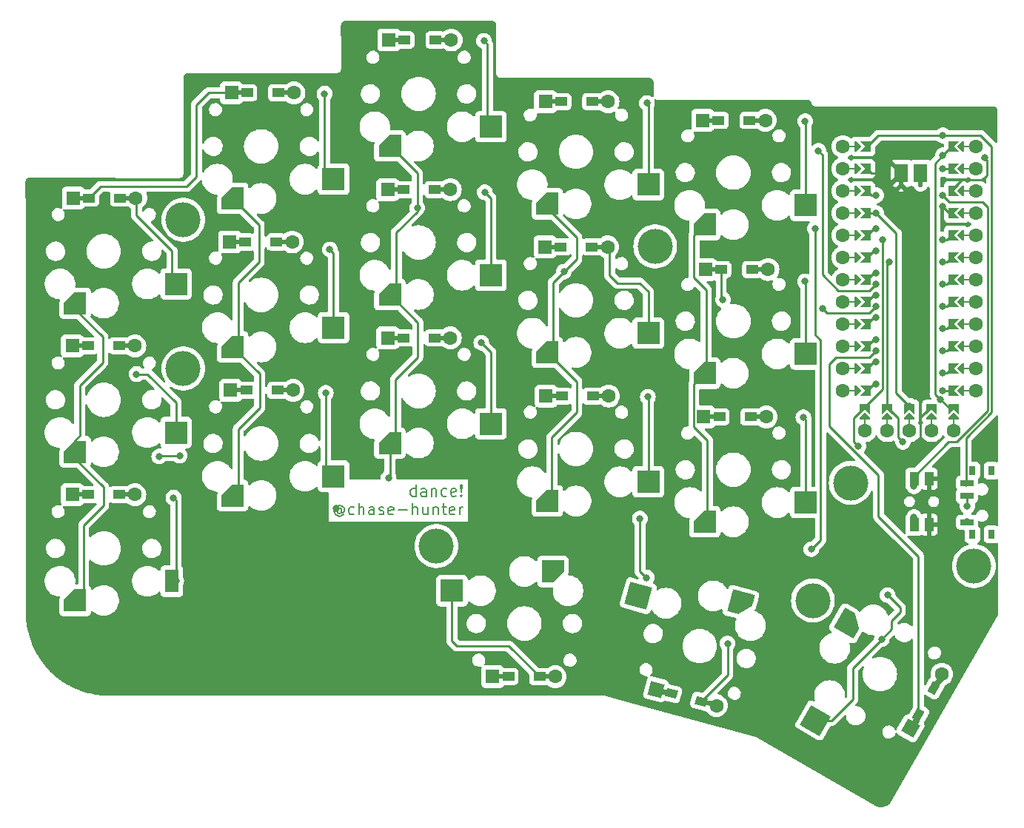
<source format=gbr>
G04 #@! TF.GenerationSoftware,KiCad,Pcbnew,7.0.8*
G04 #@! TF.CreationDate,2023-11-12T13:23:08-05:00*
G04 #@! TF.ProjectId,dancev2,64616e63-6576-4322-9e6b-696361645f70,1.0*
G04 #@! TF.SameCoordinates,Original*
G04 #@! TF.FileFunction,Copper,L1,Top*
G04 #@! TF.FilePolarity,Positive*
%FSLAX46Y46*%
G04 Gerber Fmt 4.6, Leading zero omitted, Abs format (unit mm)*
G04 Created by KiCad (PCBNEW 7.0.8) date 2023-11-12 13:23:08*
%MOMM*%
%LPD*%
G01*
G04 APERTURE LIST*
G04 Aperture macros list*
%AMRotRect*
0 Rectangle, with rotation*
0 The origin of the aperture is its center*
0 $1 length*
0 $2 width*
0 $3 Rotation angle, in degrees counterclockwise*
0 Add horizontal line*
21,1,$1,$2,0,0,$3*%
%AMOutline5P*
0 Free polygon, 5 corners , with rotation*
0 The origin of the aperture is its center*
0 number of corners: always 5*
0 $1 to $10 corner X, Y*
0 $11 Rotation angle, in degrees counterclockwise*
0 create outline with 5 corners*
4,1,5,$1,$2,$3,$4,$5,$6,$7,$8,$9,$10,$1,$2,$11*%
%AMOutline6P*
0 Free polygon, 6 corners , with rotation*
0 The origin of the aperture is its center*
0 number of corners: always 6*
0 $1 to $12 corner X, Y*
0 $13 Rotation angle, in degrees counterclockwise*
0 create outline with 6 corners*
4,1,6,$1,$2,$3,$4,$5,$6,$7,$8,$9,$10,$11,$12,$1,$2,$13*%
%AMOutline7P*
0 Free polygon, 7 corners , with rotation*
0 The origin of the aperture is its center*
0 number of corners: always 7*
0 $1 to $14 corner X, Y*
0 $15 Rotation angle, in degrees counterclockwise*
0 create outline with 7 corners*
4,1,7,$1,$2,$3,$4,$5,$6,$7,$8,$9,$10,$11,$12,$13,$14,$1,$2,$15*%
%AMOutline8P*
0 Free polygon, 8 corners , with rotation*
0 The origin of the aperture is its center*
0 number of corners: always 8*
0 $1 to $16 corner X, Y*
0 $17 Rotation angle, in degrees counterclockwise*
0 create outline with 8 corners*
4,1,8,$1,$2,$3,$4,$5,$6,$7,$8,$9,$10,$11,$12,$13,$14,$15,$16,$1,$2,$17*%
%AMFreePoly0*
4,1,13,0.650000,-0.475000,-0.650000,-0.475000,-0.650000,-0.227400,-1.093000,-0.227400,-1.128355,-0.212755,-1.143000,-0.177400,-1.143000,0.178200,-1.128355,0.213555,-1.093000,0.228200,-0.650000,0.228200,-0.650000,0.475000,0.650000,0.475000,0.650000,-0.475000,0.650000,-0.475000,$1*%
%AMFreePoly1*
4,1,13,0.650000,0.227000,1.093000,0.227000,1.128355,0.212355,1.143000,0.177000,1.143000,-0.178600,1.128355,-0.213955,1.093000,-0.228600,0.650000,-0.228600,0.650000,-0.475000,-0.650000,-0.475000,-0.650000,0.475000,0.650000,0.475000,0.650000,0.227000,0.650000,0.227000,$1*%
%AMFreePoly2*
4,1,5,0.125000,-0.500000,-0.125000,-0.500000,-0.125000,0.500000,0.125000,0.500000,0.125000,-0.500000,0.125000,-0.500000,$1*%
%AMFreePoly3*
4,1,6,0.600000,0.200000,0.000000,-0.400000,-0.600000,0.200000,-0.600000,0.400000,0.600000,0.400000,0.600000,0.200000,0.600000,0.200000,$1*%
%AMFreePoly4*
4,1,6,0.600000,-0.250000,-0.600000,-0.250000,-0.600000,1.000000,0.000000,0.400000,0.600000,1.000000,0.600000,-0.250000,0.600000,-0.250000,$1*%
%AMFreePoly5*
4,1,13,0.750000,-1.050000,0.229000,-1.050000,0.229000,-1.335200,0.214355,-1.370555,0.179000,-1.385200,-0.176600,-1.385200,-0.211955,-1.370555,-0.226600,-1.335200,-0.226600,-1.050000,-0.750000,-1.050000,-0.750000,1.050000,0.750000,1.050000,0.750000,-1.050000,0.750000,-1.050000,$1*%
%AMFreePoly6*
4,1,13,0.750000,-1.050000,0.228600,-1.050000,0.228600,-1.335200,0.213955,-1.370555,0.178600,-1.385200,-0.177000,-1.385200,-0.212355,-1.370555,-0.227000,-1.335200,-0.227000,-1.050000,-0.750000,-1.050000,-0.750000,1.050000,0.750000,1.050000,0.750000,-1.050000,0.750000,-1.050000,$1*%
G04 Aperture macros list end*
%ADD10C,0.200000*%
G04 #@! TA.AperFunction,NonConductor*
%ADD11C,0.200000*%
G04 #@! TD*
G04 #@! TA.AperFunction,ComponentPad*
%ADD12R,1.600000X1.600000*%
G04 #@! TD*
G04 #@! TA.AperFunction,SMDPad,CuDef*
%ADD13FreePoly0,0.000000*%
G04 #@! TD*
G04 #@! TA.AperFunction,SMDPad,CuDef*
%ADD14FreePoly1,0.000000*%
G04 #@! TD*
G04 #@! TA.AperFunction,ComponentPad*
%ADD15C,1.600000*%
G04 #@! TD*
G04 #@! TA.AperFunction,ComponentPad*
%ADD16RotRect,1.600000X1.600000X165.000000*%
G04 #@! TD*
G04 #@! TA.AperFunction,SMDPad,CuDef*
%ADD17FreePoly0,345.000000*%
G04 #@! TD*
G04 #@! TA.AperFunction,SMDPad,CuDef*
%ADD18FreePoly1,345.000000*%
G04 #@! TD*
G04 #@! TA.AperFunction,ComponentPad*
%ADD19RotRect,1.600000X1.600000X240.000000*%
G04 #@! TD*
G04 #@! TA.AperFunction,SMDPad,CuDef*
%ADD20FreePoly0,60.000000*%
G04 #@! TD*
G04 #@! TA.AperFunction,SMDPad,CuDef*
%ADD21FreePoly1,60.000000*%
G04 #@! TD*
G04 #@! TA.AperFunction,SMDPad,CuDef*
%ADD22Outline5P,-1.300000X0.000000X0.000000X1.300000X1.300000X1.300000X1.300000X-1.300000X-1.300000X-1.300000X0.000000*%
G04 #@! TD*
G04 #@! TA.AperFunction,SMDPad,CuDef*
%ADD23R,2.600000X2.600000*%
G04 #@! TD*
G04 #@! TA.AperFunction,SMDPad,CuDef*
%ADD24R,1.600000X2.600000*%
G04 #@! TD*
G04 #@! TA.AperFunction,SMDPad,CuDef*
%ADD25Outline5P,-1.300000X0.000000X0.000000X1.300000X1.300000X1.300000X1.300000X-1.300000X-1.300000X-1.300000X180.000000*%
G04 #@! TD*
G04 #@! TA.AperFunction,SMDPad,CuDef*
%ADD26Outline5P,-1.300000X0.000000X0.000000X1.300000X1.300000X1.300000X1.300000X-1.300000X-1.300000X-1.300000X165.000000*%
G04 #@! TD*
G04 #@! TA.AperFunction,SMDPad,CuDef*
%ADD27RotRect,2.600000X2.600000X165.000000*%
G04 #@! TD*
G04 #@! TA.AperFunction,SMDPad,CuDef*
%ADD28Outline5P,-1.300000X0.000000X0.000000X1.300000X1.300000X1.300000X1.300000X-1.300000X-1.300000X-1.300000X240.000000*%
G04 #@! TD*
G04 #@! TA.AperFunction,SMDPad,CuDef*
%ADD29RotRect,2.600000X2.600000X240.000000*%
G04 #@! TD*
G04 #@! TA.AperFunction,ComponentPad*
%ADD30C,4.000000*%
G04 #@! TD*
G04 #@! TA.AperFunction,SMDPad,CuDef*
%ADD31R,0.800000X1.000000*%
G04 #@! TD*
G04 #@! TA.AperFunction,SMDPad,CuDef*
%ADD32R,1.500000X0.700000*%
G04 #@! TD*
G04 #@! TA.AperFunction,SMDPad,CuDef*
%ADD33FreePoly2,90.000000*%
G04 #@! TD*
G04 #@! TA.AperFunction,SMDPad,CuDef*
%ADD34FreePoly3,90.000000*%
G04 #@! TD*
G04 #@! TA.AperFunction,SMDPad,CuDef*
%ADD35FreePoly3,270.000000*%
G04 #@! TD*
G04 #@! TA.AperFunction,SMDPad,CuDef*
%ADD36FreePoly2,270.000000*%
G04 #@! TD*
G04 #@! TA.AperFunction,SMDPad,CuDef*
%ADD37FreePoly4,270.000000*%
G04 #@! TD*
G04 #@! TA.AperFunction,SMDPad,CuDef*
%ADD38FreePoly4,90.000000*%
G04 #@! TD*
G04 #@! TA.AperFunction,SMDPad,CuDef*
%ADD39R,1.000000X1.550000*%
G04 #@! TD*
G04 #@! TA.AperFunction,SMDPad,CuDef*
%ADD40FreePoly3,180.000000*%
G04 #@! TD*
G04 #@! TA.AperFunction,SMDPad,CuDef*
%ADD41FreePoly2,180.000000*%
G04 #@! TD*
G04 #@! TA.AperFunction,SMDPad,CuDef*
%ADD42FreePoly4,180.000000*%
G04 #@! TD*
G04 #@! TA.AperFunction,ComponentPad*
%ADD43C,0.550000*%
G04 #@! TD*
G04 #@! TA.AperFunction,SMDPad,CuDef*
%ADD44FreePoly5,0.000000*%
G04 #@! TD*
G04 #@! TA.AperFunction,SMDPad,CuDef*
%ADD45FreePoly6,0.000000*%
G04 #@! TD*
G04 #@! TA.AperFunction,ViaPad*
%ADD46C,0.800000*%
G04 #@! TD*
G04 #@! TA.AperFunction,Conductor*
%ADD47C,0.250000*%
G04 #@! TD*
G04 APERTURE END LIST*
D10*
D11*
X121598898Y-98434504D02*
X121598898Y-97134504D01*
X121598898Y-98372600D02*
X121475089Y-98434504D01*
X121475089Y-98434504D02*
X121227470Y-98434504D01*
X121227470Y-98434504D02*
X121103660Y-98372600D01*
X121103660Y-98372600D02*
X121041755Y-98310695D01*
X121041755Y-98310695D02*
X120979851Y-98186885D01*
X120979851Y-98186885D02*
X120979851Y-97815457D01*
X120979851Y-97815457D02*
X121041755Y-97691647D01*
X121041755Y-97691647D02*
X121103660Y-97629742D01*
X121103660Y-97629742D02*
X121227470Y-97567838D01*
X121227470Y-97567838D02*
X121475089Y-97567838D01*
X121475089Y-97567838D02*
X121598898Y-97629742D01*
X122775088Y-98434504D02*
X122775088Y-97753552D01*
X122775088Y-97753552D02*
X122713183Y-97629742D01*
X122713183Y-97629742D02*
X122589374Y-97567838D01*
X122589374Y-97567838D02*
X122341755Y-97567838D01*
X122341755Y-97567838D02*
X122217945Y-97629742D01*
X122775088Y-98372600D02*
X122651279Y-98434504D01*
X122651279Y-98434504D02*
X122341755Y-98434504D01*
X122341755Y-98434504D02*
X122217945Y-98372600D01*
X122217945Y-98372600D02*
X122156041Y-98248790D01*
X122156041Y-98248790D02*
X122156041Y-98124980D01*
X122156041Y-98124980D02*
X122217945Y-98001171D01*
X122217945Y-98001171D02*
X122341755Y-97939266D01*
X122341755Y-97939266D02*
X122651279Y-97939266D01*
X122651279Y-97939266D02*
X122775088Y-97877361D01*
X123394135Y-97567838D02*
X123394135Y-98434504D01*
X123394135Y-97691647D02*
X123456040Y-97629742D01*
X123456040Y-97629742D02*
X123579850Y-97567838D01*
X123579850Y-97567838D02*
X123765564Y-97567838D01*
X123765564Y-97567838D02*
X123889373Y-97629742D01*
X123889373Y-97629742D02*
X123951278Y-97753552D01*
X123951278Y-97753552D02*
X123951278Y-98434504D01*
X125127468Y-98372600D02*
X125003659Y-98434504D01*
X125003659Y-98434504D02*
X124756040Y-98434504D01*
X124756040Y-98434504D02*
X124632230Y-98372600D01*
X124632230Y-98372600D02*
X124570325Y-98310695D01*
X124570325Y-98310695D02*
X124508421Y-98186885D01*
X124508421Y-98186885D02*
X124508421Y-97815457D01*
X124508421Y-97815457D02*
X124570325Y-97691647D01*
X124570325Y-97691647D02*
X124632230Y-97629742D01*
X124632230Y-97629742D02*
X124756040Y-97567838D01*
X124756040Y-97567838D02*
X125003659Y-97567838D01*
X125003659Y-97567838D02*
X125127468Y-97629742D01*
X126179849Y-98372600D02*
X126056040Y-98434504D01*
X126056040Y-98434504D02*
X125808421Y-98434504D01*
X125808421Y-98434504D02*
X125684611Y-98372600D01*
X125684611Y-98372600D02*
X125622707Y-98248790D01*
X125622707Y-98248790D02*
X125622707Y-97753552D01*
X125622707Y-97753552D02*
X125684611Y-97629742D01*
X125684611Y-97629742D02*
X125808421Y-97567838D01*
X125808421Y-97567838D02*
X126056040Y-97567838D01*
X126056040Y-97567838D02*
X126179849Y-97629742D01*
X126179849Y-97629742D02*
X126241754Y-97753552D01*
X126241754Y-97753552D02*
X126241754Y-97877361D01*
X126241754Y-97877361D02*
X125622707Y-98001171D01*
X126798897Y-98310695D02*
X126860802Y-98372600D01*
X126860802Y-98372600D02*
X126798897Y-98434504D01*
X126798897Y-98434504D02*
X126736993Y-98372600D01*
X126736993Y-98372600D02*
X126798897Y-98310695D01*
X126798897Y-98310695D02*
X126798897Y-98434504D01*
X126798897Y-97939266D02*
X126736993Y-97196409D01*
X126736993Y-97196409D02*
X126798897Y-97134504D01*
X126798897Y-97134504D02*
X126860802Y-97196409D01*
X126860802Y-97196409D02*
X126798897Y-97939266D01*
X126798897Y-97939266D02*
X126798897Y-97134504D01*
X113117946Y-99908457D02*
X113056041Y-99846552D01*
X113056041Y-99846552D02*
X112932232Y-99784647D01*
X112932232Y-99784647D02*
X112808422Y-99784647D01*
X112808422Y-99784647D02*
X112684613Y-99846552D01*
X112684613Y-99846552D02*
X112622708Y-99908457D01*
X112622708Y-99908457D02*
X112560803Y-100032266D01*
X112560803Y-100032266D02*
X112560803Y-100156076D01*
X112560803Y-100156076D02*
X112622708Y-100279885D01*
X112622708Y-100279885D02*
X112684613Y-100341790D01*
X112684613Y-100341790D02*
X112808422Y-100403695D01*
X112808422Y-100403695D02*
X112932232Y-100403695D01*
X112932232Y-100403695D02*
X113056041Y-100341790D01*
X113056041Y-100341790D02*
X113117946Y-100279885D01*
X113117946Y-99784647D02*
X113117946Y-100279885D01*
X113117946Y-100279885D02*
X113179851Y-100341790D01*
X113179851Y-100341790D02*
X113241756Y-100341790D01*
X113241756Y-100341790D02*
X113365565Y-100279885D01*
X113365565Y-100279885D02*
X113427470Y-100156076D01*
X113427470Y-100156076D02*
X113427470Y-99846552D01*
X113427470Y-99846552D02*
X113303661Y-99660838D01*
X113303661Y-99660838D02*
X113117946Y-99537028D01*
X113117946Y-99537028D02*
X112870327Y-99475123D01*
X112870327Y-99475123D02*
X112622708Y-99537028D01*
X112622708Y-99537028D02*
X112436994Y-99660838D01*
X112436994Y-99660838D02*
X112313184Y-99846552D01*
X112313184Y-99846552D02*
X112251280Y-100094171D01*
X112251280Y-100094171D02*
X112313184Y-100341790D01*
X112313184Y-100341790D02*
X112436994Y-100527504D01*
X112436994Y-100527504D02*
X112622708Y-100651314D01*
X112622708Y-100651314D02*
X112870327Y-100713219D01*
X112870327Y-100713219D02*
X113117946Y-100651314D01*
X113117946Y-100651314D02*
X113303661Y-100527504D01*
X114541756Y-100465600D02*
X114417947Y-100527504D01*
X114417947Y-100527504D02*
X114170328Y-100527504D01*
X114170328Y-100527504D02*
X114046518Y-100465600D01*
X114046518Y-100465600D02*
X113984613Y-100403695D01*
X113984613Y-100403695D02*
X113922709Y-100279885D01*
X113922709Y-100279885D02*
X113922709Y-99908457D01*
X113922709Y-99908457D02*
X113984613Y-99784647D01*
X113984613Y-99784647D02*
X114046518Y-99722742D01*
X114046518Y-99722742D02*
X114170328Y-99660838D01*
X114170328Y-99660838D02*
X114417947Y-99660838D01*
X114417947Y-99660838D02*
X114541756Y-99722742D01*
X115098899Y-100527504D02*
X115098899Y-99227504D01*
X115656042Y-100527504D02*
X115656042Y-99846552D01*
X115656042Y-99846552D02*
X115594137Y-99722742D01*
X115594137Y-99722742D02*
X115470328Y-99660838D01*
X115470328Y-99660838D02*
X115284614Y-99660838D01*
X115284614Y-99660838D02*
X115160804Y-99722742D01*
X115160804Y-99722742D02*
X115098899Y-99784647D01*
X116832232Y-100527504D02*
X116832232Y-99846552D01*
X116832232Y-99846552D02*
X116770327Y-99722742D01*
X116770327Y-99722742D02*
X116646518Y-99660838D01*
X116646518Y-99660838D02*
X116398899Y-99660838D01*
X116398899Y-99660838D02*
X116275089Y-99722742D01*
X116832232Y-100465600D02*
X116708423Y-100527504D01*
X116708423Y-100527504D02*
X116398899Y-100527504D01*
X116398899Y-100527504D02*
X116275089Y-100465600D01*
X116275089Y-100465600D02*
X116213185Y-100341790D01*
X116213185Y-100341790D02*
X116213185Y-100217980D01*
X116213185Y-100217980D02*
X116275089Y-100094171D01*
X116275089Y-100094171D02*
X116398899Y-100032266D01*
X116398899Y-100032266D02*
X116708423Y-100032266D01*
X116708423Y-100032266D02*
X116832232Y-99970361D01*
X117389375Y-100465600D02*
X117513184Y-100527504D01*
X117513184Y-100527504D02*
X117760803Y-100527504D01*
X117760803Y-100527504D02*
X117884613Y-100465600D01*
X117884613Y-100465600D02*
X117946517Y-100341790D01*
X117946517Y-100341790D02*
X117946517Y-100279885D01*
X117946517Y-100279885D02*
X117884613Y-100156076D01*
X117884613Y-100156076D02*
X117760803Y-100094171D01*
X117760803Y-100094171D02*
X117575089Y-100094171D01*
X117575089Y-100094171D02*
X117451279Y-100032266D01*
X117451279Y-100032266D02*
X117389375Y-99908457D01*
X117389375Y-99908457D02*
X117389375Y-99846552D01*
X117389375Y-99846552D02*
X117451279Y-99722742D01*
X117451279Y-99722742D02*
X117575089Y-99660838D01*
X117575089Y-99660838D02*
X117760803Y-99660838D01*
X117760803Y-99660838D02*
X117884613Y-99722742D01*
X118998898Y-100465600D02*
X118875089Y-100527504D01*
X118875089Y-100527504D02*
X118627470Y-100527504D01*
X118627470Y-100527504D02*
X118503660Y-100465600D01*
X118503660Y-100465600D02*
X118441756Y-100341790D01*
X118441756Y-100341790D02*
X118441756Y-99846552D01*
X118441756Y-99846552D02*
X118503660Y-99722742D01*
X118503660Y-99722742D02*
X118627470Y-99660838D01*
X118627470Y-99660838D02*
X118875089Y-99660838D01*
X118875089Y-99660838D02*
X118998898Y-99722742D01*
X118998898Y-99722742D02*
X119060803Y-99846552D01*
X119060803Y-99846552D02*
X119060803Y-99970361D01*
X119060803Y-99970361D02*
X118441756Y-100094171D01*
X119617946Y-100032266D02*
X120608423Y-100032266D01*
X121227470Y-100527504D02*
X121227470Y-99227504D01*
X121784613Y-100527504D02*
X121784613Y-99846552D01*
X121784613Y-99846552D02*
X121722708Y-99722742D01*
X121722708Y-99722742D02*
X121598899Y-99660838D01*
X121598899Y-99660838D02*
X121413185Y-99660838D01*
X121413185Y-99660838D02*
X121289375Y-99722742D01*
X121289375Y-99722742D02*
X121227470Y-99784647D01*
X122960803Y-99660838D02*
X122960803Y-100527504D01*
X122403660Y-99660838D02*
X122403660Y-100341790D01*
X122403660Y-100341790D02*
X122465565Y-100465600D01*
X122465565Y-100465600D02*
X122589375Y-100527504D01*
X122589375Y-100527504D02*
X122775089Y-100527504D01*
X122775089Y-100527504D02*
X122898898Y-100465600D01*
X122898898Y-100465600D02*
X122960803Y-100403695D01*
X123579850Y-99660838D02*
X123579850Y-100527504D01*
X123579850Y-99784647D02*
X123641755Y-99722742D01*
X123641755Y-99722742D02*
X123765565Y-99660838D01*
X123765565Y-99660838D02*
X123951279Y-99660838D01*
X123951279Y-99660838D02*
X124075088Y-99722742D01*
X124075088Y-99722742D02*
X124136993Y-99846552D01*
X124136993Y-99846552D02*
X124136993Y-100527504D01*
X124570326Y-99660838D02*
X125065564Y-99660838D01*
X124756040Y-99227504D02*
X124756040Y-100341790D01*
X124756040Y-100341790D02*
X124817945Y-100465600D01*
X124817945Y-100465600D02*
X124941755Y-100527504D01*
X124941755Y-100527504D02*
X125065564Y-100527504D01*
X125994135Y-100465600D02*
X125870326Y-100527504D01*
X125870326Y-100527504D02*
X125622707Y-100527504D01*
X125622707Y-100527504D02*
X125498897Y-100465600D01*
X125498897Y-100465600D02*
X125436993Y-100341790D01*
X125436993Y-100341790D02*
X125436993Y-99846552D01*
X125436993Y-99846552D02*
X125498897Y-99722742D01*
X125498897Y-99722742D02*
X125622707Y-99660838D01*
X125622707Y-99660838D02*
X125870326Y-99660838D01*
X125870326Y-99660838D02*
X125994135Y-99722742D01*
X125994135Y-99722742D02*
X126056040Y-99846552D01*
X126056040Y-99846552D02*
X126056040Y-99970361D01*
X126056040Y-99970361D02*
X125436993Y-100094171D01*
X126613183Y-100527504D02*
X126613183Y-99660838D01*
X126613183Y-99908457D02*
X126675088Y-99784647D01*
X126675088Y-99784647D02*
X126736993Y-99722742D01*
X126736993Y-99722742D02*
X126860802Y-99660838D01*
X126860802Y-99660838D02*
X126984612Y-99660838D01*
D12*
X82428400Y-64312800D03*
D13*
X84229400Y-64312800D03*
D14*
X87779400Y-64312800D03*
D15*
X89580400Y-64312800D03*
D12*
X100513200Y-52273200D03*
D13*
X102314200Y-52273200D03*
D14*
X105864200Y-52273200D03*
D15*
X107665200Y-52273200D03*
D12*
X118496400Y-46228000D03*
D13*
X120297400Y-46228000D03*
D14*
X123847400Y-46228000D03*
D15*
X125648400Y-46228000D03*
D12*
X136428800Y-53289200D03*
D13*
X138229800Y-53289200D03*
D14*
X141779800Y-53289200D03*
D15*
X143580800Y-53289200D03*
D12*
X154412000Y-55422800D03*
D13*
X156213000Y-55422800D03*
D14*
X159763000Y-55422800D03*
D15*
X161564000Y-55422800D03*
D12*
X82326800Y-81229200D03*
D13*
X84127800Y-81229200D03*
D14*
X87677800Y-81229200D03*
D15*
X89478800Y-81229200D03*
D12*
X100310000Y-69342000D03*
D13*
X102111000Y-69342000D03*
D14*
X105661000Y-69342000D03*
D15*
X107462000Y-69342000D03*
D12*
X118394800Y-63347600D03*
D13*
X120195800Y-63347600D03*
D14*
X123745800Y-63347600D03*
D15*
X125546800Y-63347600D03*
D12*
X136378000Y-69900800D03*
D13*
X138179000Y-69900800D03*
D14*
X141729000Y-69900800D03*
D15*
X143530000Y-69900800D03*
D12*
X154716800Y-72491600D03*
D13*
X156517800Y-72491600D03*
D14*
X160067800Y-72491600D03*
D15*
X161868800Y-72491600D03*
D12*
X82326800Y-98247200D03*
D13*
X84127800Y-98247200D03*
D14*
X87677800Y-98247200D03*
D15*
X89478800Y-98247200D03*
D12*
X100411600Y-86309200D03*
D13*
X102212600Y-86309200D03*
D14*
X105762600Y-86309200D03*
D15*
X107563600Y-86309200D03*
D12*
X118394800Y-80314800D03*
D13*
X120195800Y-80314800D03*
D14*
X123745800Y-80314800D03*
D15*
X125546800Y-80314800D03*
D12*
X136479600Y-86969600D03*
D13*
X138280600Y-86969600D03*
D14*
X141830600Y-86969600D03*
D15*
X143631600Y-86969600D03*
D12*
X154513600Y-89357200D03*
D13*
X156314600Y-89357200D03*
D14*
X159864600Y-89357200D03*
D15*
X161665600Y-89357200D03*
D12*
X130383600Y-119075200D03*
D13*
X132184600Y-119075200D03*
D14*
X135734600Y-119075200D03*
D15*
X137535600Y-119075200D03*
D16*
X149060131Y-120535059D03*
D17*
X150799764Y-121001192D03*
D18*
X154228800Y-121920000D03*
D15*
X155968433Y-122386133D03*
D19*
X178170166Y-124992342D03*
D20*
X179070666Y-123432630D03*
D21*
X180845666Y-120358240D03*
D15*
X181746166Y-118798528D03*
D22*
X82635000Y-76350000D03*
D23*
X94185000Y-74150000D03*
D22*
X100635000Y-64350000D03*
D23*
X112185000Y-62150000D03*
D22*
X118635000Y-58350000D03*
D23*
X130185000Y-56150000D03*
D22*
X136635000Y-64970000D03*
D23*
X148185000Y-62770000D03*
D22*
X154635000Y-67350000D03*
D23*
X166185000Y-65150000D03*
D22*
X82635000Y-93350000D03*
D23*
X94185000Y-91150000D03*
D22*
X100635000Y-81350000D03*
D23*
X112185000Y-79150000D03*
D22*
X118635000Y-75350000D03*
D23*
X130185000Y-73150000D03*
D22*
X136635000Y-81970000D03*
D23*
X148185000Y-79770000D03*
D22*
X154635000Y-84350000D03*
D23*
X166185000Y-82150000D03*
D22*
X82635000Y-110350000D03*
D24*
X93685000Y-108150000D03*
D22*
X100635000Y-98350000D03*
D23*
X112185000Y-96150000D03*
D22*
X118635000Y-92350000D03*
D23*
X130185000Y-90150000D03*
D22*
X136635000Y-98975000D03*
D23*
X148185000Y-96775000D03*
D22*
X154635000Y-101350000D03*
D23*
X166185000Y-99150000D03*
D25*
X137285000Y-107040000D03*
D23*
X125735000Y-109240000D03*
D26*
X158763380Y-110680374D03*
D27*
X147037535Y-109816051D03*
D28*
X171144649Y-112978767D03*
D29*
X167274905Y-124081360D03*
D30*
X171323000Y-96901000D03*
X185420000Y-106426000D03*
X95000000Y-66802000D03*
X148971000Y-69850000D03*
X123952000Y-104140000D03*
X167005000Y-110363000D03*
X95000000Y-83820000D03*
D31*
X185252000Y-102804000D03*
X187452000Y-102804000D03*
X185252000Y-95504000D03*
X187452000Y-95504000D03*
D32*
X184602000Y-101404000D03*
X184602000Y-98404000D03*
X184602000Y-96904000D03*
D15*
X170434000Y-58420000D03*
X170434000Y-60960000D03*
X170434000Y-63500000D03*
X170434000Y-66040000D03*
X170434000Y-68580000D03*
X170434000Y-71120000D03*
X170434000Y-73660000D03*
X170434000Y-76200000D03*
X170434000Y-78740000D03*
X170434000Y-81280000D03*
X170434000Y-83820000D03*
X170434000Y-86360000D03*
D33*
X171704000Y-58420000D03*
X171704000Y-60960000D03*
X171704000Y-63500000D03*
X171704000Y-66040000D03*
X171704000Y-68580000D03*
X171704000Y-71120000D03*
X171704000Y-73660000D03*
X171704000Y-76200000D03*
X171704000Y-78740000D03*
X171704000Y-81280000D03*
X171704000Y-83820000D03*
X171704000Y-86360000D03*
D34*
X172212000Y-58420000D03*
X172212000Y-60960000D03*
X172212000Y-63500000D03*
X172212000Y-66040000D03*
X172212000Y-68580000D03*
X172212000Y-71120000D03*
X172212000Y-73660000D03*
X172212000Y-76200000D03*
X172212000Y-78740000D03*
X172212000Y-81280000D03*
X172212000Y-83820000D03*
X172212000Y-86360000D03*
D35*
X183896000Y-58420000D03*
X183896000Y-60960000D03*
X183896000Y-63500000D03*
X183896000Y-66040000D03*
X183896000Y-68580000D03*
X183896000Y-71120000D03*
X183896000Y-73660000D03*
X183896000Y-76200000D03*
X183896000Y-78740000D03*
X183896000Y-81280000D03*
X183896000Y-83820000D03*
X183896000Y-86360000D03*
D36*
X184404000Y-58420000D03*
X184404000Y-60960000D03*
X184404000Y-63500000D03*
X184404000Y-66040000D03*
X184404000Y-68580000D03*
X184404000Y-71120000D03*
X184404000Y-73660000D03*
X184404000Y-76200000D03*
X184404000Y-78740000D03*
X184404000Y-81280000D03*
X184404000Y-83820000D03*
X184404000Y-86360000D03*
D15*
X185674000Y-58420000D03*
X185674000Y-60960000D03*
X185674000Y-63500000D03*
X185674000Y-66040000D03*
X185674000Y-68580000D03*
X185674000Y-71120000D03*
X185674000Y-73660000D03*
X185674000Y-76200000D03*
X185674000Y-78740000D03*
X185674000Y-81280000D03*
X185674000Y-83820000D03*
X185674000Y-86360000D03*
D37*
X182753000Y-58420000D03*
X182753000Y-60960000D03*
X182753000Y-63500000D03*
X182753000Y-66040000D03*
X182753000Y-68580000D03*
X182753000Y-71120000D03*
X182753000Y-73660000D03*
X182753000Y-76200000D03*
X182753000Y-78740000D03*
X182753000Y-81280000D03*
X182753000Y-83820000D03*
X182753000Y-86360000D03*
D38*
X173355000Y-86360000D03*
X173355000Y-83820000D03*
X173355000Y-81280000D03*
X173355000Y-78740000D03*
X173355000Y-76200000D03*
X173355000Y-73660000D03*
X173355000Y-71120000D03*
X173355000Y-68580000D03*
X173355000Y-66040000D03*
X173355000Y-63500000D03*
X173355000Y-60960000D03*
X173355000Y-58420000D03*
D39*
X178579000Y-101685000D03*
X178579000Y-96435000D03*
X180279000Y-101685000D03*
X180279000Y-96435000D03*
D40*
X172974000Y-89274000D03*
D41*
X172974000Y-89782000D03*
D15*
X172974000Y-90932000D03*
D40*
X175514000Y-89274000D03*
D41*
X175514000Y-89782000D03*
D15*
X175514000Y-90932000D03*
D40*
X178054000Y-89274000D03*
D41*
X178054000Y-89782000D03*
D15*
X178054000Y-90932000D03*
D40*
X180594000Y-89274000D03*
D41*
X180594000Y-89782000D03*
D15*
X180594000Y-90932000D03*
D40*
X183134000Y-89274000D03*
D41*
X183134000Y-89782000D03*
D15*
X183134000Y-90932000D03*
D42*
X172974000Y-88132000D03*
X175514000Y-88132000D03*
X178054000Y-88132000D03*
X180594000Y-88132000D03*
X183134000Y-88132000D03*
D43*
X179324400Y-62809600D03*
D44*
X179324000Y-61468000D03*
D43*
X177124000Y-62809600D03*
D45*
X177124000Y-61468000D03*
D46*
X167640000Y-58928000D03*
X174244000Y-74168000D03*
X181864000Y-74168000D03*
X156718000Y-75946000D03*
X174244000Y-76708000D03*
X181864000Y-76708000D03*
X168148000Y-76962000D03*
X181864000Y-79248000D03*
X174244000Y-81788000D03*
X181864000Y-81788000D03*
X186690000Y-59690000D03*
X133604000Y-99568000D03*
X161036000Y-78486000D03*
X175006000Y-65024000D03*
X166116000Y-71882000D03*
X92202000Y-110998000D03*
X149352000Y-101854000D03*
X112522000Y-99822000D03*
X174244000Y-92202000D03*
X175514000Y-58420000D03*
X106934000Y-92456000D03*
X165100000Y-78486000D03*
X77724000Y-62738000D03*
X118110000Y-68834000D03*
X147828000Y-51562000D03*
X131572000Y-65024000D03*
X181864000Y-65278000D03*
X125222000Y-86106000D03*
X174244000Y-66040000D03*
X178054000Y-88100500D03*
X94589600Y-93776800D03*
X167233600Y-67818000D03*
X166830000Y-104495600D03*
X82635000Y-110350000D03*
X174244000Y-67818000D03*
X92252800Y-93878400D03*
X82635000Y-93350000D03*
X82635000Y-76350000D03*
X100635000Y-64350000D03*
X174244000Y-70358000D03*
X100635000Y-81350000D03*
X100635000Y-98350000D03*
X137285000Y-107040000D03*
X118635000Y-58350000D03*
X174244000Y-72898000D03*
X118635000Y-92350000D03*
X118635000Y-75350000D03*
X118480000Y-96334500D03*
X121767600Y-65430400D03*
X174244000Y-75438000D03*
X158763380Y-110680374D03*
X136635000Y-98975000D03*
X136635000Y-64970000D03*
X147980400Y-107746800D03*
X136635000Y-81970000D03*
X147218400Y-100990400D03*
X138531600Y-72745600D03*
X171144649Y-112978767D03*
X154635000Y-101350000D03*
X154635000Y-67350000D03*
X154635000Y-84350000D03*
X174244000Y-77978000D03*
X184658000Y-99568000D03*
X94185000Y-74150000D03*
X181864000Y-64008000D03*
X178562000Y-100838000D03*
X174244000Y-64008000D03*
X178562000Y-97282000D03*
X112185000Y-62150000D03*
X111150400Y-52374800D03*
X129387600Y-46329600D03*
X130185000Y-56150000D03*
X148031200Y-53441600D03*
X148185000Y-62770000D03*
X166116000Y-55524400D03*
X166185000Y-65150000D03*
X94185000Y-91150000D03*
X89662000Y-84455000D03*
X112185000Y-79150000D03*
X111760000Y-70205600D03*
X130185000Y-73150000D03*
X129489200Y-63652400D03*
X148185000Y-79770000D03*
X166185000Y-82150000D03*
X166116000Y-73863200D03*
X94185000Y-108150000D03*
X93878400Y-98602800D03*
X112185000Y-96150000D03*
X111302800Y-86614000D03*
X130185000Y-90150000D03*
X129082800Y-80873600D03*
X148185000Y-96775000D03*
X148132800Y-87071200D03*
X166185000Y-99150000D03*
X165912800Y-89408000D03*
X125735000Y-109240000D03*
X147037535Y-109816051D03*
X157251400Y-115290600D03*
X174866300Y-114795300D03*
X175549905Y-109748640D03*
X181864000Y-69088000D03*
X172212000Y-92710000D03*
X175006000Y-69088000D03*
X177292000Y-92202000D03*
X175730500Y-71628000D03*
X181864000Y-71628000D03*
X184658000Y-101346000D03*
X181864000Y-57150000D03*
X184531000Y-96901000D03*
X181610000Y-87376000D03*
X181864000Y-59436000D03*
X181864000Y-84328000D03*
X181863025Y-86367624D03*
X174244000Y-85598000D03*
X174244000Y-83058000D03*
X174244000Y-80518000D03*
X181864000Y-60960000D03*
D47*
X96520000Y-53644800D02*
X97891600Y-52273200D01*
X118262400Y-46228000D02*
X120297400Y-46228000D01*
X154178000Y-55422800D02*
X156213000Y-55422800D01*
X138229800Y-53289200D02*
X136194800Y-53289200D01*
X85550200Y-62992000D02*
X84229400Y-64312800D01*
X168097200Y-73101200D02*
X169926000Y-74930000D01*
X168097200Y-59385200D02*
X168097200Y-73101200D01*
X169926000Y-74930000D02*
X173482000Y-74930000D01*
X102314200Y-52273200D02*
X100279200Y-52273200D01*
X96520000Y-53644800D02*
X96520000Y-61849000D01*
X95377000Y-62992000D02*
X85550200Y-62992000D01*
X97891600Y-52273200D02*
X100279200Y-52273200D01*
X173482000Y-74930000D02*
X174244000Y-74168000D01*
X182372000Y-74168000D02*
X182880000Y-73660000D01*
X181864000Y-74168000D02*
X182372000Y-74168000D01*
X96520000Y-61849000D02*
X95377000Y-62992000D01*
X84229400Y-64312800D02*
X82194400Y-64312800D01*
X167640000Y-58928000D02*
X168097200Y-59385200D01*
X138179000Y-69900800D02*
X136144000Y-69900800D01*
X168148000Y-76962000D02*
X168656000Y-77470000D01*
X102111000Y-69342000D02*
X100076000Y-69342000D01*
X120195800Y-63347600D02*
X118160800Y-63347600D01*
X181864000Y-76708000D02*
X182372000Y-76708000D01*
X182372000Y-76708000D02*
X182880000Y-76200000D01*
X173482000Y-77470000D02*
X174244000Y-76708000D01*
X168656000Y-77470000D02*
X173482000Y-77470000D01*
X84127800Y-81229200D02*
X82092800Y-81229200D01*
X156517800Y-75745800D02*
X156718000Y-75946000D01*
X156517800Y-72491600D02*
X154482800Y-72491600D01*
X156517800Y-72491600D02*
X156517800Y-75745800D01*
X156314600Y-89357200D02*
X154279600Y-89357200D01*
X84127800Y-98247200D02*
X82092800Y-98247200D01*
X138280600Y-86969600D02*
X136245600Y-86969600D01*
X181864000Y-79248000D02*
X182372000Y-79248000D01*
X120195800Y-80314800D02*
X118160800Y-80314800D01*
X182372000Y-79248000D02*
X182880000Y-78740000D01*
X102212600Y-86309200D02*
X100177600Y-86309200D01*
X182880000Y-81280000D02*
X182372000Y-81788000D01*
X168910000Y-83312000D02*
X169672000Y-82550000D01*
X174498000Y-96021305D02*
X168910000Y-90433305D01*
X150799764Y-121001192D02*
X149360802Y-121001192D01*
X174498000Y-100712396D02*
X174498000Y-96021305D01*
X179070666Y-124177492D02*
X178053166Y-125194992D01*
X179070000Y-105284396D02*
X174498000Y-100712396D01*
X149360802Y-121001192D02*
X148834105Y-120474495D01*
X169672000Y-82550000D02*
X173482000Y-82550000D01*
X182372000Y-81788000D02*
X181864000Y-81788000D01*
X168910000Y-90433305D02*
X168910000Y-83312000D01*
X179070000Y-123431964D02*
X179070000Y-105284396D01*
X173482000Y-82550000D02*
X174244000Y-81788000D01*
X179070666Y-123432630D02*
X179070666Y-124177492D01*
X132184600Y-119075200D02*
X130149600Y-119075200D01*
X179070666Y-123432630D02*
X179070000Y-123431964D01*
X186436000Y-62230000D02*
X186944000Y-61722000D01*
X186944000Y-59944000D02*
X186690000Y-59690000D01*
X173736000Y-61468000D02*
X174244000Y-61468000D01*
X182753000Y-63500000D02*
X184023000Y-62230000D01*
X173228000Y-60960000D02*
X173736000Y-61468000D01*
X179324000Y-89402000D02*
X179324000Y-91948000D01*
X186944000Y-61722000D02*
X186944000Y-59944000D01*
X182753000Y-66040000D02*
X182626000Y-66040000D01*
X180594000Y-88132000D02*
X179324000Y-89402000D01*
X184023000Y-62230000D02*
X186436000Y-62230000D01*
X182626000Y-66040000D02*
X181864000Y-65278000D01*
X176530000Y-86576500D02*
X176530000Y-68326000D01*
X173228000Y-66040000D02*
X174244000Y-66040000D01*
X176530000Y-68326000D02*
X174244000Y-66040000D01*
X178054000Y-88100500D02*
X176530000Y-86576500D01*
X167894000Y-103431600D02*
X166830000Y-104495600D01*
X82635000Y-92066200D02*
X82635000Y-93350000D01*
X92252800Y-93878400D02*
X92354400Y-93776800D01*
X85902800Y-97383600D02*
X85902800Y-99466400D01*
X82635000Y-93350000D02*
X82635000Y-94115800D01*
X85801200Y-80213200D02*
X85801200Y-83108800D01*
X85801200Y-83108800D02*
X83159600Y-85750400D01*
X167894000Y-80609000D02*
X167894000Y-103431600D01*
X85902800Y-99466400D02*
X83616800Y-101752400D01*
X82635000Y-76350000D02*
X82635000Y-77047000D01*
X83159600Y-85750400D02*
X83159600Y-91541600D01*
X83159600Y-91541600D02*
X82635000Y-92066200D01*
X82635000Y-94115800D02*
X85902800Y-97383600D01*
X83616800Y-109368200D02*
X82635000Y-110350000D01*
X83616800Y-101752400D02*
X83616800Y-109368200D01*
X82635000Y-77047000D02*
X85801200Y-80213200D01*
X167233600Y-79948600D02*
X167894000Y-80609000D01*
X174244000Y-67818000D02*
X173990000Y-67818000D01*
X173990000Y-67818000D02*
X173228000Y-68580000D01*
X167233600Y-67818000D02*
X167233600Y-79948600D01*
X92354400Y-93776800D02*
X94589600Y-93776800D01*
X101295200Y-97689800D02*
X100635000Y-98350000D01*
X101295200Y-74015600D02*
X101295200Y-80689800D01*
X101295200Y-80689800D02*
X100635000Y-81350000D01*
X103733600Y-84448600D02*
X103733600Y-88290400D01*
X173990000Y-70358000D02*
X173228000Y-71120000D01*
X101295200Y-90728800D02*
X101295200Y-97689800D01*
X100635000Y-81350000D02*
X103733600Y-84448600D01*
X100635000Y-64350000D02*
X103682800Y-67397800D01*
X103733600Y-88290400D02*
X101295200Y-90728800D01*
X174244000Y-70358000D02*
X173990000Y-70358000D01*
X103682800Y-71628000D02*
X101295200Y-74015600D01*
X103682800Y-67397800D02*
X103682800Y-71628000D01*
X119278400Y-85090000D02*
X119278400Y-91706600D01*
X118635000Y-75350000D02*
X121818400Y-78533400D01*
X174244000Y-72898000D02*
X173990000Y-72898000D01*
X118635000Y-96179500D02*
X118635000Y-92350000D01*
X121767600Y-65836800D02*
X119380000Y-68224400D01*
X119278400Y-91706600D02*
X118635000Y-92350000D01*
X121818400Y-82550000D02*
X119278400Y-85090000D01*
X121767600Y-65430400D02*
X121767600Y-65836800D01*
X118480000Y-96334500D02*
X118635000Y-96179500D01*
X118635000Y-58350000D02*
X121767600Y-61482600D01*
X173990000Y-72898000D02*
X173228000Y-73660000D01*
X119380000Y-68224400D02*
X119380000Y-74605000D01*
X119380000Y-74605000D02*
X118635000Y-75350000D01*
X121767600Y-61482600D02*
X121767600Y-65430400D01*
X121818400Y-78533400D02*
X121818400Y-82550000D01*
X147218400Y-106984800D02*
X147980400Y-107746800D01*
X137160000Y-91694000D02*
X137160000Y-98450000D01*
X138531600Y-72745600D02*
X137312400Y-73964800D01*
X174244000Y-75438000D02*
X173990000Y-75438000D01*
X140004800Y-88849200D02*
X137160000Y-91694000D01*
X136635000Y-65464200D02*
X140004800Y-68834000D01*
X140004800Y-68834000D02*
X140004800Y-71272400D01*
X136635000Y-81970000D02*
X140004800Y-85339800D01*
X140004800Y-85339800D02*
X140004800Y-88849200D01*
X137312400Y-73964800D02*
X137312400Y-81292600D01*
X140004800Y-71272400D02*
X138531600Y-72745600D01*
X137160000Y-98450000D02*
X136635000Y-98975000D01*
X137312400Y-81292600D02*
X136635000Y-81970000D01*
X136635000Y-64970000D02*
X136635000Y-65464200D01*
X147218400Y-100990400D02*
X147218400Y-106984800D01*
X173990000Y-75438000D02*
X173228000Y-76200000D01*
X153416000Y-68569000D02*
X154635000Y-67350000D01*
X154940000Y-92033600D02*
X154940000Y-101045000D01*
X174244000Y-77978000D02*
X173990000Y-77978000D01*
X153388600Y-90482200D02*
X154940000Y-92033600D01*
X153388600Y-85625000D02*
X153388600Y-90482200D01*
X153416000Y-73440800D02*
X153416000Y-68569000D01*
X154785000Y-74809800D02*
X153416000Y-73440800D01*
X154785000Y-84200000D02*
X154785000Y-74809800D01*
X154940000Y-101045000D02*
X154635000Y-101350000D01*
X173990000Y-77978000D02*
X173228000Y-78740000D01*
X154635000Y-84378600D02*
X153388600Y-85625000D01*
X154635000Y-84350000D02*
X154635000Y-84378600D01*
X154635000Y-84350000D02*
X154785000Y-84200000D01*
X184602000Y-98404000D02*
X184602000Y-99624000D01*
X184602000Y-98404000D02*
X184602000Y-99512000D01*
X184602000Y-99512000D02*
X184658000Y-99568000D01*
X89662000Y-66294000D02*
X89662000Y-64465200D01*
X93726000Y-70358000D02*
X89662000Y-66294000D01*
X93726000Y-73691000D02*
X93726000Y-70358000D01*
X94185000Y-74150000D02*
X93726000Y-73691000D01*
X89662000Y-64465200D02*
X89814400Y-64312800D01*
X87779400Y-64312800D02*
X89814400Y-64312800D01*
X178579000Y-96160000D02*
X178579000Y-96435000D01*
X173736000Y-64008000D02*
X174244000Y-64008000D01*
X187002000Y-88654991D02*
X183454991Y-92202000D01*
X182537000Y-92202000D02*
X178579000Y-96160000D01*
X186436000Y-64770000D02*
X187002000Y-65336000D01*
X182626000Y-64770000D02*
X186436000Y-64770000D01*
X181864000Y-64008000D02*
X182626000Y-64770000D01*
X183454991Y-92202000D02*
X182537000Y-92202000D01*
X173228000Y-63500000D02*
X173736000Y-64008000D01*
X187002000Y-65336000D02*
X187002000Y-88654991D01*
X111150400Y-61115400D02*
X112185000Y-62150000D01*
X105864200Y-52273200D02*
X107899200Y-52273200D01*
X111150400Y-52374800D02*
X111150400Y-61115400D01*
X129794000Y-46736000D02*
X129794000Y-55759000D01*
X129794000Y-55759000D02*
X130185000Y-56150000D01*
X129387600Y-46329600D02*
X129794000Y-46736000D01*
X123847400Y-46228000D02*
X125882400Y-46228000D01*
X148185000Y-53595400D02*
X148185000Y-62770000D01*
X148031200Y-53441600D02*
X148185000Y-53595400D01*
X141779800Y-53289200D02*
X143814800Y-53289200D01*
X166185000Y-55593400D02*
X166116000Y-55524400D01*
X159763000Y-55422800D02*
X161798000Y-55422800D01*
X166185000Y-65150000D02*
X166185000Y-55593400D01*
X87677800Y-81229200D02*
X89712800Y-81229200D01*
X94185000Y-87708000D02*
X94185000Y-91150000D01*
X90932000Y-84455000D02*
X94185000Y-87708000D01*
X89662000Y-84455000D02*
X90932000Y-84455000D01*
X111760000Y-70205600D02*
X112185000Y-70630600D01*
X105661000Y-69342000D02*
X107696000Y-69342000D01*
X112185000Y-70630600D02*
X112185000Y-79150000D01*
X130185000Y-64348200D02*
X130185000Y-73150000D01*
X123745800Y-63347600D02*
X125780800Y-63347600D01*
X129489200Y-63652400D02*
X130185000Y-64348200D01*
X143764000Y-69900800D02*
X143764000Y-73152000D01*
X148185000Y-75033000D02*
X148185000Y-79770000D01*
X144653000Y-74041000D02*
X147193000Y-74041000D01*
X147193000Y-74041000D02*
X148185000Y-75033000D01*
X143764000Y-73152000D02*
X144653000Y-74041000D01*
X141729000Y-69900800D02*
X143764000Y-69900800D01*
X166185000Y-73932200D02*
X166185000Y-82150000D01*
X166116000Y-73863200D02*
X166185000Y-73932200D01*
X160067800Y-72491600D02*
X162102800Y-72491600D01*
X94185000Y-98909400D02*
X94185000Y-108150000D01*
X87677800Y-98247200D02*
X89712800Y-98247200D01*
X93878400Y-98602800D02*
X94185000Y-98909400D01*
X111302800Y-95267800D02*
X112185000Y-96150000D01*
X111302800Y-86614000D02*
X111302800Y-95267800D01*
X105762600Y-86309200D02*
X107797600Y-86309200D01*
X123745800Y-80314800D02*
X125780800Y-80314800D01*
X130185000Y-81975800D02*
X130185000Y-90150000D01*
X129082800Y-80873600D02*
X130185000Y-81975800D01*
X148185000Y-87123400D02*
X148185000Y-96775000D01*
X141830600Y-86969600D02*
X143865600Y-86969600D01*
X148132800Y-87071200D02*
X148185000Y-87123400D01*
X166185000Y-89680200D02*
X166185000Y-99150000D01*
X165912800Y-89408000D02*
X166185000Y-89680200D01*
X159864600Y-89357200D02*
X161899600Y-89357200D01*
X126288800Y-115570000D02*
X125735000Y-115016200D01*
X135734600Y-119075200D02*
X137769600Y-119075200D01*
X125735000Y-115016200D02*
X125735000Y-109240000D01*
X135734600Y-119075200D02*
X132229400Y-115570000D01*
X132229400Y-115570000D02*
X126288800Y-115570000D01*
X157251400Y-118897400D02*
X157251400Y-115290600D01*
X154228800Y-121920000D02*
X155667762Y-121920000D01*
X155667762Y-121920000D02*
X156194459Y-122446697D01*
X154228800Y-121920000D02*
X157251400Y-118897400D01*
X171551600Y-118110000D02*
X174866300Y-114795300D01*
X171551600Y-121666000D02*
X171551600Y-118110000D01*
X174866300Y-114795300D02*
X176022000Y-113639600D01*
X181863166Y-118595878D02*
X181863166Y-119340740D01*
X169136240Y-124081360D02*
X171551600Y-121666000D01*
X176022000Y-112674400D02*
X176987200Y-111709200D01*
X176022000Y-113639600D02*
X176022000Y-112674400D01*
X176987200Y-111185935D02*
X175549905Y-109748640D01*
X167274905Y-124081360D02*
X169136240Y-124081360D01*
X176987200Y-111709200D02*
X176987200Y-111185935D01*
X181863166Y-119340740D02*
X180845666Y-120358240D01*
X171704000Y-89528000D02*
X172974000Y-88258000D01*
X172974000Y-88258000D02*
X175006000Y-86226000D01*
X182372000Y-69088000D02*
X182880000Y-68580000D01*
X172212000Y-92710000D02*
X171704000Y-92202000D01*
X171704000Y-92202000D02*
X171704000Y-89528000D01*
X175006000Y-86226000D02*
X175006000Y-69088000D01*
X181864000Y-69088000D02*
X182372000Y-69088000D01*
X176784000Y-89528000D02*
X175514000Y-88258000D01*
X181864000Y-71628000D02*
X182372000Y-71628000D01*
X175514000Y-88258000D02*
X175514000Y-71844500D01*
X176784000Y-91694000D02*
X176784000Y-89528000D01*
X182372000Y-71628000D02*
X182880000Y-71120000D01*
X177292000Y-92202000D02*
X176784000Y-91694000D01*
X175514000Y-71844500D02*
X175730500Y-71628000D01*
X186182000Y-57150000D02*
X181864000Y-57150000D01*
X181864000Y-57150000D02*
X174498000Y-57150000D01*
X184527000Y-96829000D02*
X184527000Y-91766387D01*
X184527000Y-91766387D02*
X187452000Y-88841387D01*
X184531000Y-96833000D02*
X184527000Y-96829000D01*
X174498000Y-57150000D02*
X173228000Y-58420000D01*
X184602000Y-96904000D02*
X184599000Y-96901000D01*
X184599000Y-96901000D02*
X184531000Y-96901000D01*
X187452000Y-88841387D02*
X187452000Y-58420000D01*
X184531000Y-96901000D02*
X184531000Y-96833000D01*
X187452000Y-58420000D02*
X186182000Y-57150000D01*
X180975000Y-86741000D02*
X180975000Y-60325000D01*
X181610000Y-87376000D02*
X182492000Y-88258000D01*
X180975000Y-60325000D02*
X181864000Y-59436000D01*
X182492000Y-88258000D02*
X183134000Y-88258000D01*
X181864000Y-59436000D02*
X182880000Y-58420000D01*
X181610000Y-87376000D02*
X180975000Y-86741000D01*
X181864000Y-84328000D02*
X182372000Y-84328000D01*
X182372000Y-84328000D02*
X182880000Y-83820000D01*
X181863025Y-86367624D02*
X182872376Y-86367624D01*
X173990000Y-85598000D02*
X173228000Y-86360000D01*
X174244000Y-85598000D02*
X173990000Y-85598000D01*
X173990000Y-83058000D02*
X173228000Y-83820000D01*
X174244000Y-83058000D02*
X173990000Y-83058000D01*
X173990000Y-80518000D02*
X174244000Y-80518000D01*
X173228000Y-81280000D02*
X173990000Y-80518000D01*
X182880000Y-60960000D02*
X181864000Y-60960000D01*
G04 #@! TA.AperFunction,Conductor*
G36*
X130313481Y-44037092D02*
G01*
X130328243Y-44038755D01*
X130336355Y-44039670D01*
X130372310Y-44044403D01*
X130415831Y-44050132D01*
X130440599Y-44056030D01*
X130474736Y-44067975D01*
X130477976Y-44069211D01*
X130532195Y-44091669D01*
X130550695Y-44101227D01*
X130585520Y-44123109D01*
X130590267Y-44126412D01*
X130638200Y-44163193D01*
X130644295Y-44168537D01*
X130677660Y-44201902D01*
X130683005Y-44207998D01*
X130719786Y-44255931D01*
X130723096Y-44260688D01*
X130744967Y-44295496D01*
X130754536Y-44314018D01*
X130776983Y-44368214D01*
X130778223Y-44371463D01*
X130790169Y-44405601D01*
X130796066Y-44430369D01*
X130806530Y-44509847D01*
X130809110Y-44532738D01*
X130809500Y-44539686D01*
X130809500Y-50109799D01*
X130834596Y-50219750D01*
X130883532Y-50321366D01*
X130883533Y-50321369D01*
X130918196Y-50364833D01*
X130953854Y-50409546D01*
X130985772Y-50435000D01*
X131042030Y-50479866D01*
X131042033Y-50479867D01*
X131143649Y-50528803D01*
X131253600Y-50553899D01*
X131253605Y-50553899D01*
X131253607Y-50553900D01*
X131253609Y-50553900D01*
X131309901Y-50553900D01*
X148241405Y-50569471D01*
X148241569Y-50569520D01*
X148289718Y-50569520D01*
X148296657Y-50569909D01*
X148319569Y-50572491D01*
X148399038Y-50582953D01*
X148423790Y-50588847D01*
X148457979Y-50600811D01*
X148461138Y-50602017D01*
X148515376Y-50624484D01*
X148533889Y-50634047D01*
X148568717Y-50655932D01*
X148573465Y-50659235D01*
X148621393Y-50696013D01*
X148627489Y-50701359D01*
X148639005Y-50712875D01*
X148660844Y-50734715D01*
X148666197Y-50740819D01*
X148702976Y-50788753D01*
X148706287Y-50793513D01*
X148728156Y-50828320D01*
X148737724Y-50846840D01*
X148760174Y-50901045D01*
X148761414Y-50904293D01*
X148773359Y-50938431D01*
X148779254Y-50963186D01*
X148789619Y-51041845D01*
X148792310Y-51065737D01*
X148792700Y-51072682D01*
X148792700Y-52517638D01*
X148792678Y-52517712D01*
X148792682Y-52632378D01*
X148791360Y-52632378D01*
X148780585Y-52693885D01*
X148733234Y-52745263D01*
X148665623Y-52762885D01*
X148599218Y-52741156D01*
X148596536Y-52739261D01*
X148483934Y-52657451D01*
X148483929Y-52657448D01*
X148311007Y-52580457D01*
X148311002Y-52580455D01*
X148165201Y-52549465D01*
X148125846Y-52541100D01*
X147936554Y-52541100D01*
X147904097Y-52547998D01*
X147751397Y-52580455D01*
X147751392Y-52580457D01*
X147578470Y-52657448D01*
X147578465Y-52657451D01*
X147425329Y-52768711D01*
X147298666Y-52909385D01*
X147204021Y-53073315D01*
X147204018Y-53073322D01*
X147146013Y-53251844D01*
X147145526Y-53253344D01*
X147125740Y-53441600D01*
X147145526Y-53629856D01*
X147145527Y-53629859D01*
X147204018Y-53809877D01*
X147204021Y-53809884D01*
X147298667Y-53973816D01*
X147425329Y-54114488D01*
X147508386Y-54174832D01*
X147551051Y-54230160D01*
X147559500Y-54275149D01*
X147559500Y-60845500D01*
X147539815Y-60912539D01*
X147487011Y-60958294D01*
X147435500Y-60969500D01*
X146837129Y-60969500D01*
X146837123Y-60969501D01*
X146777516Y-60975908D01*
X146642671Y-61026202D01*
X146642664Y-61026206D01*
X146527455Y-61112452D01*
X146527452Y-61112455D01*
X146441206Y-61227664D01*
X146441202Y-61227671D01*
X146390908Y-61362517D01*
X146386180Y-61406497D01*
X146384501Y-61422123D01*
X146384500Y-61422135D01*
X146384500Y-61469575D01*
X146364815Y-61536614D01*
X146312011Y-61582369D01*
X146242853Y-61592313D01*
X146179297Y-61563288D01*
X146169602Y-61553916D01*
X146103990Y-61483203D01*
X146103987Y-61483200D01*
X146103981Y-61483195D01*
X145898857Y-61319614D01*
X145671643Y-61188432D01*
X145427416Y-61092580D01*
X145427411Y-61092578D01*
X145427402Y-61092576D01*
X145188857Y-61038130D01*
X145171630Y-61034198D01*
X145171629Y-61034197D01*
X145171625Y-61034197D01*
X145171620Y-61034196D01*
X144975500Y-61019500D01*
X144975494Y-61019500D01*
X144844506Y-61019500D01*
X144844500Y-61019500D01*
X144648379Y-61034196D01*
X144648374Y-61034197D01*
X144392597Y-61092576D01*
X144392578Y-61092582D01*
X144148356Y-61188432D01*
X143921143Y-61319614D01*
X143716014Y-61483198D01*
X143537567Y-61675520D01*
X143389768Y-61892302D01*
X143389767Y-61892303D01*
X143275938Y-62128673D01*
X143198606Y-62379376D01*
X143198605Y-62379381D01*
X143198604Y-62379385D01*
X143185154Y-62468620D01*
X143159500Y-62638812D01*
X143159500Y-62901187D01*
X143177215Y-63018709D01*
X143198604Y-63160615D01*
X143198605Y-63160617D01*
X143198606Y-63160623D01*
X143275938Y-63411326D01*
X143389767Y-63647696D01*
X143389768Y-63647697D01*
X143389770Y-63647700D01*
X143389772Y-63647704D01*
X143507067Y-63819744D01*
X143537567Y-63864479D01*
X143716014Y-64056801D01*
X143716018Y-64056804D01*
X143716019Y-64056805D01*
X143921143Y-64220386D01*
X144148357Y-64351568D01*
X144392584Y-64447420D01*
X144648370Y-64505802D01*
X144648376Y-64505802D01*
X144648379Y-64505803D01*
X144844500Y-64520500D01*
X144844506Y-64520500D01*
X144975500Y-64520500D01*
X145171620Y-64505803D01*
X145171622Y-64505802D01*
X145171630Y-64505802D01*
X145427416Y-64447420D01*
X145671643Y-64351568D01*
X145898857Y-64220386D01*
X146103981Y-64056805D01*
X146169602Y-63986081D01*
X146229628Y-63950328D01*
X146299457Y-63952702D01*
X146356918Y-63992451D01*
X146383767Y-64056957D01*
X146384500Y-64070421D01*
X146384500Y-64117868D01*
X146384501Y-64117876D01*
X146390908Y-64177483D01*
X146441202Y-64312328D01*
X146441206Y-64312335D01*
X146527452Y-64427544D01*
X146527455Y-64427547D01*
X146642664Y-64513793D01*
X146642671Y-64513797D01*
X146777517Y-64564091D01*
X146777516Y-64564091D01*
X146784444Y-64564835D01*
X146837127Y-64570500D01*
X149532872Y-64570499D01*
X149592483Y-64564091D01*
X149727331Y-64513796D01*
X149842546Y-64427546D01*
X149928796Y-64312331D01*
X149979091Y-64177483D01*
X149985500Y-64117873D01*
X149985499Y-61422128D01*
X149979091Y-61362517D01*
X149976423Y-61355365D01*
X149973436Y-61347355D01*
X151304843Y-61347355D01*
X151314852Y-61557459D01*
X151364442Y-61761871D01*
X151414617Y-61871739D01*
X151451820Y-61953204D01*
X151451824Y-61953210D01*
X151573826Y-62124539D01*
X151573831Y-62124544D01*
X151726063Y-62269697D01*
X151903014Y-62383416D01*
X152098288Y-62461593D01*
X152248051Y-62490457D01*
X152304828Y-62501400D01*
X152304829Y-62501400D01*
X152462461Y-62501400D01*
X152462468Y-62501400D01*
X152619389Y-62486416D01*
X152821211Y-62427156D01*
X153008170Y-62330771D01*
X153173510Y-62200747D01*
X153311255Y-62041781D01*
X153416426Y-61859619D01*
X153485222Y-61660846D01*
X153515157Y-61452645D01*
X153512649Y-61400001D01*
X155939981Y-61400001D01*
X155960033Y-61680364D01*
X155960034Y-61680371D01*
X156019779Y-61955011D01*
X156019781Y-61955018D01*
X156070339Y-62090570D01*
X156118008Y-62218376D01*
X156118010Y-62218380D01*
X156252711Y-62465067D01*
X156252716Y-62465075D01*
X156421152Y-62690080D01*
X156421168Y-62690098D01*
X156619901Y-62888831D01*
X156619919Y-62888847D01*
X156844924Y-63057283D01*
X156844932Y-63057288D01*
X157091619Y-63191989D01*
X157091623Y-63191991D01*
X157091625Y-63191992D01*
X157354982Y-63290219D01*
X157629637Y-63349967D01*
X157839825Y-63365000D01*
X157980175Y-63365000D01*
X158190363Y-63349967D01*
X158465018Y-63290219D01*
X158728375Y-63191992D01*
X158975073Y-63057285D01*
X159200088Y-62888841D01*
X159398841Y-62690088D01*
X159567285Y-62465073D01*
X159701992Y-62218375D01*
X159800219Y-61955018D01*
X159859967Y-61680363D01*
X159880019Y-61400000D01*
X159876254Y-61347355D01*
X162304843Y-61347355D01*
X162314852Y-61557459D01*
X162364442Y-61761871D01*
X162414617Y-61871739D01*
X162451820Y-61953204D01*
X162451824Y-61953210D01*
X162573826Y-62124539D01*
X162573831Y-62124544D01*
X162726063Y-62269697D01*
X162903014Y-62383416D01*
X163098288Y-62461593D01*
X163248051Y-62490457D01*
X163304828Y-62501400D01*
X163304829Y-62501400D01*
X163462461Y-62501400D01*
X163462468Y-62501400D01*
X163619389Y-62486416D01*
X163821211Y-62427156D01*
X164008170Y-62330771D01*
X164173510Y-62200747D01*
X164311255Y-62041781D01*
X164416426Y-61859619D01*
X164485222Y-61660846D01*
X164515157Y-61452645D01*
X164505148Y-61242541D01*
X164455558Y-61038129D01*
X164368179Y-60846795D01*
X164367257Y-60845500D01*
X164246173Y-60675460D01*
X164246167Y-60675454D01*
X164147756Y-60581619D01*
X164093937Y-60530303D01*
X163916986Y-60416584D01*
X163916984Y-60416583D01*
X163721721Y-60338410D01*
X163721714Y-60338407D01*
X163721712Y-60338407D01*
X163721709Y-60338406D01*
X163721708Y-60338406D01*
X163515172Y-60298600D01*
X163515171Y-60298600D01*
X163357532Y-60298600D01*
X163200611Y-60313584D01*
X163200607Y-60313585D01*
X162998791Y-60372843D01*
X162811831Y-60469228D01*
X162646490Y-60599252D01*
X162646489Y-60599253D01*
X162508749Y-60758214D01*
X162508740Y-60758225D01*
X162403574Y-60940379D01*
X162334779Y-61139148D01*
X162334778Y-61139153D01*
X162334778Y-61139154D01*
X162304843Y-61347355D01*
X159876254Y-61347355D01*
X159859967Y-61119637D01*
X159800219Y-60844982D01*
X159701992Y-60581625D01*
X159669233Y-60521632D01*
X159567288Y-60334932D01*
X159567283Y-60334924D01*
X159398847Y-60109919D01*
X159398831Y-60109901D01*
X159200098Y-59911168D01*
X159200080Y-59911152D01*
X158975075Y-59742716D01*
X158975067Y-59742711D01*
X158728380Y-59608010D01*
X158728376Y-59608008D01*
X158628532Y-59570768D01*
X158465018Y-59509781D01*
X158465014Y-59509780D01*
X158465011Y-59509779D01*
X158190371Y-59450034D01*
X158190364Y-59450033D01*
X157980175Y-59435000D01*
X157839825Y-59435000D01*
X157629635Y-59450033D01*
X157629628Y-59450034D01*
X157354988Y-59509779D01*
X157354983Y-59509780D01*
X157354982Y-59509781D01*
X157315902Y-59524357D01*
X157091623Y-59608008D01*
X157091619Y-59608010D01*
X156844932Y-59742711D01*
X156844924Y-59742716D01*
X156619919Y-59911152D01*
X156619901Y-59911168D01*
X156421168Y-60109901D01*
X156421152Y-60109919D01*
X156252716Y-60334924D01*
X156252711Y-60334932D01*
X156118010Y-60581619D01*
X156118008Y-60581623D01*
X156019779Y-60844988D01*
X155960034Y-61119628D01*
X155960033Y-61119635D01*
X155939981Y-61399998D01*
X155939981Y-61400001D01*
X153512649Y-61400001D01*
X153505148Y-61242541D01*
X153455558Y-61038129D01*
X153368179Y-60846795D01*
X153367257Y-60845500D01*
X153246173Y-60675460D01*
X153246167Y-60675454D01*
X153147756Y-60581619D01*
X153093937Y-60530303D01*
X152916986Y-60416584D01*
X152916984Y-60416583D01*
X152721721Y-60338410D01*
X152721714Y-60338407D01*
X152721712Y-60338407D01*
X152721709Y-60338406D01*
X152721708Y-60338406D01*
X152515172Y-60298600D01*
X152515171Y-60298600D01*
X152357532Y-60298600D01*
X152200611Y-60313584D01*
X152200607Y-60313585D01*
X151998791Y-60372843D01*
X151811831Y-60469228D01*
X151646490Y-60599252D01*
X151646489Y-60599253D01*
X151508749Y-60758214D01*
X151508740Y-60758225D01*
X151403574Y-60940379D01*
X151334779Y-61139148D01*
X151334778Y-61139153D01*
X151334778Y-61139154D01*
X151304843Y-61347355D01*
X149973436Y-61347355D01*
X149928797Y-61227671D01*
X149928793Y-61227664D01*
X149842547Y-61112455D01*
X149842544Y-61112452D01*
X149727335Y-61026206D01*
X149727328Y-61026202D01*
X149592482Y-60975908D01*
X149592483Y-60975908D01*
X149532883Y-60969501D01*
X149532881Y-60969500D01*
X149532873Y-60969500D01*
X149532865Y-60969500D01*
X148934500Y-60969500D01*
X148867461Y-60949815D01*
X148821706Y-60897011D01*
X148810500Y-60845500D01*
X148810500Y-57243660D01*
X151940393Y-57243660D01*
X151970668Y-57415354D01*
X152039721Y-57575438D01*
X152039722Y-57575440D01*
X152039724Y-57575443D01*
X152126745Y-57692331D01*
X152143832Y-57715283D01*
X152277386Y-57827349D01*
X152433185Y-57905594D01*
X152602829Y-57945800D01*
X152602831Y-57945800D01*
X152733429Y-57945800D01*
X152733436Y-57945800D01*
X152863164Y-57930637D01*
X153026993Y-57871008D01*
X153167897Y-57778334D01*
X153172651Y-57775207D01*
X153172652Y-57775206D01*
X153172651Y-57775206D01*
X153172654Y-57775205D01*
X153292296Y-57648393D01*
X153379467Y-57497407D01*
X153429469Y-57330388D01*
X153434521Y-57243660D01*
X162380393Y-57243660D01*
X162410668Y-57415354D01*
X162479721Y-57575438D01*
X162479722Y-57575440D01*
X162479724Y-57575443D01*
X162566745Y-57692331D01*
X162583832Y-57715283D01*
X162717386Y-57827349D01*
X162873185Y-57905594D01*
X163042829Y-57945800D01*
X163042831Y-57945800D01*
X163173429Y-57945800D01*
X163173436Y-57945800D01*
X163303164Y-57930637D01*
X163466993Y-57871008D01*
X163607897Y-57778334D01*
X163612651Y-57775207D01*
X163612652Y-57775206D01*
X163612651Y-57775206D01*
X163612654Y-57775205D01*
X163732296Y-57648393D01*
X163819467Y-57497407D01*
X163869469Y-57330388D01*
X163879607Y-57156340D01*
X163849332Y-56984646D01*
X163780279Y-56824562D01*
X163755533Y-56791323D01*
X163700121Y-56716891D01*
X163676168Y-56684717D01*
X163668911Y-56678628D01*
X163542614Y-56572651D01*
X163542612Y-56572650D01*
X163386818Y-56494407D01*
X163386816Y-56494406D01*
X163386815Y-56494406D01*
X163217171Y-56454200D01*
X163086564Y-56454200D01*
X162973052Y-56467467D01*
X162956835Y-56469363D01*
X162956832Y-56469364D01*
X162793008Y-56528991D01*
X162793004Y-56528993D01*
X162647348Y-56624792D01*
X162647347Y-56624793D01*
X162527706Y-56751603D01*
X162527703Y-56751609D01*
X162440534Y-56902590D01*
X162390531Y-57069610D01*
X162390530Y-57069616D01*
X162380393Y-57243659D01*
X162380393Y-57243660D01*
X153434521Y-57243660D01*
X153439607Y-57156340D01*
X153409332Y-56984646D01*
X153367632Y-56887975D01*
X153359155Y-56818626D01*
X153389518Y-56755698D01*
X153449082Y-56719176D01*
X153496552Y-56718405D01*
X153496804Y-56716062D01*
X153513387Y-56717844D01*
X153564127Y-56723300D01*
X155259872Y-56723299D01*
X155319483Y-56716891D01*
X155454331Y-56666596D01*
X155569546Y-56580346D01*
X155612429Y-56523062D01*
X155661112Y-56458031D01*
X155662882Y-56459356D01*
X155703626Y-56418614D01*
X155763051Y-56403447D01*
X156863000Y-56403447D01*
X156934961Y-56398300D01*
X156934963Y-56398299D01*
X156934965Y-56398299D01*
X157073050Y-56357754D01*
X157073050Y-56357753D01*
X157073053Y-56357753D01*
X157194128Y-56279943D01*
X157288377Y-56171173D01*
X157348165Y-56040257D01*
X157368647Y-55897800D01*
X158607353Y-55897800D01*
X158612499Y-55969760D01*
X158612500Y-55969765D01*
X158653045Y-56107850D01*
X158653047Y-56107853D01*
X158730857Y-56228928D01*
X158839627Y-56323177D01*
X158970543Y-56382965D01*
X159113000Y-56403447D01*
X159113003Y-56403447D01*
X160413000Y-56403447D01*
X160484961Y-56398300D01*
X160580842Y-56370147D01*
X160650710Y-56370147D01*
X160703456Y-56401442D01*
X160724861Y-56422847D01*
X160911266Y-56553368D01*
X161117504Y-56649539D01*
X161337308Y-56708435D01*
X161499230Y-56722601D01*
X161563998Y-56728268D01*
X161564000Y-56728268D01*
X161564002Y-56728268D01*
X161620807Y-56723298D01*
X161790692Y-56708435D01*
X162010496Y-56649539D01*
X162216734Y-56553368D01*
X162403139Y-56422847D01*
X162564047Y-56261939D01*
X162694568Y-56075534D01*
X162790739Y-55869296D01*
X162849635Y-55649492D01*
X162869468Y-55422800D01*
X162849635Y-55196108D01*
X162790739Y-54976304D01*
X162694568Y-54770066D01*
X162564047Y-54583661D01*
X162564045Y-54583658D01*
X162403141Y-54422754D01*
X162216734Y-54292232D01*
X162216732Y-54292231D01*
X162010497Y-54196061D01*
X162010488Y-54196058D01*
X161790697Y-54137166D01*
X161790693Y-54137165D01*
X161790692Y-54137165D01*
X161790691Y-54137164D01*
X161790686Y-54137164D01*
X161564002Y-54117332D01*
X161563998Y-54117332D01*
X161337313Y-54137164D01*
X161337302Y-54137166D01*
X161117511Y-54196058D01*
X161117502Y-54196061D01*
X160911267Y-54292231D01*
X160911265Y-54292232D01*
X160724866Y-54422748D01*
X160724856Y-54422756D01*
X160705246Y-54442366D01*
X160643922Y-54475848D01*
X160574230Y-54470861D01*
X160566059Y-54467476D01*
X160555460Y-54462636D01*
X160555456Y-54462634D01*
X160444931Y-54446744D01*
X160413000Y-54442153D01*
X159113000Y-54442153D01*
X159041039Y-54447299D01*
X159041034Y-54447300D01*
X158902949Y-54487845D01*
X158781873Y-54565656D01*
X158781872Y-54565656D01*
X158781872Y-54565657D01*
X158773921Y-54574833D01*
X158687623Y-54674426D01*
X158687622Y-54674428D01*
X158627834Y-54805343D01*
X158607353Y-54947800D01*
X158607353Y-55897800D01*
X157368647Y-55897800D01*
X157368647Y-54947800D01*
X157363500Y-54875839D01*
X157359788Y-54863198D01*
X157322954Y-54737749D01*
X157322953Y-54737747D01*
X157245143Y-54616672D01*
X157136373Y-54522423D01*
X157122173Y-54515938D01*
X157005456Y-54462634D01*
X156894931Y-54446744D01*
X156863000Y-54442153D01*
X156862998Y-54442153D01*
X155763051Y-54442153D01*
X155696012Y-54422468D01*
X155662530Y-54386507D01*
X155661112Y-54387569D01*
X155569547Y-54265255D01*
X155569544Y-54265252D01*
X155454335Y-54179006D01*
X155454328Y-54179002D01*
X155319482Y-54128708D01*
X155319483Y-54128708D01*
X155259883Y-54122301D01*
X155259881Y-54122300D01*
X155259873Y-54122300D01*
X155259864Y-54122300D01*
X153564129Y-54122300D01*
X153564123Y-54122301D01*
X153504516Y-54128708D01*
X153369671Y-54179002D01*
X153369664Y-54179006D01*
X153254455Y-54265252D01*
X153254452Y-54265255D01*
X153168206Y-54380464D01*
X153168202Y-54380471D01*
X153117908Y-54515317D01*
X153111501Y-54574916D01*
X153111500Y-54574935D01*
X153111500Y-56270670D01*
X153111501Y-56270676D01*
X153117909Y-56330284D01*
X153122318Y-56342106D01*
X153127302Y-56411797D01*
X153093816Y-56473120D01*
X153032493Y-56506604D01*
X152962801Y-56501619D01*
X152950489Y-56496250D01*
X152946820Y-56494407D01*
X152899192Y-56483119D01*
X152777171Y-56454200D01*
X152646564Y-56454200D01*
X152533052Y-56467467D01*
X152516835Y-56469363D01*
X152516832Y-56469364D01*
X152353008Y-56528991D01*
X152353004Y-56528993D01*
X152207348Y-56624792D01*
X152207347Y-56624793D01*
X152087706Y-56751603D01*
X152087703Y-56751609D01*
X152000534Y-56902590D01*
X151950531Y-57069610D01*
X151950530Y-57069616D01*
X151940393Y-57243659D01*
X151940393Y-57243660D01*
X148810500Y-57243660D01*
X148810500Y-53926038D01*
X148827113Y-53864038D01*
X148832351Y-53854966D01*
X148858379Y-53809884D01*
X148916874Y-53629856D01*
X148936660Y-53441600D01*
X148916874Y-53253344D01*
X148887098Y-53161706D01*
X148885104Y-53091868D01*
X148921184Y-53032035D01*
X148983885Y-53001206D01*
X149053299Y-53009170D01*
X149058824Y-53011666D01*
X149126847Y-53044423D01*
X149126853Y-53044424D01*
X149126855Y-53044425D01*
X149236799Y-53069519D01*
X149236804Y-53069519D01*
X149236806Y-53069520D01*
X149236808Y-53069520D01*
X149344616Y-53069520D01*
X149344995Y-53069476D01*
X166356943Y-53055502D01*
X166364035Y-53055905D01*
X166382071Y-53057972D01*
X166470565Y-53070167D01*
X166495254Y-53076200D01*
X166523250Y-53086178D01*
X166528278Y-53087970D01*
X166532221Y-53089529D01*
X166590956Y-53115116D01*
X166608400Y-53124438D01*
X166638877Y-53143999D01*
X166642529Y-53146343D01*
X166648255Y-53150498D01*
X166699285Y-53192164D01*
X166704498Y-53196940D01*
X166732802Y-53226017D01*
X166745420Y-53241243D01*
X166782238Y-53293679D01*
X166784541Y-53297212D01*
X166802676Y-53327213D01*
X166813530Y-53350210D01*
X166832371Y-53403767D01*
X166841861Y-53430747D01*
X166843196Y-53434540D01*
X166848824Y-53451789D01*
X166850608Y-53458512D01*
X166855423Y-53481875D01*
X166857025Y-53483761D01*
X166862806Y-53499565D01*
X166864941Y-53506913D01*
X166864941Y-53506915D01*
X166890425Y-53553749D01*
X166916458Y-53601593D01*
X166967834Y-53661026D01*
X166981834Y-53677221D01*
X166986946Y-53683134D01*
X167073175Y-53747803D01*
X167073178Y-53747804D01*
X167073179Y-53747805D01*
X167171191Y-53792635D01*
X167171192Y-53792635D01*
X167171193Y-53792636D01*
X167276508Y-53815578D01*
X167330400Y-53815520D01*
X167330900Y-53815520D01*
X167381997Y-53815520D01*
X167382221Y-53815493D01*
X187616515Y-53805501D01*
X187623474Y-53805891D01*
X187635922Y-53807294D01*
X187646355Y-53808470D01*
X187682310Y-53813203D01*
X187725831Y-53818932D01*
X187750599Y-53824830D01*
X187784736Y-53836775D01*
X187787976Y-53838011D01*
X187842195Y-53860469D01*
X187860695Y-53870027D01*
X187895520Y-53891909D01*
X187900267Y-53895212D01*
X187948200Y-53931993D01*
X187954295Y-53937337D01*
X187987660Y-53970702D01*
X187993005Y-53976798D01*
X188029786Y-54024731D01*
X188033097Y-54029490D01*
X188054967Y-54064296D01*
X188064536Y-54082818D01*
X188086983Y-54137014D01*
X188088223Y-54140263D01*
X188100169Y-54174401D01*
X188106066Y-54199169D01*
X188116530Y-54278647D01*
X188119110Y-54301538D01*
X188119500Y-54308486D01*
X188119500Y-54355968D01*
X188119584Y-54356744D01*
X188125360Y-57902660D01*
X188105785Y-57969731D01*
X188053055Y-58015572D01*
X187983913Y-58025628D01*
X187920310Y-57996707D01*
X187912094Y-57988826D01*
X187875693Y-57958713D01*
X187871381Y-57954790D01*
X186682803Y-56766212D01*
X186672980Y-56753950D01*
X186672759Y-56754134D01*
X186667786Y-56748123D01*
X186649159Y-56730631D01*
X186617364Y-56700773D01*
X186606919Y-56690328D01*
X186596475Y-56679883D01*
X186590986Y-56675625D01*
X186586561Y-56671847D01*
X186552582Y-56639938D01*
X186552580Y-56639936D01*
X186552577Y-56639935D01*
X186535029Y-56630288D01*
X186518763Y-56619604D01*
X186511794Y-56614198D01*
X186502936Y-56607327D01*
X186502935Y-56607326D01*
X186502933Y-56607325D01*
X186460168Y-56588818D01*
X186454922Y-56586248D01*
X186414093Y-56563803D01*
X186414092Y-56563802D01*
X186394693Y-56558822D01*
X186376281Y-56552518D01*
X186357898Y-56544562D01*
X186357892Y-56544560D01*
X186311874Y-56537272D01*
X186306152Y-56536087D01*
X186261021Y-56524500D01*
X186261019Y-56524500D01*
X186240984Y-56524500D01*
X186221586Y-56522973D01*
X186214162Y-56521797D01*
X186201805Y-56519840D01*
X186201804Y-56519840D01*
X186155416Y-56524225D01*
X186149578Y-56524500D01*
X182567748Y-56524500D01*
X182500709Y-56504815D01*
X182475600Y-56483474D01*
X182469873Y-56477114D01*
X182469869Y-56477110D01*
X182316734Y-56365851D01*
X182316729Y-56365848D01*
X182143807Y-56288857D01*
X182143802Y-56288855D01*
X181998001Y-56257865D01*
X181958646Y-56249500D01*
X181769354Y-56249500D01*
X181736897Y-56256398D01*
X181584197Y-56288855D01*
X181584192Y-56288857D01*
X181411270Y-56365848D01*
X181411265Y-56365851D01*
X181258130Y-56477110D01*
X181258126Y-56477114D01*
X181252400Y-56483474D01*
X181192913Y-56520121D01*
X181160252Y-56524500D01*
X174580737Y-56524500D01*
X174565120Y-56522776D01*
X174565093Y-56523062D01*
X174557331Y-56522327D01*
X174488203Y-56524500D01*
X174458650Y-56524500D01*
X174457929Y-56524590D01*
X174451757Y-56525369D01*
X174445945Y-56525826D01*
X174399373Y-56527290D01*
X174399372Y-56527290D01*
X174380129Y-56532881D01*
X174361079Y-56536825D01*
X174341211Y-56539334D01*
X174341209Y-56539335D01*
X174297884Y-56556488D01*
X174292357Y-56558380D01*
X174247610Y-56571381D01*
X174247609Y-56571382D01*
X174230367Y-56581579D01*
X174212899Y-56590137D01*
X174194269Y-56597513D01*
X174194267Y-56597514D01*
X174156576Y-56624898D01*
X174151694Y-56628105D01*
X174111579Y-56651830D01*
X174097408Y-56666000D01*
X174082623Y-56678628D01*
X174066412Y-56690407D01*
X174036709Y-56726310D01*
X174032777Y-56730631D01*
X173485375Y-57278034D01*
X173424052Y-57311519D01*
X173397694Y-57314353D01*
X172355000Y-57314353D01*
X172318928Y-57315641D01*
X172217825Y-57337633D01*
X172163293Y-57335687D01*
X172163235Y-57336097D01*
X172159422Y-57335548D01*
X172156541Y-57335446D01*
X172154461Y-57334835D01*
X172059485Y-57321180D01*
X172012000Y-57314353D01*
X171812000Y-57314353D01*
X171740039Y-57319499D01*
X171740034Y-57319500D01*
X171601949Y-57360045D01*
X171480872Y-57437857D01*
X171480869Y-57437858D01*
X171479960Y-57438909D01*
X171478792Y-57439659D01*
X171474172Y-57443663D01*
X171473596Y-57442998D01*
X171421181Y-57476681D01*
X171351311Y-57476678D01*
X171298570Y-57445383D01*
X171273141Y-57419954D01*
X171086734Y-57289432D01*
X171086732Y-57289431D01*
X170880497Y-57193261D01*
X170880488Y-57193258D01*
X170660697Y-57134366D01*
X170660693Y-57134365D01*
X170660692Y-57134365D01*
X170660691Y-57134364D01*
X170660686Y-57134364D01*
X170434002Y-57114532D01*
X170433998Y-57114532D01*
X170207313Y-57134364D01*
X170207302Y-57134366D01*
X169987511Y-57193258D01*
X169987502Y-57193261D01*
X169781267Y-57289431D01*
X169781265Y-57289432D01*
X169594858Y-57419954D01*
X169433954Y-57580858D01*
X169303432Y-57767265D01*
X169303431Y-57767267D01*
X169207261Y-57973502D01*
X169207258Y-57973511D01*
X169148366Y-58193302D01*
X169148364Y-58193313D01*
X169128532Y-58419998D01*
X169128532Y-58420001D01*
X169148364Y-58646686D01*
X169148366Y-58646697D01*
X169207258Y-58866488D01*
X169207261Y-58866497D01*
X169303431Y-59072732D01*
X169303432Y-59072734D01*
X169433954Y-59259141D01*
X169594858Y-59420045D01*
X169629831Y-59444533D01*
X169781266Y-59550568D01*
X169806610Y-59562386D01*
X169839275Y-59577618D01*
X169891714Y-59623791D01*
X169910866Y-59690984D01*
X169890650Y-59757865D01*
X169839275Y-59802382D01*
X169781267Y-59829431D01*
X169781265Y-59829432D01*
X169594858Y-59959954D01*
X169433954Y-60120858D01*
X169303432Y-60307265D01*
X169303431Y-60307267D01*
X169207261Y-60513502D01*
X169207258Y-60513511D01*
X169148366Y-60733302D01*
X169148364Y-60733313D01*
X169128532Y-60959998D01*
X169128532Y-60960001D01*
X169148364Y-61186686D01*
X169148366Y-61186697D01*
X169207258Y-61406488D01*
X169207261Y-61406497D01*
X169303431Y-61612732D01*
X169303432Y-61612734D01*
X169433954Y-61799141D01*
X169594858Y-61960045D01*
X169618374Y-61976511D01*
X169781266Y-62090568D01*
X169839275Y-62117618D01*
X169891714Y-62163791D01*
X169910866Y-62230984D01*
X169890650Y-62297865D01*
X169839275Y-62342381D01*
X169828183Y-62347554D01*
X169781267Y-62369431D01*
X169781265Y-62369432D01*
X169594858Y-62499954D01*
X169433954Y-62660858D01*
X169303432Y-62847265D01*
X169303431Y-62847267D01*
X169207261Y-63053502D01*
X169207258Y-63053511D01*
X169148366Y-63273302D01*
X169148364Y-63273313D01*
X169128532Y-63499998D01*
X169128532Y-63500001D01*
X169148364Y-63726686D01*
X169148366Y-63726697D01*
X169207258Y-63946488D01*
X169207261Y-63946497D01*
X169303431Y-64152732D01*
X169303432Y-64152734D01*
X169433954Y-64339141D01*
X169594858Y-64500045D01*
X169614497Y-64513796D01*
X169781266Y-64630568D01*
X169839275Y-64657618D01*
X169891714Y-64703791D01*
X169910866Y-64770984D01*
X169890650Y-64837865D01*
X169839275Y-64882382D01*
X169781267Y-64909431D01*
X169781265Y-64909432D01*
X169594858Y-65039954D01*
X169433954Y-65200858D01*
X169303432Y-65387265D01*
X169303431Y-65387267D01*
X169207261Y-65593502D01*
X169207258Y-65593511D01*
X169148366Y-65813302D01*
X169148364Y-65813313D01*
X169128532Y-66039998D01*
X169128532Y-66040001D01*
X169148364Y-66266686D01*
X169148366Y-66266697D01*
X169207258Y-66486488D01*
X169207261Y-66486497D01*
X169303431Y-66692732D01*
X169303432Y-66692734D01*
X169433954Y-66879141D01*
X169594858Y-67040045D01*
X169594861Y-67040047D01*
X169781266Y-67170568D01*
X169827566Y-67192158D01*
X169839275Y-67197618D01*
X169891714Y-67243791D01*
X169910866Y-67310984D01*
X169890650Y-67377865D01*
X169839275Y-67422381D01*
X169822272Y-67430310D01*
X169781267Y-67449431D01*
X169781265Y-67449432D01*
X169594858Y-67579954D01*
X169433954Y-67740858D01*
X169303432Y-67927265D01*
X169303431Y-67927267D01*
X169207261Y-68133502D01*
X169207258Y-68133511D01*
X169148366Y-68353302D01*
X169148364Y-68353313D01*
X169128532Y-68579998D01*
X169128532Y-68580001D01*
X169148364Y-68806686D01*
X169148366Y-68806697D01*
X169207258Y-69026488D01*
X169207261Y-69026497D01*
X169303431Y-69232732D01*
X169303432Y-69232734D01*
X169433954Y-69419141D01*
X169594858Y-69580045D01*
X169594861Y-69580047D01*
X169781266Y-69710568D01*
X169839275Y-69737618D01*
X169891714Y-69783791D01*
X169910866Y-69850984D01*
X169890650Y-69917865D01*
X169839275Y-69962382D01*
X169781267Y-69989431D01*
X169781265Y-69989432D01*
X169594858Y-70119954D01*
X169433954Y-70280858D01*
X169303432Y-70467265D01*
X169303431Y-70467267D01*
X169207261Y-70673502D01*
X169207258Y-70673511D01*
X169148366Y-70893302D01*
X169148364Y-70893313D01*
X169128532Y-71119998D01*
X169128532Y-71120001D01*
X169148364Y-71346686D01*
X169148366Y-71346697D01*
X169207258Y-71566488D01*
X169207261Y-71566497D01*
X169303431Y-71772732D01*
X169303432Y-71772734D01*
X169433954Y-71959141D01*
X169594858Y-72120045D01*
X169594861Y-72120047D01*
X169781266Y-72250568D01*
X169827877Y-72272303D01*
X169839275Y-72277618D01*
X169891714Y-72323791D01*
X169910866Y-72390984D01*
X169890650Y-72457865D01*
X169839275Y-72502382D01*
X169781267Y-72529431D01*
X169781265Y-72529432D01*
X169594858Y-72659954D01*
X169433954Y-72820858D01*
X169303432Y-73007265D01*
X169303431Y-73007267D01*
X169246114Y-73130184D01*
X169199941Y-73182623D01*
X169132748Y-73201775D01*
X169065867Y-73181559D01*
X169046051Y-73165460D01*
X168759019Y-72878428D01*
X168725534Y-72817105D01*
X168722700Y-72790747D01*
X168722700Y-59467937D01*
X168724424Y-59452323D01*
X168724138Y-59452296D01*
X168724872Y-59444533D01*
X168724572Y-59435000D01*
X168722700Y-59375402D01*
X168722700Y-59345850D01*
X168721829Y-59338959D01*
X168721372Y-59333145D01*
X168721297Y-59330771D01*
X168719909Y-59286572D01*
X168714320Y-59267337D01*
X168710374Y-59248284D01*
X168710306Y-59247744D01*
X168707864Y-59228408D01*
X168690701Y-59185059D01*
X168688814Y-59179546D01*
X168688208Y-59177461D01*
X168675817Y-59134810D01*
X168671599Y-59127678D01*
X168665621Y-59117569D01*
X168657060Y-59100093D01*
X168649686Y-59081469D01*
X168649686Y-59081467D01*
X168639674Y-59067688D01*
X168622283Y-59043750D01*
X168619100Y-59038905D01*
X168595370Y-58998779D01*
X168595365Y-58998773D01*
X168581205Y-58984613D01*
X168568580Y-58969834D01*
X168566231Y-58966602D01*
X168543217Y-58906665D01*
X168525674Y-58739744D01*
X168467179Y-58559716D01*
X168372533Y-58395784D01*
X168245871Y-58255112D01*
X168245870Y-58255111D01*
X168092734Y-58143851D01*
X168092729Y-58143848D01*
X167919807Y-58066857D01*
X167919802Y-58066855D01*
X167774001Y-58035865D01*
X167734646Y-58027500D01*
X167545354Y-58027500D01*
X167516754Y-58033579D01*
X167360197Y-58066855D01*
X167360192Y-58066857D01*
X167187270Y-58143848D01*
X167187265Y-58143851D01*
X167034129Y-58255111D01*
X167034128Y-58255112D01*
X167026649Y-58263419D01*
X166967162Y-58300067D01*
X166897305Y-58298736D01*
X166839257Y-58259849D01*
X166811448Y-58195752D01*
X166810500Y-58180446D01*
X166810500Y-56146455D01*
X166830185Y-56079416D01*
X166842353Y-56063479D01*
X166848533Y-56056616D01*
X166943179Y-55892684D01*
X167001674Y-55712656D01*
X167021460Y-55524400D01*
X167001674Y-55336144D01*
X166943179Y-55156116D01*
X166848533Y-54992184D01*
X166721871Y-54851512D01*
X166719205Y-54849575D01*
X166568734Y-54740251D01*
X166568729Y-54740248D01*
X166395807Y-54663257D01*
X166395802Y-54663255D01*
X166250001Y-54632265D01*
X166210646Y-54623900D01*
X166021354Y-54623900D01*
X165988897Y-54630798D01*
X165836197Y-54663255D01*
X165836192Y-54663257D01*
X165663270Y-54740248D01*
X165663265Y-54740251D01*
X165510129Y-54851511D01*
X165383466Y-54992185D01*
X165288821Y-55156115D01*
X165288818Y-55156122D01*
X165230327Y-55336140D01*
X165230326Y-55336144D01*
X165210540Y-55524400D01*
X165230326Y-55712656D01*
X165230327Y-55712659D01*
X165288818Y-55892677D01*
X165288821Y-55892684D01*
X165383467Y-56056616D01*
X165464359Y-56146455D01*
X165510129Y-56197288D01*
X165514959Y-56201637D01*
X165513749Y-56202980D01*
X165551048Y-56251343D01*
X165559500Y-56296339D01*
X165559500Y-63225500D01*
X165539815Y-63292539D01*
X165487011Y-63338294D01*
X165435500Y-63349500D01*
X164837129Y-63349500D01*
X164837123Y-63349501D01*
X164777516Y-63355908D01*
X164642671Y-63406202D01*
X164642664Y-63406206D01*
X164527455Y-63492452D01*
X164527452Y-63492455D01*
X164441206Y-63607664D01*
X164441202Y-63607671D01*
X164390908Y-63742517D01*
X164384501Y-63802116D01*
X164384500Y-63802135D01*
X164384500Y-63849575D01*
X164364815Y-63916614D01*
X164312011Y-63962369D01*
X164242853Y-63972313D01*
X164179297Y-63943288D01*
X164169602Y-63933916D01*
X164103990Y-63863203D01*
X164103987Y-63863200D01*
X164086902Y-63849575D01*
X163898857Y-63699614D01*
X163671643Y-63568432D01*
X163427416Y-63472580D01*
X163427411Y-63472578D01*
X163427402Y-63472576D01*
X163209818Y-63422914D01*
X163171630Y-63414198D01*
X163171629Y-63414197D01*
X163171625Y-63414197D01*
X163171620Y-63414196D01*
X162975500Y-63399500D01*
X162975494Y-63399500D01*
X162844506Y-63399500D01*
X162844500Y-63399500D01*
X162648379Y-63414196D01*
X162648374Y-63414197D01*
X162392597Y-63472576D01*
X162392578Y-63472582D01*
X162148356Y-63568432D01*
X161921143Y-63699614D01*
X161716014Y-63863198D01*
X161537567Y-64055520D01*
X161389768Y-64272302D01*
X161389767Y-64272303D01*
X161275938Y-64508673D01*
X161198606Y-64759376D01*
X161198605Y-64759381D01*
X161198604Y-64759385D01*
X161190269Y-64814684D01*
X161159500Y-65018812D01*
X161159500Y-65281187D01*
X161175490Y-65387265D01*
X161198604Y-65540615D01*
X161198605Y-65540617D01*
X161198606Y-65540623D01*
X161275938Y-65791326D01*
X161389767Y-66027696D01*
X161389768Y-66027697D01*
X161389770Y-66027700D01*
X161389772Y-66027704D01*
X161500308Y-66189830D01*
X161537567Y-66244479D01*
X161716014Y-66436801D01*
X161716018Y-66436804D01*
X161716019Y-66436805D01*
X161921143Y-66600386D01*
X162148357Y-66731568D01*
X162392584Y-66827420D01*
X162648370Y-66885802D01*
X162648376Y-66885802D01*
X162648379Y-66885803D01*
X162844500Y-66900500D01*
X162844506Y-66900500D01*
X162975500Y-66900500D01*
X163171620Y-66885803D01*
X163171622Y-66885802D01*
X163171630Y-66885802D01*
X163427416Y-66827420D01*
X163671643Y-66731568D01*
X163898857Y-66600386D01*
X164103981Y-66436805D01*
X164169602Y-66366081D01*
X164229628Y-66330328D01*
X164299457Y-66332702D01*
X164356918Y-66372451D01*
X164383767Y-66436957D01*
X164384500Y-66450421D01*
X164384500Y-66497868D01*
X164384501Y-66497876D01*
X164390908Y-66557483D01*
X164441202Y-66692328D01*
X164441206Y-66692335D01*
X164527452Y-66807544D01*
X164527455Y-66807547D01*
X164642664Y-66893793D01*
X164642671Y-66893797D01*
X164777517Y-66944091D01*
X164777516Y-66944091D01*
X164784444Y-66944835D01*
X164837127Y-66950500D01*
X166524450Y-66950499D01*
X166591489Y-66970184D01*
X166637244Y-67022987D01*
X166647188Y-67092146D01*
X166618163Y-67155702D01*
X166616600Y-67157471D01*
X166501066Y-67285785D01*
X166406421Y-67449715D01*
X166406418Y-67449722D01*
X166347927Y-67629740D01*
X166347926Y-67629744D01*
X166328140Y-67818000D01*
X166347926Y-68006256D01*
X166347927Y-68006259D01*
X166406418Y-68186277D01*
X166406421Y-68186284D01*
X166501067Y-68350216D01*
X166529537Y-68381835D01*
X166576250Y-68433715D01*
X166606480Y-68496706D01*
X166608100Y-68516687D01*
X166608100Y-72905633D01*
X166588415Y-72972672D01*
X166535611Y-73018427D01*
X166466453Y-73028371D01*
X166433665Y-73018913D01*
X166395802Y-73002055D01*
X166228994Y-72966600D01*
X166210646Y-72962700D01*
X166021354Y-72962700D01*
X166003006Y-72966600D01*
X165836197Y-73002055D01*
X165836192Y-73002057D01*
X165663270Y-73079048D01*
X165663265Y-73079051D01*
X165510129Y-73190311D01*
X165383466Y-73330985D01*
X165288821Y-73494915D01*
X165288818Y-73494922D01*
X165231567Y-73671125D01*
X165230326Y-73674944D01*
X165210540Y-73863200D01*
X165230326Y-74051456D01*
X165230327Y-74051459D01*
X165288818Y-74231477D01*
X165288821Y-74231484D01*
X165383467Y-74395416D01*
X165475719Y-74497872D01*
X165510129Y-74536088D01*
X165514959Y-74540437D01*
X165513749Y-74541780D01*
X165551048Y-74590143D01*
X165559500Y-74635139D01*
X165559500Y-80225500D01*
X165539815Y-80292539D01*
X165487011Y-80338294D01*
X165435500Y-80349500D01*
X164837129Y-80349500D01*
X164837123Y-80349501D01*
X164777516Y-80355908D01*
X164642671Y-80406202D01*
X164642664Y-80406206D01*
X164527455Y-80492452D01*
X164527452Y-80492455D01*
X164441206Y-80607664D01*
X164441202Y-80607671D01*
X164390908Y-80742517D01*
X164384501Y-80802116D01*
X164384500Y-80802135D01*
X164384500Y-80849575D01*
X164364815Y-80916614D01*
X164312011Y-80962369D01*
X164242853Y-80972313D01*
X164179297Y-80943288D01*
X164169602Y-80933916D01*
X164103990Y-80863203D01*
X164103987Y-80863200D01*
X164066758Y-80833511D01*
X163898857Y-80699614D01*
X163671643Y-80568432D01*
X163427416Y-80472580D01*
X163427411Y-80472578D01*
X163427402Y-80472576D01*
X163209818Y-80422914D01*
X163171630Y-80414198D01*
X163171629Y-80414197D01*
X163171625Y-80414197D01*
X163171620Y-80414196D01*
X162975500Y-80399500D01*
X162975494Y-80399500D01*
X162844506Y-80399500D01*
X162844500Y-80399500D01*
X162648379Y-80414196D01*
X162648374Y-80414197D01*
X162392597Y-80472576D01*
X162392578Y-80472582D01*
X162148356Y-80568432D01*
X161921143Y-80699614D01*
X161716014Y-80863198D01*
X161537567Y-81055520D01*
X161435500Y-81205225D01*
X161396692Y-81262147D01*
X161389768Y-81272302D01*
X161389767Y-81272303D01*
X161275938Y-81508673D01*
X161198606Y-81759376D01*
X161198605Y-81759381D01*
X161198604Y-81759385D01*
X161189617Y-81819008D01*
X161159500Y-82018812D01*
X161159500Y-82281187D01*
X161175412Y-82386747D01*
X161198604Y-82540615D01*
X161198605Y-82540617D01*
X161198606Y-82540623D01*
X161275938Y-82791326D01*
X161389767Y-83027696D01*
X161389768Y-83027697D01*
X161389770Y-83027700D01*
X161389772Y-83027704D01*
X161533609Y-83238674D01*
X161537567Y-83244479D01*
X161716014Y-83436801D01*
X161716018Y-83436804D01*
X161716019Y-83436805D01*
X161921143Y-83600386D01*
X162148357Y-83731568D01*
X162392584Y-83827420D01*
X162648370Y-83885802D01*
X162648376Y-83885802D01*
X162648379Y-83885803D01*
X162844500Y-83900500D01*
X162844506Y-83900500D01*
X162975500Y-83900500D01*
X163171620Y-83885803D01*
X163171622Y-83885802D01*
X163171630Y-83885802D01*
X163427416Y-83827420D01*
X163671643Y-83731568D01*
X163898857Y-83600386D01*
X164103981Y-83436805D01*
X164169602Y-83366081D01*
X164229628Y-83330328D01*
X164299457Y-83332702D01*
X164356918Y-83372451D01*
X164383767Y-83436957D01*
X164384500Y-83450421D01*
X164384500Y-83497868D01*
X164384501Y-83497876D01*
X164390908Y-83557483D01*
X164441202Y-83692328D01*
X164441206Y-83692335D01*
X164527452Y-83807544D01*
X164527455Y-83807547D01*
X164642664Y-83893793D01*
X164642671Y-83893797D01*
X164777517Y-83944091D01*
X164777516Y-83944091D01*
X164784444Y-83944835D01*
X164837127Y-83950500D01*
X167144500Y-83950499D01*
X167211539Y-83970184D01*
X167257294Y-84022987D01*
X167268500Y-84074499D01*
X167268500Y-97225500D01*
X167248815Y-97292539D01*
X167196011Y-97338294D01*
X167144500Y-97349500D01*
X166934500Y-97349500D01*
X166867461Y-97329815D01*
X166821706Y-97277011D01*
X166810500Y-97225500D01*
X166810500Y-89762942D01*
X166812224Y-89747322D01*
X166811939Y-89747296D01*
X166812671Y-89739540D01*
X166812673Y-89739533D01*
X166810500Y-89670385D01*
X166810500Y-89640850D01*
X166809631Y-89633972D01*
X166809172Y-89628143D01*
X166807709Y-89581573D01*
X166807708Y-89581569D01*
X166806489Y-89573867D01*
X166807791Y-89573660D01*
X166804603Y-89537934D01*
X166818260Y-89408000D01*
X166798474Y-89219744D01*
X166739979Y-89039716D01*
X166645333Y-88875784D01*
X166518671Y-88735112D01*
X166518670Y-88735111D01*
X166365534Y-88623851D01*
X166365529Y-88623848D01*
X166192607Y-88546857D01*
X166192602Y-88546855D01*
X166044491Y-88515374D01*
X166007446Y-88507500D01*
X165818154Y-88507500D01*
X165785697Y-88514398D01*
X165632997Y-88546855D01*
X165632992Y-88546857D01*
X165460070Y-88623848D01*
X165460065Y-88623851D01*
X165306929Y-88735111D01*
X165180266Y-88875785D01*
X165085621Y-89039715D01*
X165085618Y-89039722D01*
X165029667Y-89211923D01*
X165027126Y-89219744D01*
X165007340Y-89408000D01*
X165027126Y-89596256D01*
X165027127Y-89596259D01*
X165085618Y-89776277D01*
X165085621Y-89776284D01*
X165180267Y-89940216D01*
X165284089Y-90055522D01*
X165306929Y-90080888D01*
X165460065Y-90192148D01*
X165460067Y-90192149D01*
X165460070Y-90192151D01*
X165485937Y-90203667D01*
X165539172Y-90248916D01*
X165559494Y-90315765D01*
X165559500Y-90316946D01*
X165559500Y-97225500D01*
X165539815Y-97292539D01*
X165487011Y-97338294D01*
X165435500Y-97349500D01*
X164837129Y-97349500D01*
X164837123Y-97349501D01*
X164777516Y-97355908D01*
X164642671Y-97406202D01*
X164642664Y-97406206D01*
X164527455Y-97492452D01*
X164527452Y-97492455D01*
X164441206Y-97607664D01*
X164441202Y-97607671D01*
X164390908Y-97742517D01*
X164384501Y-97802116D01*
X164384500Y-97802135D01*
X164384500Y-97849575D01*
X164364815Y-97916614D01*
X164312011Y-97962369D01*
X164242853Y-97972313D01*
X164179297Y-97943288D01*
X164169602Y-97933916D01*
X164103990Y-97863203D01*
X164103987Y-97863200D01*
X164103981Y-97863195D01*
X163898857Y-97699614D01*
X163671643Y-97568432D01*
X163427416Y-97472580D01*
X163427411Y-97472578D01*
X163427402Y-97472576D01*
X163180940Y-97416323D01*
X163171630Y-97414198D01*
X163171629Y-97414197D01*
X163171625Y-97414197D01*
X163171620Y-97414196D01*
X162975500Y-97399500D01*
X162975494Y-97399500D01*
X162844506Y-97399500D01*
X162844500Y-97399500D01*
X162648379Y-97414196D01*
X162648374Y-97414197D01*
X162392597Y-97472576D01*
X162392578Y-97472582D01*
X162148356Y-97568432D01*
X161921143Y-97699614D01*
X161716014Y-97863198D01*
X161537567Y-98055520D01*
X161389768Y-98272302D01*
X161389767Y-98272303D01*
X161275938Y-98508673D01*
X161198606Y-98759376D01*
X161198605Y-98759381D01*
X161198604Y-98759385D01*
X161185878Y-98843817D01*
X161159500Y-99018812D01*
X161159500Y-99281187D01*
X161173398Y-99373386D01*
X161198604Y-99540615D01*
X161198605Y-99540617D01*
X161198606Y-99540623D01*
X161247112Y-99697876D01*
X161274707Y-99787337D01*
X161275938Y-99791326D01*
X161389767Y-100027696D01*
X161389768Y-100027697D01*
X161389770Y-100027700D01*
X161389772Y-100027704D01*
X161511502Y-100206249D01*
X161537567Y-100244479D01*
X161716014Y-100436801D01*
X161716018Y-100436804D01*
X161716019Y-100436805D01*
X161921143Y-100600386D01*
X162148357Y-100731568D01*
X162392584Y-100827420D01*
X162648370Y-100885802D01*
X162648376Y-100885802D01*
X162648379Y-100885803D01*
X162844500Y-100900500D01*
X162844506Y-100900500D01*
X162975500Y-100900500D01*
X163171620Y-100885803D01*
X163171622Y-100885802D01*
X163171630Y-100885802D01*
X163427416Y-100827420D01*
X163671643Y-100731568D01*
X163898857Y-100600386D01*
X164103981Y-100436805D01*
X164169602Y-100366081D01*
X164229628Y-100330328D01*
X164299457Y-100332702D01*
X164356918Y-100372451D01*
X164383767Y-100436957D01*
X164384500Y-100450421D01*
X164384500Y-100497868D01*
X164384501Y-100497876D01*
X164390908Y-100557483D01*
X164441202Y-100692328D01*
X164441206Y-100692335D01*
X164527452Y-100807544D01*
X164527455Y-100807547D01*
X164642664Y-100893793D01*
X164642671Y-100893797D01*
X164777517Y-100944091D01*
X164777516Y-100944091D01*
X164784444Y-100944835D01*
X164837127Y-100950500D01*
X167144500Y-100950499D01*
X167211539Y-100970184D01*
X167257294Y-101022987D01*
X167268500Y-101074499D01*
X167268500Y-103121147D01*
X167248815Y-103188186D01*
X167232181Y-103208828D01*
X166882228Y-103558781D01*
X166820905Y-103592266D01*
X166794547Y-103595100D01*
X166735354Y-103595100D01*
X166715816Y-103599253D01*
X166550197Y-103634455D01*
X166550192Y-103634457D01*
X166377270Y-103711448D01*
X166377265Y-103711451D01*
X166224129Y-103822711D01*
X166097466Y-103963385D01*
X166002821Y-104127315D01*
X166002818Y-104127322D01*
X165944327Y-104307340D01*
X165944326Y-104307344D01*
X165924540Y-104495600D01*
X165944326Y-104683856D01*
X165944327Y-104683859D01*
X166002818Y-104863877D01*
X166002821Y-104863884D01*
X166097467Y-105027816D01*
X166187317Y-105127604D01*
X166224129Y-105168488D01*
X166377265Y-105279748D01*
X166377270Y-105279751D01*
X166550192Y-105356742D01*
X166550197Y-105356744D01*
X166735354Y-105396100D01*
X166735355Y-105396100D01*
X166924644Y-105396100D01*
X166924646Y-105396100D01*
X167109803Y-105356744D01*
X167282730Y-105279751D01*
X167435871Y-105168488D01*
X167562533Y-105027816D01*
X167657179Y-104863884D01*
X167715674Y-104683856D01*
X167733321Y-104515944D01*
X167759904Y-104451334D01*
X167768951Y-104441238D01*
X168277788Y-103932401D01*
X168290042Y-103922586D01*
X168289859Y-103922364D01*
X168295866Y-103917392D01*
X168295877Y-103917386D01*
X168326775Y-103884482D01*
X168343227Y-103866964D01*
X168353671Y-103856518D01*
X168364120Y-103846071D01*
X168368379Y-103840578D01*
X168372152Y-103836161D01*
X168404062Y-103802182D01*
X168413713Y-103784624D01*
X168424396Y-103768361D01*
X168436673Y-103752536D01*
X168455185Y-103709753D01*
X168457738Y-103704541D01*
X168480197Y-103663692D01*
X168485180Y-103644280D01*
X168491481Y-103625880D01*
X168499437Y-103607496D01*
X168506729Y-103561452D01*
X168507906Y-103555771D01*
X168519500Y-103510619D01*
X168519500Y-103490583D01*
X168521027Y-103471182D01*
X168524160Y-103451404D01*
X168519775Y-103405015D01*
X168519500Y-103399177D01*
X168519500Y-91226757D01*
X168539185Y-91159718D01*
X168591989Y-91113963D01*
X168661147Y-91104019D01*
X168724703Y-91133044D01*
X168731181Y-91139076D01*
X171810582Y-94218478D01*
X171844067Y-94279801D01*
X171839083Y-94349493D01*
X171797211Y-94405426D01*
X171731747Y-94429843D01*
X171707360Y-94429181D01*
X171480329Y-94400500D01*
X171480318Y-94400500D01*
X171165682Y-94400500D01*
X171165670Y-94400500D01*
X170853536Y-94439932D01*
X170853523Y-94439934D01*
X170548774Y-94518180D01*
X170548771Y-94518181D01*
X170256242Y-94634001D01*
X170256241Y-94634002D01*
X169980516Y-94785584D01*
X169980504Y-94785591D01*
X169725978Y-94970515D01*
X169725968Y-94970523D01*
X169496608Y-95185907D01*
X169496606Y-95185909D01*
X169296054Y-95428334D01*
X169296051Y-95428338D01*
X169127464Y-95693990D01*
X169127461Y-95693996D01*
X168993499Y-95978678D01*
X168993497Y-95978683D01*
X168896270Y-96277916D01*
X168837311Y-96586988D01*
X168837310Y-96586995D01*
X168817556Y-96900994D01*
X168817556Y-96901005D01*
X168837310Y-97215004D01*
X168837311Y-97215011D01*
X168863055Y-97349965D01*
X168890236Y-97492455D01*
X168896270Y-97524083D01*
X168993497Y-97823316D01*
X168993499Y-97823321D01*
X169127461Y-98108003D01*
X169127464Y-98108009D01*
X169296051Y-98373661D01*
X169296054Y-98373665D01*
X169496606Y-98616090D01*
X169496608Y-98616092D01*
X169496610Y-98616094D01*
X169703922Y-98810773D01*
X169725968Y-98831476D01*
X169725978Y-98831484D01*
X169980504Y-99016408D01*
X169980509Y-99016410D01*
X169980516Y-99016416D01*
X170256234Y-99167994D01*
X170256239Y-99167996D01*
X170256241Y-99167997D01*
X170256242Y-99167998D01*
X170548771Y-99283818D01*
X170548774Y-99283819D01*
X170635608Y-99306114D01*
X170853527Y-99362066D01*
X170881684Y-99365623D01*
X171165670Y-99401499D01*
X171165679Y-99401499D01*
X171165682Y-99401500D01*
X171165684Y-99401500D01*
X171480316Y-99401500D01*
X171480318Y-99401500D01*
X171480321Y-99401499D01*
X171480329Y-99401499D01*
X171705398Y-99373066D01*
X171792473Y-99362066D01*
X172097225Y-99283819D01*
X172097228Y-99283818D01*
X172389757Y-99167998D01*
X172389758Y-99167997D01*
X172389756Y-99167997D01*
X172389766Y-99167994D01*
X172665484Y-99016416D01*
X172920030Y-98831478D01*
X173149390Y-98616094D01*
X173349947Y-98373663D01*
X173518537Y-98108007D01*
X173592655Y-97950498D01*
X173636302Y-97857745D01*
X173682657Y-97805467D01*
X173749917Y-97786550D01*
X173816727Y-97806999D01*
X173861876Y-97860323D01*
X173872500Y-97910542D01*
X173872500Y-100629651D01*
X173870775Y-100645268D01*
X173871061Y-100645295D01*
X173870326Y-100653061D01*
X173872500Y-100722210D01*
X173872500Y-100751739D01*
X173872501Y-100751756D01*
X173873368Y-100758627D01*
X173873826Y-100764446D01*
X173875290Y-100811020D01*
X173875291Y-100811023D01*
X173880880Y-100830263D01*
X173884824Y-100849307D01*
X173886443Y-100862116D01*
X173887336Y-100869187D01*
X173904490Y-100912515D01*
X173906382Y-100918043D01*
X173919381Y-100962784D01*
X173929580Y-100980030D01*
X173938138Y-100997499D01*
X173945514Y-101016128D01*
X173972898Y-101053819D01*
X173976106Y-101058703D01*
X173999827Y-101098812D01*
X173999833Y-101098820D01*
X174013990Y-101112976D01*
X174026628Y-101127772D01*
X174038405Y-101143982D01*
X174038406Y-101143983D01*
X174074309Y-101173684D01*
X174078620Y-101177606D01*
X176252878Y-103351864D01*
X178408181Y-105507167D01*
X178441666Y-105568490D01*
X178444500Y-105594848D01*
X178444500Y-113201856D01*
X178424815Y-113268895D01*
X178372011Y-113314650D01*
X178302853Y-113324594D01*
X178239297Y-113295569D01*
X178234930Y-113291599D01*
X178093939Y-113157165D01*
X178093937Y-113157163D01*
X177916986Y-113043444D01*
X177916984Y-113043443D01*
X177721721Y-112965270D01*
X177721714Y-112965267D01*
X177721712Y-112965267D01*
X177721709Y-112965266D01*
X177721708Y-112965266D01*
X177515172Y-112925460D01*
X177515171Y-112925460D01*
X177357532Y-112925460D01*
X177203397Y-112940178D01*
X177200611Y-112940444D01*
X177200607Y-112940445D01*
X176998791Y-112999703D01*
X176843759Y-113079628D01*
X176775152Y-113092851D01*
X176710287Y-113066883D01*
X176669759Y-113009968D01*
X176666434Y-112940178D01*
X176699256Y-112881733D01*
X177370988Y-112210001D01*
X177383242Y-112200186D01*
X177383059Y-112199964D01*
X177389066Y-112194992D01*
X177389077Y-112194986D01*
X177430854Y-112150498D01*
X177436427Y-112144564D01*
X177446871Y-112134118D01*
X177457320Y-112123671D01*
X177461579Y-112118178D01*
X177465352Y-112113761D01*
X177497262Y-112079782D01*
X177506915Y-112062220D01*
X177517589Y-112045970D01*
X177529873Y-112030136D01*
X177548380Y-111987367D01*
X177550949Y-111982124D01*
X177560052Y-111965566D01*
X177573397Y-111941292D01*
X177578377Y-111921891D01*
X177584678Y-111903488D01*
X177592638Y-111885096D01*
X177599930Y-111839049D01*
X177601111Y-111833352D01*
X177612700Y-111788219D01*
X177612700Y-111768183D01*
X177614227Y-111748782D01*
X177617360Y-111729004D01*
X177612975Y-111682615D01*
X177612700Y-111676777D01*
X177612700Y-111268673D01*
X177614424Y-111253059D01*
X177614138Y-111253032D01*
X177614872Y-111245269D01*
X177612700Y-111176138D01*
X177612700Y-111146586D01*
X177612700Y-111146585D01*
X177611829Y-111139694D01*
X177611372Y-111133880D01*
X177611312Y-111131983D01*
X177609909Y-111087308D01*
X177604322Y-111068079D01*
X177600374Y-111049019D01*
X177599239Y-111040033D01*
X177597864Y-111029143D01*
X177597863Y-111029141D01*
X177597863Y-111029139D01*
X177580712Y-110985822D01*
X177578819Y-110980293D01*
X177565818Y-110935544D01*
X177565816Y-110935541D01*
X177555623Y-110918306D01*
X177547061Y-110900829D01*
X177539687Y-110882205D01*
X177539686Y-110882203D01*
X177512279Y-110844480D01*
X177509088Y-110839621D01*
X177505984Y-110834373D01*
X177485370Y-110799515D01*
X177485368Y-110799513D01*
X177485365Y-110799509D01*
X177471206Y-110785350D01*
X177458568Y-110770554D01*
X177446794Y-110754348D01*
X177430203Y-110740623D01*
X177410888Y-110724644D01*
X177406576Y-110720721D01*
X176488865Y-109803009D01*
X176455380Y-109741686D01*
X176453228Y-109728308D01*
X176435579Y-109560384D01*
X176377084Y-109380356D01*
X176282438Y-109216424D01*
X176155776Y-109075752D01*
X176112877Y-109044584D01*
X176002639Y-108964491D01*
X176002634Y-108964488D01*
X175829712Y-108887497D01*
X175829707Y-108887495D01*
X175683906Y-108856505D01*
X175644551Y-108848140D01*
X175455259Y-108848140D01*
X175422802Y-108855038D01*
X175270102Y-108887495D01*
X175270097Y-108887497D01*
X175097175Y-108964488D01*
X175097170Y-108964491D01*
X174944034Y-109075751D01*
X174817371Y-109216425D01*
X174722726Y-109380355D01*
X174722723Y-109380362D01*
X174664232Y-109560380D01*
X174664231Y-109560384D01*
X174644445Y-109748640D01*
X174664231Y-109936896D01*
X174664232Y-109936899D01*
X174722723Y-110116917D01*
X174722726Y-110116924D01*
X174817372Y-110280856D01*
X174842734Y-110309023D01*
X174944034Y-110421528D01*
X175097170Y-110532788D01*
X175097175Y-110532791D01*
X175270097Y-110609782D01*
X175270102Y-110609784D01*
X175455259Y-110649140D01*
X175514453Y-110649140D01*
X175581492Y-110668825D01*
X175602134Y-110685459D01*
X176276560Y-111359885D01*
X176310045Y-111421208D01*
X176305061Y-111490900D01*
X176276560Y-111535247D01*
X175767842Y-112043965D01*
X175706519Y-112077450D01*
X175636827Y-112072466D01*
X175580894Y-112030594D01*
X175561670Y-111992833D01*
X175546472Y-111943562D01*
X175546470Y-111943558D01*
X175546468Y-111943550D01*
X175521801Y-111892328D01*
X175432637Y-111707176D01*
X175432636Y-111707175D01*
X175432635Y-111707174D01*
X175432633Y-111707169D01*
X175284838Y-111490394D01*
X175238057Y-111439976D01*
X175106390Y-111298071D01*
X175052360Y-111254984D01*
X174901262Y-111134487D01*
X174674048Y-111003305D01*
X174429821Y-110907453D01*
X174429816Y-110907451D01*
X174429807Y-110907449D01*
X174212223Y-110857787D01*
X174174035Y-110849071D01*
X174174034Y-110849070D01*
X174174030Y-110849070D01*
X174174025Y-110849069D01*
X173977905Y-110834373D01*
X173977899Y-110834373D01*
X173846911Y-110834373D01*
X173846905Y-110834373D01*
X173650784Y-110849069D01*
X173650779Y-110849070D01*
X173395002Y-110907449D01*
X173394983Y-110907455D01*
X173150761Y-111003305D01*
X172923548Y-111134487D01*
X172718419Y-111298071D01*
X172539968Y-111490397D01*
X172450221Y-111622032D01*
X172396192Y-111666334D01*
X172326789Y-111674392D01*
X172264046Y-111643649D01*
X172241618Y-111611427D01*
X172239663Y-111612549D01*
X172235529Y-111605340D01*
X172235529Y-111605339D01*
X172147915Y-111491158D01*
X172120653Y-111470496D01*
X172080391Y-111439980D01*
X172080385Y-111439976D01*
X171514022Y-111112987D01*
X170877607Y-110745553D01*
X170822778Y-110721297D01*
X170822776Y-110721296D01*
X170822775Y-110721296D01*
X170680850Y-110697430D01*
X170680848Y-110697429D01*
X170537942Y-110714517D01*
X170537939Y-110714518D01*
X170405645Y-110771169D01*
X170294661Y-110862805D01*
X170259303Y-110911230D01*
X168911435Y-113245809D01*
X168887178Y-113300640D01*
X168863312Y-113442565D01*
X168863311Y-113442567D01*
X168880399Y-113585473D01*
X168880400Y-113585476D01*
X168937051Y-113717770D01*
X168937052Y-113717771D01*
X168937053Y-113717773D01*
X169028687Y-113828754D01*
X169077107Y-113864109D01*
X169118197Y-113887832D01*
X169166413Y-113938399D01*
X169179637Y-114007006D01*
X169153669Y-114071871D01*
X169096755Y-114112400D01*
X169083791Y-114116111D01*
X168989744Y-114137577D01*
X168989736Y-114137579D01*
X168989733Y-114137580D01*
X168989730Y-114137580D01*
X168989727Y-114137582D01*
X168745505Y-114233432D01*
X168518292Y-114364614D01*
X168313163Y-114528198D01*
X168134716Y-114720520D01*
X167986917Y-114937302D01*
X167986916Y-114937303D01*
X167873087Y-115173673D01*
X167795755Y-115424376D01*
X167795754Y-115424381D01*
X167795753Y-115424385D01*
X167792226Y-115447786D01*
X167756649Y-115683812D01*
X167756649Y-115946187D01*
X167767789Y-116020089D01*
X167795753Y-116205615D01*
X167795754Y-116205617D01*
X167795755Y-116205623D01*
X167873087Y-116456326D01*
X167986916Y-116692696D01*
X167986917Y-116692697D01*
X167986919Y-116692700D01*
X167986921Y-116692704D01*
X168117029Y-116883537D01*
X168134716Y-116909479D01*
X168313163Y-117101801D01*
X168313167Y-117101804D01*
X168313168Y-117101805D01*
X168518292Y-117265386D01*
X168745506Y-117396568D01*
X168989733Y-117492420D01*
X169245519Y-117550802D01*
X169245525Y-117550802D01*
X169245528Y-117550803D01*
X169441649Y-117565500D01*
X169441655Y-117565500D01*
X169572649Y-117565500D01*
X169768769Y-117550803D01*
X169768771Y-117550802D01*
X169768779Y-117550802D01*
X170024565Y-117492420D01*
X170268792Y-117396568D01*
X170496006Y-117265386D01*
X170701130Y-117101805D01*
X170702822Y-117099982D01*
X170797439Y-116998008D01*
X170879582Y-116909479D01*
X171027377Y-116692704D01*
X171141212Y-116456323D01*
X171218545Y-116205615D01*
X171257649Y-115946182D01*
X171257649Y-115683818D01*
X171218545Y-115424385D01*
X171190106Y-115332191D01*
X171189157Y-115262329D01*
X171226128Y-115203042D01*
X171289283Y-115173156D01*
X171358570Y-115182157D01*
X171370578Y-115188244D01*
X171411691Y-115211981D01*
X171466520Y-115236237D01*
X171608449Y-115260104D01*
X171751353Y-115243017D01*
X171751606Y-115242909D01*
X171795199Y-115224241D01*
X171883655Y-115186363D01*
X171994636Y-115094729D01*
X172029991Y-115046309D01*
X172639353Y-113990858D01*
X172689919Y-113942645D01*
X172758526Y-113929421D01*
X172823390Y-113955389D01*
X172823958Y-113955839D01*
X172923548Y-114035259D01*
X173150762Y-114166441D01*
X173394989Y-114262293D01*
X173650775Y-114320675D01*
X173650781Y-114320675D01*
X173650784Y-114320676D01*
X173846905Y-114335373D01*
X173898226Y-114335373D01*
X173965265Y-114355058D01*
X174011020Y-114407862D01*
X174020964Y-114477020D01*
X174016157Y-114497691D01*
X174002840Y-114538678D01*
X173980626Y-114607044D01*
X173974152Y-114668641D01*
X173962978Y-114774951D01*
X173936393Y-114839566D01*
X173927338Y-114849670D01*
X171167808Y-117609199D01*
X171155551Y-117619020D01*
X171155734Y-117619241D01*
X171149723Y-117624213D01*
X171102372Y-117674636D01*
X171081489Y-117695519D01*
X171081477Y-117695532D01*
X171077221Y-117701017D01*
X171073437Y-117705447D01*
X171041537Y-117739418D01*
X171041536Y-117739420D01*
X171031884Y-117756976D01*
X171021210Y-117773226D01*
X171008929Y-117789061D01*
X171008924Y-117789068D01*
X170990415Y-117831838D01*
X170987845Y-117837084D01*
X170965403Y-117877906D01*
X170960422Y-117897307D01*
X170954121Y-117915710D01*
X170946162Y-117934102D01*
X170946161Y-117934105D01*
X170938871Y-117980127D01*
X170937687Y-117985846D01*
X170926101Y-118030972D01*
X170926100Y-118030982D01*
X170926100Y-118051016D01*
X170924573Y-118070413D01*
X170924559Y-118070503D01*
X170921484Y-118089921D01*
X170921440Y-118090196D01*
X170923788Y-118115034D01*
X170925825Y-118136583D01*
X170926100Y-118142421D01*
X170926100Y-121355547D01*
X170906415Y-121422586D01*
X170889781Y-121443228D01*
X170874586Y-121458423D01*
X170813263Y-121491908D01*
X170743571Y-121486924D01*
X170687638Y-121445052D01*
X170663221Y-121379588D01*
X170662905Y-121370742D01*
X170662905Y-121113944D01*
X170662904Y-121113939D01*
X170623801Y-120854512D01*
X170546468Y-120603804D01*
X170505010Y-120517716D01*
X170432637Y-120367430D01*
X170432636Y-120367429D01*
X170432635Y-120367428D01*
X170432633Y-120367423D01*
X170284838Y-120150648D01*
X170247522Y-120110431D01*
X170106390Y-119958325D01*
X170052938Y-119915699D01*
X169901262Y-119794741D01*
X169674048Y-119663559D01*
X169429821Y-119567707D01*
X169429816Y-119567705D01*
X169429807Y-119567703D01*
X169212223Y-119518041D01*
X169174035Y-119509325D01*
X169174034Y-119509324D01*
X169174030Y-119509324D01*
X169174025Y-119509323D01*
X168977905Y-119494627D01*
X168977899Y-119494627D01*
X168846911Y-119494627D01*
X168846905Y-119494627D01*
X168650784Y-119509323D01*
X168650779Y-119509324D01*
X168395002Y-119567703D01*
X168394983Y-119567709D01*
X168150761Y-119663559D01*
X167923548Y-119794741D01*
X167718419Y-119958325D01*
X167539972Y-120150647D01*
X167392173Y-120367429D01*
X167392172Y-120367430D01*
X167278343Y-120603800D01*
X167201011Y-120854503D01*
X167201010Y-120854508D01*
X167201009Y-120854512D01*
X167192067Y-120913840D01*
X167161905Y-121113939D01*
X167161905Y-121376314D01*
X167174282Y-121458423D01*
X167201009Y-121635742D01*
X167201010Y-121635744D01*
X167201012Y-121635754D01*
X167229446Y-121727935D01*
X167230396Y-121797798D01*
X167193425Y-121857084D01*
X167130269Y-121886971D01*
X167060982Y-121877968D01*
X167048962Y-121871874D01*
X167007863Y-121848146D01*
X166953034Y-121823890D01*
X166953032Y-121823889D01*
X166953031Y-121823889D01*
X166811106Y-121800023D01*
X166811104Y-121800022D01*
X166668198Y-121817110D01*
X166668195Y-121817111D01*
X166535901Y-121873762D01*
X166424917Y-121965398D01*
X166389559Y-122013823D01*
X165041691Y-124348402D01*
X165017434Y-124403233D01*
X164993568Y-124545158D01*
X164993567Y-124545160D01*
X165010655Y-124688066D01*
X165010656Y-124688069D01*
X165067307Y-124820363D01*
X165067308Y-124820364D01*
X165067309Y-124820366D01*
X165158943Y-124931347D01*
X165207363Y-124966702D01*
X165207367Y-124966704D01*
X165207368Y-124966705D01*
X165397315Y-125076371D01*
X167541947Y-126314574D01*
X167596776Y-126338830D01*
X167738705Y-126362697D01*
X167881609Y-126345610D01*
X168013911Y-126288956D01*
X168124892Y-126197322D01*
X168160247Y-126148902D01*
X168956170Y-124770321D01*
X169006736Y-124722107D01*
X169069133Y-124710053D01*
X169069109Y-124709278D01*
X169073929Y-124709126D01*
X169075237Y-124708874D01*
X169076894Y-124709030D01*
X169076907Y-124709033D01*
X169146054Y-124706860D01*
X169175590Y-124706860D01*
X169182468Y-124705990D01*
X169188281Y-124705532D01*
X169234867Y-124704069D01*
X169254109Y-124698477D01*
X169273152Y-124694534D01*
X169293032Y-124692024D01*
X169336362Y-124674867D01*
X169341886Y-124672977D01*
X169345636Y-124671887D01*
X169386630Y-124659978D01*
X169403869Y-124649782D01*
X169421343Y-124641222D01*
X169439967Y-124633848D01*
X169439967Y-124633847D01*
X169439972Y-124633846D01*
X169477689Y-124606442D01*
X169482545Y-124603252D01*
X169522660Y-124579530D01*
X169536829Y-124565359D01*
X169551619Y-124552728D01*
X169567827Y-124540954D01*
X169597539Y-124505036D01*
X169601452Y-124500736D01*
X170597404Y-123504784D01*
X170658725Y-123471301D01*
X170728417Y-123476285D01*
X170784350Y-123518157D01*
X170808767Y-123583621D01*
X170808942Y-123586565D01*
X170814851Y-123710595D01*
X170814852Y-123710599D01*
X170864442Y-123915011D01*
X170909082Y-124012759D01*
X170951820Y-124106344D01*
X170951824Y-124106350D01*
X171073826Y-124277679D01*
X171073831Y-124277684D01*
X171226063Y-124422837D01*
X171403014Y-124536556D01*
X171598288Y-124614733D01*
X171727084Y-124639556D01*
X171804828Y-124654540D01*
X171804829Y-124654540D01*
X171962461Y-124654540D01*
X171962468Y-124654540D01*
X172119389Y-124639556D01*
X172321211Y-124580296D01*
X172508170Y-124483911D01*
X172673510Y-124353887D01*
X172811255Y-124194921D01*
X172916426Y-124012759D01*
X172985222Y-123813986D01*
X173015157Y-123605785D01*
X173005148Y-123395681D01*
X172955558Y-123191269D01*
X172868179Y-122999935D01*
X172854645Y-122980929D01*
X172746173Y-122828600D01*
X172746167Y-122828594D01*
X172610252Y-122698999D01*
X172593937Y-122683443D01*
X172416986Y-122569724D01*
X172416984Y-122569723D01*
X172221721Y-122491550D01*
X172221714Y-122491547D01*
X172221712Y-122491547D01*
X172221709Y-122491546D01*
X172221708Y-122491546D01*
X172015172Y-122451740D01*
X172015171Y-122451740D01*
X171949812Y-122451740D01*
X171882773Y-122432055D01*
X171837018Y-122379251D01*
X171827074Y-122310093D01*
X171856099Y-122246537D01*
X171862116Y-122240073D01*
X171935392Y-122166797D01*
X171947642Y-122156985D01*
X171947459Y-122156764D01*
X171953466Y-122151792D01*
X171953477Y-122151786D01*
X171986468Y-122116654D01*
X172000827Y-122101364D01*
X172011271Y-122090918D01*
X172021720Y-122080471D01*
X172025979Y-122074978D01*
X172029752Y-122070561D01*
X172061662Y-122036582D01*
X172071315Y-122019020D01*
X172081989Y-122002770D01*
X172094273Y-121986936D01*
X172112780Y-121944167D01*
X172115349Y-121938924D01*
X172137796Y-121898093D01*
X172137797Y-121898092D01*
X172142777Y-121878691D01*
X172149078Y-121860288D01*
X172157038Y-121841896D01*
X172164330Y-121795849D01*
X172165511Y-121790152D01*
X172177100Y-121745019D01*
X172177100Y-121724983D01*
X172178627Y-121705582D01*
X172181760Y-121685804D01*
X172177375Y-121639415D01*
X172177100Y-121633577D01*
X172177100Y-118420452D01*
X172196785Y-118353413D01*
X172213419Y-118332771D01*
X172426314Y-118119876D01*
X172639500Y-117906689D01*
X172700821Y-117873206D01*
X172770512Y-117878190D01*
X172826446Y-117920061D01*
X172850863Y-117985526D01*
X172843361Y-118037705D01*
X172812713Y-118119876D01*
X172788717Y-118184214D01*
X172769779Y-118234988D01*
X172710034Y-118509628D01*
X172710033Y-118509635D01*
X172689981Y-118789998D01*
X172689981Y-118790001D01*
X172710033Y-119070364D01*
X172710034Y-119070371D01*
X172761380Y-119306401D01*
X172769781Y-119345018D01*
X172786007Y-119388521D01*
X172868008Y-119608376D01*
X172868010Y-119608380D01*
X173002711Y-119855067D01*
X173002716Y-119855075D01*
X173171152Y-120080080D01*
X173171168Y-120080098D01*
X173369901Y-120278831D01*
X173369919Y-120278847D01*
X173594924Y-120447283D01*
X173594932Y-120447288D01*
X173841619Y-120581989D01*
X173841623Y-120581991D01*
X173841625Y-120581992D01*
X174104982Y-120680219D01*
X174379637Y-120739967D01*
X174589825Y-120755000D01*
X174730175Y-120755000D01*
X174940363Y-120739967D01*
X175215018Y-120680219D01*
X175478375Y-120581992D01*
X175725073Y-120447285D01*
X175950088Y-120278841D01*
X176148841Y-120080088D01*
X176317285Y-119855073D01*
X176451992Y-119608375D01*
X176550219Y-119345018D01*
X176609967Y-119070363D01*
X176630019Y-118790000D01*
X176609967Y-118509637D01*
X176550219Y-118234982D01*
X176451992Y-117971625D01*
X176424149Y-117920635D01*
X176317288Y-117724932D01*
X176317283Y-117724924D01*
X176148847Y-117499919D01*
X176148831Y-117499901D01*
X175950098Y-117301168D01*
X175950080Y-117301152D01*
X175725075Y-117132716D01*
X175725067Y-117132711D01*
X175478380Y-116998010D01*
X175478376Y-116998008D01*
X175378532Y-116960768D01*
X175215018Y-116899781D01*
X175215014Y-116899780D01*
X175215011Y-116899779D01*
X174940371Y-116840034D01*
X174940364Y-116840033D01*
X174730175Y-116825000D01*
X174589825Y-116825000D01*
X174379635Y-116840033D01*
X174379628Y-116840034D01*
X174104988Y-116899779D01*
X174104983Y-116899780D01*
X174104982Y-116899781D01*
X174078981Y-116909479D01*
X173907705Y-116973361D01*
X173838013Y-116978345D01*
X173776690Y-116944860D01*
X173743206Y-116883537D01*
X173748190Y-116813845D01*
X173776689Y-116769500D01*
X174814071Y-115732119D01*
X174875394Y-115698634D01*
X174901752Y-115695800D01*
X174960944Y-115695800D01*
X174960946Y-115695800D01*
X175146103Y-115656444D01*
X175319030Y-115579451D01*
X175472171Y-115468188D01*
X175598833Y-115327516D01*
X175693479Y-115163584D01*
X175751974Y-114983556D01*
X175769621Y-114815645D01*
X175796205Y-114751032D01*
X175805252Y-114740936D01*
X176173267Y-114372921D01*
X176234588Y-114339438D01*
X176304280Y-114344422D01*
X176360213Y-114386294D01*
X176373740Y-114409093D01*
X176451815Y-114580055D01*
X176451824Y-114580070D01*
X176573826Y-114751399D01*
X176573831Y-114751404D01*
X176726063Y-114896557D01*
X176903014Y-115010276D01*
X177098288Y-115088453D01*
X177227084Y-115113276D01*
X177304828Y-115128260D01*
X177304829Y-115128260D01*
X177462461Y-115128260D01*
X177462468Y-115128260D01*
X177619389Y-115113276D01*
X177821211Y-115054016D01*
X178008170Y-114957631D01*
X178173510Y-114827607D01*
X178226787Y-114766121D01*
X178285565Y-114728348D01*
X178355435Y-114728348D01*
X178414213Y-114766122D01*
X178443238Y-114829678D01*
X178444500Y-114847325D01*
X178444500Y-122522661D01*
X178427887Y-122584661D01*
X177996425Y-123331974D01*
X177945858Y-123380190D01*
X177897974Y-123391207D01*
X177898185Y-123392965D01*
X177746472Y-123411105D01*
X177746469Y-123411106D01*
X177614175Y-123467757D01*
X177503188Y-123559396D01*
X177467838Y-123607807D01*
X177467833Y-123607815D01*
X176619964Y-125076372D01*
X176600813Y-125119661D01*
X176555688Y-125173004D01*
X176488887Y-125193483D01*
X176421618Y-125174596D01*
X176375240Y-125122338D01*
X176373571Y-125118639D01*
X176337586Y-125035215D01*
X176233475Y-124895370D01*
X176099921Y-124783304D01*
X176012987Y-124739644D01*
X175944125Y-124705060D01*
X175944123Y-124705059D01*
X175944122Y-124705059D01*
X175774478Y-124664853D01*
X175643871Y-124664853D01*
X175530359Y-124678120D01*
X175514142Y-124680016D01*
X175514139Y-124680017D01*
X175350315Y-124739644D01*
X175350311Y-124739646D01*
X175204655Y-124835445D01*
X175204654Y-124835446D01*
X175085013Y-124962256D01*
X175085011Y-124962260D01*
X175082445Y-124966705D01*
X174997841Y-125113243D01*
X174997840Y-125113245D01*
X174997840Y-125113246D01*
X174995118Y-125122338D01*
X174947838Y-125280263D01*
X174947837Y-125280269D01*
X174942786Y-125366993D01*
X174937700Y-125454313D01*
X174967975Y-125626007D01*
X175037028Y-125786091D01*
X175037029Y-125786093D01*
X175037031Y-125786096D01*
X175091339Y-125859043D01*
X175141139Y-125925936D01*
X175274693Y-126038002D01*
X175430492Y-126116247D01*
X175600136Y-126156453D01*
X175600138Y-126156453D01*
X175730736Y-126156453D01*
X175730743Y-126156453D01*
X175860471Y-126141290D01*
X176024300Y-126081661D01*
X176169961Y-125985858D01*
X176289603Y-125859046D01*
X176376774Y-125708060D01*
X176417563Y-125571814D01*
X176455647Y-125513238D01*
X176519355Y-125484550D01*
X176588460Y-125494859D01*
X176641021Y-125540892D01*
X176642233Y-125542840D01*
X176645578Y-125548329D01*
X176645583Y-125548335D01*
X176737217Y-125659316D01*
X176737218Y-125659316D01*
X176737220Y-125659319D01*
X176785631Y-125694669D01*
X176785639Y-125694674D01*
X176943987Y-125786096D01*
X178254195Y-126542543D01*
X178309024Y-126566799D01*
X178450953Y-126590666D01*
X178593857Y-126573579D01*
X178726159Y-126516925D01*
X178837140Y-126425291D01*
X178872496Y-126376872D01*
X179720367Y-124908313D01*
X179744623Y-124853484D01*
X179768490Y-124711555D01*
X179768310Y-124710053D01*
X179761104Y-124649786D01*
X179751403Y-124568651D01*
X179751402Y-124568648D01*
X179751401Y-124568645D01*
X179691258Y-124428196D01*
X179693291Y-124427325D01*
X179678377Y-124371673D01*
X179694953Y-124312624D01*
X180115844Y-123583621D01*
X180244928Y-123360042D01*
X180244928Y-123360041D01*
X180244931Y-123360036D01*
X180276454Y-123295143D01*
X180310385Y-123155278D01*
X180303537Y-123011519D01*
X180288470Y-122967987D01*
X180256466Y-122875513D01*
X180223056Y-122828596D01*
X180172982Y-122758277D01*
X180129377Y-122723986D01*
X180059854Y-122669311D01*
X180059852Y-122669310D01*
X179757500Y-122494746D01*
X179709284Y-122444179D01*
X179695500Y-122387359D01*
X179695500Y-121243392D01*
X179715185Y-121176353D01*
X179767989Y-121130598D01*
X179837147Y-121120654D01*
X179881498Y-121136004D01*
X180593348Y-121546991D01*
X180679204Y-121596560D01*
X180744092Y-121628082D01*
X180744094Y-121628082D01*
X180744098Y-121628084D01*
X180883963Y-121662014D01*
X181027723Y-121655166D01*
X181163729Y-121608094D01*
X181280965Y-121524611D01*
X181369931Y-121411480D01*
X182019931Y-120285646D01*
X182019931Y-120285647D01*
X182041073Y-120242124D01*
X182051455Y-120220753D01*
X182075013Y-120123642D01*
X182109946Y-120063134D01*
X182163426Y-120033101D01*
X182192649Y-120025271D01*
X182192654Y-120025268D01*
X182192662Y-120025267D01*
X182398900Y-119929096D01*
X182585305Y-119798575D01*
X182746213Y-119637667D01*
X182876734Y-119451262D01*
X182972905Y-119245024D01*
X183031801Y-119025220D01*
X183051634Y-118798528D01*
X183031801Y-118571836D01*
X182972905Y-118352032D01*
X182876734Y-118145794D01*
X182754779Y-117971623D01*
X182746211Y-117959386D01*
X182585307Y-117798482D01*
X182398900Y-117667960D01*
X182398898Y-117667959D01*
X182192663Y-117571789D01*
X182192654Y-117571786D01*
X181972863Y-117512894D01*
X181972859Y-117512893D01*
X181972858Y-117512893D01*
X181972857Y-117512892D01*
X181972852Y-117512892D01*
X181746168Y-117493060D01*
X181746164Y-117493060D01*
X181519479Y-117512892D01*
X181519468Y-117512894D01*
X181299677Y-117571786D01*
X181299668Y-117571789D01*
X181093433Y-117667959D01*
X181093431Y-117667960D01*
X180907024Y-117798482D01*
X180746120Y-117959386D01*
X180615598Y-118145793D01*
X180615597Y-118145795D01*
X180519427Y-118352030D01*
X180519424Y-118352039D01*
X180460532Y-118571830D01*
X180460530Y-118571841D01*
X180440698Y-118798526D01*
X180440698Y-118798529D01*
X180460530Y-119025214D01*
X180460532Y-119025224D01*
X180467709Y-119052011D01*
X180466044Y-119121861D01*
X180426880Y-119179722D01*
X180419865Y-119185105D01*
X180410368Y-119191868D01*
X180410365Y-119191871D01*
X180321403Y-119304995D01*
X180321400Y-119305000D01*
X179926887Y-119988318D01*
X179876320Y-120036534D01*
X179807713Y-120049757D01*
X179742848Y-120023789D01*
X179702320Y-119966874D01*
X179695500Y-119926318D01*
X179695500Y-116413007D01*
X180157700Y-116413007D01*
X180187975Y-116584701D01*
X180257028Y-116744785D01*
X180257029Y-116744787D01*
X180257031Y-116744790D01*
X180327938Y-116840034D01*
X180361139Y-116884630D01*
X180494693Y-116996696D01*
X180650492Y-117074941D01*
X180820136Y-117115147D01*
X180820138Y-117115147D01*
X180950736Y-117115147D01*
X180950743Y-117115147D01*
X181080471Y-117099984D01*
X181244300Y-117040355D01*
X181389961Y-116944552D01*
X181509603Y-116817740D01*
X181596774Y-116666754D01*
X181646776Y-116499735D01*
X181656914Y-116325687D01*
X181626639Y-116153993D01*
X181557586Y-115993909D01*
X181544512Y-115976348D01*
X181453474Y-115854063D01*
X181319921Y-115741998D01*
X181319919Y-115741997D01*
X181164125Y-115663754D01*
X181164123Y-115663753D01*
X181164122Y-115663753D01*
X180994478Y-115623547D01*
X180863871Y-115623547D01*
X180750359Y-115636814D01*
X180734142Y-115638710D01*
X180734139Y-115638711D01*
X180570315Y-115698338D01*
X180570311Y-115698340D01*
X180424655Y-115794139D01*
X180424654Y-115794140D01*
X180305013Y-115920950D01*
X180305010Y-115920956D01*
X180217841Y-116071937D01*
X180217840Y-116071939D01*
X180217840Y-116071940D01*
X180212520Y-116089711D01*
X180167838Y-116238957D01*
X180167837Y-116238963D01*
X180162786Y-116325687D01*
X180157700Y-116413007D01*
X179695500Y-116413007D01*
X179695500Y-105367133D01*
X179697224Y-105351519D01*
X179696938Y-105351492D01*
X179697672Y-105343729D01*
X179695500Y-105274598D01*
X179695500Y-105245047D01*
X179695500Y-105245046D01*
X179694629Y-105238155D01*
X179694172Y-105232341D01*
X179693733Y-105218380D01*
X179692709Y-105185768D01*
X179687120Y-105166533D01*
X179683174Y-105147480D01*
X179680664Y-105127604D01*
X179663501Y-105084255D01*
X179661614Y-105078742D01*
X179648617Y-105034006D01*
X179648616Y-105034004D01*
X179638421Y-105016765D01*
X179629860Y-104999289D01*
X179622486Y-104980665D01*
X179622486Y-104980663D01*
X179603848Y-104955011D01*
X179595083Y-104942946D01*
X179591900Y-104938101D01*
X179568170Y-104897975D01*
X179568165Y-104897969D01*
X179554005Y-104883809D01*
X179541370Y-104869016D01*
X179529593Y-104852808D01*
X179493693Y-104823109D01*
X179489381Y-104819186D01*
X177820800Y-103150605D01*
X177787315Y-103089282D01*
X177792299Y-103019590D01*
X177834171Y-102963657D01*
X177899635Y-102939240D01*
X177951816Y-102946743D01*
X177971516Y-102954091D01*
X177978444Y-102954835D01*
X178031127Y-102960500D01*
X179126872Y-102960499D01*
X179186483Y-102954091D01*
X179243058Y-102932990D01*
X179321329Y-102903797D01*
X179321329Y-102903796D01*
X179321331Y-102903796D01*
X179355106Y-102878511D01*
X179420566Y-102854094D01*
X179488840Y-102868944D01*
X179503728Y-102878512D01*
X179536910Y-102903352D01*
X179536913Y-102903354D01*
X179671620Y-102953596D01*
X179671627Y-102953598D01*
X179731155Y-102959999D01*
X179731172Y-102960000D01*
X180029000Y-102960000D01*
X180029000Y-101935000D01*
X180529000Y-101935000D01*
X180529000Y-102960000D01*
X180826828Y-102960000D01*
X180826844Y-102959999D01*
X180886372Y-102953598D01*
X180886379Y-102953596D01*
X181021086Y-102903354D01*
X181021093Y-102903350D01*
X181136187Y-102817190D01*
X181136190Y-102817187D01*
X181222350Y-102702093D01*
X181222354Y-102702086D01*
X181272596Y-102567379D01*
X181272598Y-102567372D01*
X181278999Y-102507844D01*
X181279000Y-102507827D01*
X181279000Y-101935000D01*
X180529000Y-101935000D01*
X180029000Y-101935000D01*
X180029000Y-100410000D01*
X180529000Y-100410000D01*
X180529000Y-101435000D01*
X181279000Y-101435000D01*
X181279000Y-100862172D01*
X181278999Y-100862155D01*
X181272598Y-100802627D01*
X181272596Y-100802620D01*
X181222354Y-100667913D01*
X181222350Y-100667906D01*
X181136190Y-100552812D01*
X181136187Y-100552809D01*
X181021093Y-100466649D01*
X181021086Y-100466645D01*
X180886379Y-100416403D01*
X180886372Y-100416401D01*
X180826844Y-100410000D01*
X180529000Y-100410000D01*
X180029000Y-100410000D01*
X179731155Y-100410000D01*
X179671627Y-100416401D01*
X179671620Y-100416403D01*
X179536910Y-100466646D01*
X179529511Y-100470687D01*
X179461238Y-100485537D01*
X179395774Y-100461118D01*
X179362700Y-100423853D01*
X179350050Y-100401943D01*
X179294533Y-100305784D01*
X179167871Y-100165112D01*
X179167870Y-100165111D01*
X179014734Y-100053851D01*
X179014729Y-100053848D01*
X178841807Y-99976857D01*
X178841802Y-99976855D01*
X178680249Y-99942517D01*
X178656646Y-99937500D01*
X178467354Y-99937500D01*
X178443751Y-99942517D01*
X178282197Y-99976855D01*
X178282192Y-99976857D01*
X178109270Y-100053848D01*
X178109265Y-100053851D01*
X177956129Y-100165111D01*
X177829466Y-100305785D01*
X177734821Y-100469715D01*
X177734820Y-100469717D01*
X177703920Y-100564816D01*
X177685257Y-100600804D01*
X177646138Y-100653063D01*
X177635202Y-100667672D01*
X177584908Y-100802517D01*
X177578501Y-100862116D01*
X177578500Y-100862135D01*
X177578500Y-102507870D01*
X177578501Y-102507876D01*
X177584909Y-102567484D01*
X177592257Y-102587186D01*
X177597241Y-102656877D01*
X177563755Y-102718200D01*
X177502432Y-102751684D01*
X177432740Y-102746699D01*
X177388394Y-102718199D01*
X175159819Y-100489624D01*
X175126334Y-100428301D01*
X175123500Y-100401943D01*
X175123500Y-99020415D01*
X177424773Y-99020415D01*
X177434696Y-99178137D01*
X177434696Y-99178140D01*
X177468177Y-99281182D01*
X177483533Y-99328441D01*
X177568214Y-99461877D01*
X177683418Y-99570062D01*
X177683420Y-99570063D01*
X177683422Y-99570065D01*
X177821904Y-99646195D01*
X177821908Y-99646197D01*
X177974981Y-99685500D01*
X177974984Y-99685500D01*
X178093348Y-99685500D01*
X178093350Y-99685500D01*
X178093355Y-99685499D01*
X178093359Y-99685499D01*
X178106088Y-99683890D01*
X178210792Y-99670664D01*
X178357732Y-99612486D01*
X178366376Y-99606206D01*
X178485583Y-99519597D01*
X178485584Y-99519596D01*
X178485583Y-99519596D01*
X178485587Y-99519594D01*
X178586324Y-99397823D01*
X178653614Y-99254826D01*
X178683227Y-99099588D01*
X178678246Y-99020415D01*
X180174773Y-99020415D01*
X180184696Y-99178137D01*
X180184696Y-99178140D01*
X180218177Y-99281182D01*
X180233533Y-99328441D01*
X180318214Y-99461877D01*
X180433418Y-99570062D01*
X180433420Y-99570063D01*
X180433422Y-99570065D01*
X180571904Y-99646195D01*
X180571908Y-99646197D01*
X180724981Y-99685500D01*
X180724984Y-99685500D01*
X180843348Y-99685500D01*
X180843350Y-99685500D01*
X180843355Y-99685499D01*
X180843359Y-99685499D01*
X180856088Y-99683890D01*
X180960792Y-99670664D01*
X181107732Y-99612486D01*
X181116376Y-99606206D01*
X181235583Y-99519597D01*
X181235584Y-99519596D01*
X181235583Y-99519596D01*
X181235587Y-99519594D01*
X181336324Y-99397823D01*
X181403614Y-99254826D01*
X181433227Y-99099588D01*
X181423304Y-98941862D01*
X181374467Y-98791559D01*
X181289786Y-98658123D01*
X181174582Y-98549938D01*
X181174579Y-98549936D01*
X181174577Y-98549934D01*
X181036095Y-98473804D01*
X181036087Y-98473801D01*
X180883021Y-98434500D01*
X180883019Y-98434500D01*
X180764650Y-98434500D01*
X180764640Y-98434500D01*
X180647208Y-98449336D01*
X180647206Y-98449336D01*
X180500269Y-98507513D01*
X180500260Y-98507518D01*
X180372416Y-98600402D01*
X180372415Y-98600403D01*
X180271674Y-98722178D01*
X180204387Y-98865171D01*
X180204385Y-98865174D01*
X180189757Y-98941862D01*
X180174773Y-99020412D01*
X180174773Y-99020414D01*
X180174773Y-99020415D01*
X178678246Y-99020415D01*
X178673304Y-98941862D01*
X178624467Y-98791559D01*
X178539786Y-98658123D01*
X178424582Y-98549938D01*
X178424579Y-98549936D01*
X178424577Y-98549934D01*
X178286095Y-98473804D01*
X178286087Y-98473801D01*
X178133021Y-98434500D01*
X178133019Y-98434500D01*
X178014650Y-98434500D01*
X178014640Y-98434500D01*
X177897208Y-98449336D01*
X177897206Y-98449336D01*
X177750269Y-98507513D01*
X177750260Y-98507518D01*
X177622416Y-98600402D01*
X177622415Y-98600403D01*
X177521674Y-98722178D01*
X177454387Y-98865171D01*
X177454385Y-98865174D01*
X177439757Y-98941862D01*
X177424773Y-99020412D01*
X177424773Y-99020414D01*
X177424773Y-99020415D01*
X175123500Y-99020415D01*
X175123500Y-96104042D01*
X175125224Y-96088428D01*
X175124938Y-96088401D01*
X175125672Y-96080638D01*
X175123500Y-96011507D01*
X175123500Y-95981956D01*
X175123500Y-95981955D01*
X175122629Y-95975064D01*
X175122172Y-95969250D01*
X175120709Y-95922679D01*
X175120709Y-95922677D01*
X175115120Y-95903442D01*
X175111174Y-95884389D01*
X175108664Y-95864513D01*
X175091501Y-95821164D01*
X175089614Y-95815651D01*
X175076617Y-95770915D01*
X175076616Y-95770913D01*
X175066421Y-95753674D01*
X175057860Y-95736198D01*
X175050486Y-95717574D01*
X175050486Y-95717572D01*
X175033352Y-95693990D01*
X175023083Y-95679855D01*
X175019900Y-95675010D01*
X174996170Y-95634884D01*
X174996165Y-95634878D01*
X174982005Y-95620718D01*
X174969370Y-95605925D01*
X174957593Y-95589717D01*
X174921693Y-95560018D01*
X174917381Y-95556095D01*
X172866160Y-93504874D01*
X172832675Y-93443551D01*
X172837659Y-93373859D01*
X172861691Y-93334221D01*
X172864797Y-93330771D01*
X172944533Y-93242216D01*
X173039179Y-93078284D01*
X173097674Y-92898256D01*
X173117460Y-92710000D01*
X173097674Y-92521744D01*
X173070074Y-92436801D01*
X173052614Y-92383063D01*
X173050619Y-92313222D01*
X173086699Y-92253389D01*
X173149400Y-92222561D01*
X173159721Y-92221219D01*
X173200692Y-92217635D01*
X173420496Y-92158739D01*
X173626734Y-92062568D01*
X173813139Y-91932047D01*
X173974047Y-91771139D01*
X174104568Y-91584734D01*
X174131618Y-91526724D01*
X174177790Y-91474285D01*
X174244983Y-91455133D01*
X174311865Y-91475348D01*
X174356381Y-91526724D01*
X174369990Y-91555908D01*
X174383429Y-91584728D01*
X174383432Y-91584734D01*
X174513954Y-91771141D01*
X174674858Y-91932045D01*
X174674861Y-91932047D01*
X174861266Y-92062568D01*
X175067504Y-92158739D01*
X175287308Y-92217635D01*
X175449230Y-92231801D01*
X175513998Y-92237468D01*
X175514000Y-92237468D01*
X175514002Y-92237468D01*
X175570673Y-92232509D01*
X175740692Y-92217635D01*
X175960496Y-92158739D01*
X176157090Y-92067064D01*
X176226166Y-92056573D01*
X176289950Y-92085092D01*
X176297160Y-92091750D01*
X176299982Y-92094572D01*
X176312628Y-92109376D01*
X176320081Y-92119635D01*
X176324406Y-92125587D01*
X176337383Y-92136322D01*
X176344670Y-92142351D01*
X176383777Y-92200251D01*
X176388950Y-92224932D01*
X176406326Y-92390256D01*
X176406327Y-92390259D01*
X176464818Y-92570277D01*
X176464821Y-92570284D01*
X176559467Y-92734216D01*
X176649974Y-92834734D01*
X176686129Y-92874888D01*
X176839265Y-92986148D01*
X176839270Y-92986151D01*
X177012192Y-93063142D01*
X177012197Y-93063144D01*
X177197354Y-93102500D01*
X177197355Y-93102500D01*
X177386644Y-93102500D01*
X177386646Y-93102500D01*
X177571803Y-93063144D01*
X177744730Y-92986151D01*
X177897871Y-92874888D01*
X178024533Y-92734216D01*
X178119179Y-92570284D01*
X178177674Y-92390256D01*
X178184449Y-92325789D01*
X178211032Y-92261178D01*
X178268329Y-92221193D01*
X178275676Y-92218978D01*
X178280686Y-92217635D01*
X178280692Y-92217635D01*
X178500496Y-92158739D01*
X178706734Y-92062568D01*
X178893139Y-91932047D01*
X179054047Y-91771139D01*
X179184568Y-91584734D01*
X179211618Y-91526724D01*
X179257790Y-91474285D01*
X179324983Y-91455133D01*
X179391865Y-91475348D01*
X179436381Y-91526724D01*
X179449990Y-91555908D01*
X179463429Y-91584728D01*
X179463432Y-91584734D01*
X179593954Y-91771141D01*
X179754858Y-91932045D01*
X179754861Y-91932047D01*
X179941266Y-92062568D01*
X180147504Y-92158739D01*
X180367308Y-92217635D01*
X180529230Y-92231801D01*
X180593998Y-92237468D01*
X180594000Y-92237468D01*
X180594002Y-92237468D01*
X180650673Y-92232509D01*
X180820692Y-92217635D01*
X181040496Y-92158739D01*
X181246734Y-92062568D01*
X181433139Y-91932047D01*
X181594047Y-91771139D01*
X181724568Y-91584734D01*
X181751618Y-91526724D01*
X181797790Y-91474285D01*
X181864983Y-91455133D01*
X181931865Y-91475348D01*
X181976381Y-91526724D01*
X181989990Y-91555908D01*
X181999099Y-91575443D01*
X182003432Y-91584734D01*
X182042748Y-91640884D01*
X182053401Y-91656098D01*
X182075728Y-91722304D01*
X182058716Y-91790071D01*
X182039506Y-91814901D01*
X178731226Y-95123181D01*
X178669903Y-95156666D01*
X178643545Y-95159500D01*
X178031129Y-95159500D01*
X178031123Y-95159501D01*
X177971516Y-95165908D01*
X177836671Y-95216202D01*
X177836664Y-95216206D01*
X177721455Y-95302452D01*
X177721452Y-95302455D01*
X177635206Y-95417664D01*
X177635202Y-95417671D01*
X177584908Y-95552517D01*
X177578501Y-95612116D01*
X177578500Y-95612135D01*
X177578501Y-97257867D01*
X177578501Y-97257876D01*
X177584908Y-97317483D01*
X177635202Y-97452328D01*
X177635206Y-97452335D01*
X177685256Y-97519194D01*
X177703920Y-97555184D01*
X177734056Y-97647931D01*
X177734821Y-97650284D01*
X177829467Y-97814216D01*
X177937246Y-97933916D01*
X177956129Y-97954888D01*
X178109265Y-98066148D01*
X178109270Y-98066151D01*
X178282192Y-98143142D01*
X178282197Y-98143144D01*
X178467354Y-98182500D01*
X178467355Y-98182500D01*
X178656644Y-98182500D01*
X178656646Y-98182500D01*
X178841803Y-98143144D01*
X179014730Y-98066151D01*
X179167871Y-97954888D01*
X179294533Y-97814216D01*
X179362701Y-97696144D01*
X179413266Y-97647931D01*
X179481873Y-97634707D01*
X179529517Y-97649315D01*
X179536915Y-97653355D01*
X179671620Y-97703596D01*
X179671627Y-97703598D01*
X179731155Y-97709999D01*
X179731172Y-97710000D01*
X180029000Y-97710000D01*
X180029000Y-96685000D01*
X180529000Y-96685000D01*
X180529000Y-97710000D01*
X180826828Y-97710000D01*
X180826844Y-97709999D01*
X180886372Y-97703598D01*
X180886379Y-97703596D01*
X181021086Y-97653354D01*
X181021093Y-97653350D01*
X181136187Y-97567190D01*
X181136190Y-97567187D01*
X181222350Y-97452093D01*
X181222354Y-97452086D01*
X181272596Y-97317379D01*
X181272598Y-97317372D01*
X181278999Y-97257844D01*
X181279000Y-97257827D01*
X181279000Y-96685000D01*
X180529000Y-96685000D01*
X180029000Y-96685000D01*
X180029000Y-96309000D01*
X180048685Y-96241961D01*
X180101489Y-96196206D01*
X180153000Y-96185000D01*
X181279000Y-96185000D01*
X181279000Y-95612172D01*
X181278999Y-95612155D01*
X181272598Y-95552627D01*
X181272596Y-95552620D01*
X181222354Y-95417913D01*
X181222350Y-95417906D01*
X181136190Y-95302812D01*
X181136187Y-95302809D01*
X181021093Y-95216649D01*
X181021086Y-95216645D01*
X180886379Y-95166403D01*
X180886372Y-95166401D01*
X180826844Y-95160000D01*
X180762952Y-95160000D01*
X180695913Y-95140315D01*
X180650158Y-95087511D01*
X180640214Y-95018353D01*
X180669239Y-94954797D01*
X180675271Y-94948319D01*
X182759772Y-92863819D01*
X182821095Y-92830334D01*
X182847453Y-92827500D01*
X183372248Y-92827500D01*
X183387868Y-92829224D01*
X183387895Y-92828939D01*
X183395651Y-92829671D01*
X183395658Y-92829673D01*
X183464805Y-92827500D01*
X183494341Y-92827500D01*
X183501219Y-92826630D01*
X183507032Y-92826172D01*
X183553618Y-92824709D01*
X183572860Y-92819117D01*
X183591903Y-92815174D01*
X183611783Y-92812664D01*
X183655113Y-92795507D01*
X183660637Y-92793617D01*
X183668220Y-92791414D01*
X183705381Y-92780618D01*
X183714375Y-92775298D01*
X183782097Y-92758113D01*
X183848361Y-92780270D01*
X183892127Y-92834734D01*
X183901500Y-92882028D01*
X183901500Y-95931648D01*
X183881815Y-95998687D01*
X183829011Y-96044442D01*
X183790755Y-96054938D01*
X183744516Y-96059909D01*
X183609671Y-96110202D01*
X183609664Y-96110206D01*
X183494455Y-96196452D01*
X183494452Y-96196455D01*
X183408206Y-96311664D01*
X183408202Y-96311671D01*
X183357908Y-96446517D01*
X183351501Y-96506116D01*
X183351500Y-96506135D01*
X183351500Y-97301870D01*
X183351501Y-97301876D01*
X183357908Y-97361483D01*
X183408202Y-97496328D01*
X183408203Y-97496330D01*
X183470606Y-97579689D01*
X183495023Y-97645153D01*
X183480172Y-97713426D01*
X183470606Y-97728309D01*
X183468168Y-97731568D01*
X183408203Y-97811669D01*
X183408202Y-97811671D01*
X183357908Y-97946517D01*
X183351501Y-98006116D01*
X183351500Y-98006135D01*
X183351500Y-98801870D01*
X183351501Y-98801876D01*
X183357908Y-98861483D01*
X183408202Y-98996328D01*
X183408206Y-98996335D01*
X183494452Y-99111544D01*
X183494455Y-99111547D01*
X183609664Y-99197793D01*
X183609673Y-99197798D01*
X183660828Y-99216877D01*
X183690237Y-99227846D01*
X183696163Y-99230056D01*
X183752097Y-99271926D01*
X183776515Y-99337390D01*
X183772173Y-99373066D01*
X183773678Y-99373386D01*
X183772326Y-99379743D01*
X183763993Y-99459032D01*
X183752540Y-99568000D01*
X183772326Y-99756256D01*
X183772327Y-99756259D01*
X183830818Y-99936277D01*
X183830821Y-99936284D01*
X183925467Y-100100216D01*
X184020939Y-100206248D01*
X184052129Y-100240888D01*
X184173655Y-100329182D01*
X184216321Y-100384512D01*
X184222300Y-100454125D01*
X184189694Y-100515920D01*
X184128856Y-100550277D01*
X184100770Y-100553500D01*
X183804130Y-100553500D01*
X183804123Y-100553501D01*
X183744516Y-100559908D01*
X183609671Y-100610202D01*
X183609664Y-100610206D01*
X183494455Y-100696452D01*
X183494452Y-100696455D01*
X183408206Y-100811664D01*
X183408202Y-100811671D01*
X183357908Y-100946517D01*
X183351501Y-101006116D01*
X183351500Y-101006135D01*
X183351500Y-101801870D01*
X183351501Y-101801876D01*
X183357908Y-101861483D01*
X183408202Y-101996328D01*
X183408206Y-101996335D01*
X183494452Y-102111544D01*
X183494455Y-102111547D01*
X183609664Y-102197793D01*
X183609671Y-102197797D01*
X183641089Y-102209515D01*
X183744517Y-102248091D01*
X183804127Y-102254500D01*
X184227500Y-102254499D01*
X184294539Y-102274183D01*
X184340294Y-102326987D01*
X184351500Y-102378499D01*
X184351500Y-103351870D01*
X184351501Y-103351876D01*
X184357908Y-103411483D01*
X184408202Y-103546328D01*
X184408206Y-103546335D01*
X184494452Y-103661544D01*
X184494455Y-103661547D01*
X184609664Y-103747793D01*
X184609673Y-103747798D01*
X184723331Y-103790189D01*
X184779265Y-103832059D01*
X184803683Y-103897524D01*
X184788832Y-103965797D01*
X184739427Y-104015203D01*
X184710838Y-104026475D01*
X184645769Y-104043182D01*
X184353242Y-104159001D01*
X184353241Y-104159002D01*
X184077516Y-104310584D01*
X184077504Y-104310591D01*
X183822978Y-104495515D01*
X183822968Y-104495523D01*
X183593608Y-104710907D01*
X183593606Y-104710909D01*
X183393054Y-104953334D01*
X183393051Y-104953338D01*
X183224464Y-105218990D01*
X183224461Y-105218996D01*
X183090499Y-105503678D01*
X183090497Y-105503683D01*
X182993270Y-105802916D01*
X182934311Y-106111988D01*
X182934310Y-106111995D01*
X182914556Y-106425994D01*
X182914556Y-106426005D01*
X182934310Y-106740004D01*
X182934311Y-106740011D01*
X182934312Y-106740015D01*
X182988515Y-107024160D01*
X182993270Y-107049083D01*
X183090497Y-107348316D01*
X183090499Y-107348321D01*
X183224461Y-107633003D01*
X183224464Y-107633009D01*
X183393051Y-107898661D01*
X183393054Y-107898665D01*
X183593606Y-108141090D01*
X183593608Y-108141092D01*
X183593610Y-108141094D01*
X183791534Y-108326957D01*
X183822968Y-108356476D01*
X183822978Y-108356484D01*
X184077504Y-108541408D01*
X184077509Y-108541410D01*
X184077516Y-108541416D01*
X184353234Y-108692994D01*
X184353239Y-108692996D01*
X184353241Y-108692997D01*
X184353242Y-108692998D01*
X184645771Y-108808818D01*
X184645774Y-108808819D01*
X184950523Y-108887065D01*
X184950527Y-108887066D01*
X184976428Y-108890338D01*
X185262670Y-108926499D01*
X185262679Y-108926499D01*
X185262682Y-108926500D01*
X185262684Y-108926500D01*
X185577316Y-108926500D01*
X185577318Y-108926500D01*
X185577321Y-108926499D01*
X185577329Y-108926499D01*
X185790144Y-108899614D01*
X185889473Y-108887066D01*
X186194225Y-108808819D01*
X186197130Y-108807669D01*
X186486757Y-108692998D01*
X186486758Y-108692997D01*
X186486756Y-108692997D01*
X186486766Y-108692994D01*
X186762484Y-108541416D01*
X187017030Y-108356478D01*
X187246390Y-108141094D01*
X187446947Y-107898663D01*
X187615537Y-107633007D01*
X187749503Y-107348315D01*
X187846731Y-107049079D01*
X187905688Y-106740015D01*
X187908230Y-106699614D01*
X187925444Y-106426005D01*
X187925444Y-106425994D01*
X187905689Y-106111995D01*
X187905688Y-106111988D01*
X187905688Y-106111985D01*
X187846731Y-105802921D01*
X187749503Y-105503685D01*
X187741376Y-105486415D01*
X187655631Y-105304197D01*
X187615537Y-105218993D01*
X187516107Y-105062316D01*
X187446948Y-104953338D01*
X187446945Y-104953334D01*
X187246393Y-104710909D01*
X187246391Y-104710907D01*
X187193080Y-104660844D01*
X187017030Y-104495522D01*
X187017027Y-104495520D01*
X187017021Y-104495515D01*
X186762495Y-104310591D01*
X186762488Y-104310586D01*
X186762484Y-104310584D01*
X186486766Y-104159006D01*
X186486763Y-104159004D01*
X186486758Y-104159002D01*
X186486757Y-104159001D01*
X186194228Y-104043182D01*
X186194226Y-104043181D01*
X186194225Y-104043181D01*
X186085258Y-104015203D01*
X185926919Y-103974548D01*
X185866881Y-103938810D01*
X185835696Y-103876286D01*
X185843264Y-103806828D01*
X185887183Y-103752487D01*
X185892190Y-103749399D01*
X185931082Y-103720284D01*
X186009546Y-103661546D01*
X186095796Y-103546331D01*
X186146091Y-103411483D01*
X186152500Y-103351873D01*
X186152499Y-102256128D01*
X186146229Y-102197797D01*
X186146091Y-102196516D01*
X186095797Y-102061671D01*
X186095793Y-102061664D01*
X186009548Y-101946456D01*
X186009546Y-101946455D01*
X186009546Y-101946454D01*
X185902185Y-101866084D01*
X185860317Y-101810153D01*
X185852499Y-101766825D01*
X185852499Y-101393392D01*
X185872184Y-101326355D01*
X185924988Y-101280600D01*
X185994146Y-101270656D01*
X186020470Y-101277452D01*
X186024067Y-101278816D01*
X186024070Y-101278818D01*
X186124844Y-101317036D01*
X186179942Y-101337932D01*
X186183128Y-101339140D01*
X186237311Y-101345719D01*
X186309626Y-101354500D01*
X186309628Y-101354500D01*
X186394374Y-101354500D01*
X186436538Y-101349380D01*
X186520872Y-101339140D01*
X186679930Y-101278818D01*
X186819929Y-101182183D01*
X186932734Y-101054852D01*
X186933277Y-101053819D01*
X186981054Y-100962786D01*
X187011790Y-100904225D01*
X187052500Y-100739056D01*
X187052500Y-100568944D01*
X187011790Y-100403775D01*
X187011788Y-100403772D01*
X186932736Y-100253150D01*
X186877749Y-100191083D01*
X186819929Y-100125817D01*
X186761958Y-100085802D01*
X186679931Y-100029182D01*
X186520874Y-99968860D01*
X186520868Y-99968859D01*
X186394374Y-99953500D01*
X186394372Y-99953500D01*
X186309628Y-99953500D01*
X186309626Y-99953500D01*
X186183131Y-99968859D01*
X186183125Y-99968860D01*
X186024068Y-100029182D01*
X185884072Y-100125816D01*
X185884071Y-100125817D01*
X185876895Y-100133917D01*
X185771263Y-100253150D01*
X185692210Y-100403772D01*
X185670684Y-100491108D01*
X185635527Y-100551488D01*
X185573308Y-100583276D01*
X185506955Y-100577614D01*
X185459485Y-100559909D01*
X185459483Y-100559908D01*
X185399883Y-100553501D01*
X185399881Y-100553500D01*
X185399873Y-100553500D01*
X185399865Y-100553500D01*
X185215230Y-100553500D01*
X185148191Y-100533815D01*
X185102436Y-100481011D01*
X185092492Y-100411853D01*
X185121517Y-100348297D01*
X185142345Y-100329182D01*
X185235081Y-100261805D01*
X185263871Y-100240888D01*
X185390533Y-100100216D01*
X185485179Y-99936284D01*
X185543674Y-99756256D01*
X185563460Y-99568000D01*
X185543674Y-99379744D01*
X185532888Y-99346551D01*
X185530892Y-99276711D01*
X185566972Y-99216877D01*
X185591402Y-99199395D01*
X185594326Y-99197797D01*
X185594331Y-99197796D01*
X185709546Y-99111546D01*
X185795796Y-98996331D01*
X185846091Y-98861483D01*
X185852500Y-98801873D01*
X185852499Y-98393392D01*
X185872183Y-98326355D01*
X185924987Y-98280600D01*
X185994146Y-98270656D01*
X186020470Y-98277452D01*
X186024067Y-98278816D01*
X186024070Y-98278818D01*
X186149416Y-98326355D01*
X186168712Y-98333673D01*
X186183128Y-98339140D01*
X186259028Y-98348356D01*
X186309626Y-98354500D01*
X186309628Y-98354500D01*
X186394374Y-98354500D01*
X186436538Y-98349380D01*
X186520872Y-98339140D01*
X186679930Y-98278818D01*
X186819929Y-98182183D01*
X186932734Y-98054852D01*
X186948366Y-98025069D01*
X186991288Y-97943288D01*
X187011790Y-97904225D01*
X187052500Y-97739056D01*
X187052500Y-97568944D01*
X187011790Y-97403775D01*
X187009460Y-97399335D01*
X186932736Y-97253150D01*
X186889964Y-97204871D01*
X186819929Y-97125817D01*
X186729218Y-97063203D01*
X186679931Y-97029182D01*
X186520874Y-96968860D01*
X186520868Y-96968859D01*
X186394374Y-96953500D01*
X186394372Y-96953500D01*
X186309628Y-96953500D01*
X186309626Y-96953500D01*
X186183131Y-96968859D01*
X186183122Y-96968861D01*
X186020469Y-97030547D01*
X185950806Y-97035914D01*
X185889300Y-97002766D01*
X185855479Y-96941627D01*
X185852499Y-96914605D01*
X185852499Y-96541181D01*
X185872184Y-96474142D01*
X185902188Y-96441915D01*
X185989030Y-96376904D01*
X186009546Y-96361546D01*
X186095796Y-96246331D01*
X186146091Y-96111483D01*
X186152500Y-96051873D01*
X186152499Y-94956128D01*
X186146091Y-94896517D01*
X186144531Y-94892335D01*
X186095797Y-94761671D01*
X186095793Y-94761664D01*
X186009547Y-94646455D01*
X186009544Y-94646452D01*
X185894335Y-94560206D01*
X185894328Y-94560202D01*
X185759482Y-94509908D01*
X185759483Y-94509908D01*
X185699883Y-94503501D01*
X185699881Y-94503500D01*
X185699873Y-94503500D01*
X185699865Y-94503500D01*
X185276500Y-94503500D01*
X185209461Y-94483815D01*
X185163706Y-94431011D01*
X185152500Y-94379500D01*
X185152500Y-92076838D01*
X185172185Y-92009799D01*
X185188814Y-91989162D01*
X187835786Y-89342189D01*
X187848048Y-89332367D01*
X187847865Y-89332146D01*
X187853867Y-89327179D01*
X187853877Y-89327173D01*
X187901241Y-89276735D01*
X187922120Y-89255857D01*
X187926374Y-89250371D01*
X187930148Y-89245952D01*
X187962062Y-89211969D01*
X187962063Y-89211965D01*
X187962104Y-89211923D01*
X188022346Y-89176529D01*
X188092160Y-89179323D01*
X188149380Y-89219418D01*
X188175840Y-89284083D01*
X188176495Y-89296606D01*
X188184832Y-94415163D01*
X188165256Y-94482234D01*
X188112527Y-94528075D01*
X188043385Y-94538131D01*
X188017499Y-94531547D01*
X187959482Y-94509908D01*
X187959483Y-94509908D01*
X187899883Y-94503501D01*
X187899881Y-94503500D01*
X187899873Y-94503500D01*
X187899864Y-94503500D01*
X187004129Y-94503500D01*
X187004123Y-94503501D01*
X186944516Y-94509908D01*
X186809671Y-94560202D01*
X186809664Y-94560206D01*
X186694455Y-94646452D01*
X186694452Y-94646455D01*
X186608206Y-94761664D01*
X186608202Y-94761671D01*
X186557908Y-94896517D01*
X186552339Y-94948319D01*
X186551501Y-94956123D01*
X186551500Y-94956135D01*
X186551500Y-96051870D01*
X186551501Y-96051876D01*
X186557908Y-96111483D01*
X186608202Y-96246328D01*
X186608206Y-96246335D01*
X186694452Y-96361544D01*
X186694455Y-96361547D01*
X186809664Y-96447793D01*
X186809671Y-96447797D01*
X186944517Y-96498091D01*
X186944516Y-96498091D01*
X186951444Y-96498835D01*
X187004127Y-96504500D01*
X187899872Y-96504499D01*
X187959483Y-96498091D01*
X188021045Y-96475129D01*
X188090735Y-96470146D01*
X188152058Y-96503631D01*
X188185543Y-96564954D01*
X188188377Y-96591110D01*
X188196731Y-101719601D01*
X188177156Y-101786672D01*
X188124426Y-101832513D01*
X188055284Y-101842569D01*
X188029398Y-101835985D01*
X187959482Y-101809908D01*
X187959483Y-101809908D01*
X187899883Y-101803501D01*
X187899881Y-101803500D01*
X187899873Y-101803500D01*
X187899864Y-101803500D01*
X187004129Y-101803500D01*
X187004123Y-101803501D01*
X186944516Y-101809908D01*
X186809671Y-101860202D01*
X186809664Y-101860206D01*
X186694455Y-101946452D01*
X186694452Y-101946455D01*
X186608206Y-102061664D01*
X186608202Y-102061671D01*
X186557908Y-102196517D01*
X186552364Y-102248089D01*
X186551501Y-102256123D01*
X186551500Y-102256135D01*
X186551500Y-103351870D01*
X186551501Y-103351876D01*
X186557908Y-103411483D01*
X186608202Y-103546328D01*
X186608206Y-103546335D01*
X186694452Y-103661544D01*
X186694455Y-103661547D01*
X186809664Y-103747793D01*
X186809671Y-103747797D01*
X186944517Y-103798091D01*
X186944516Y-103798091D01*
X186951444Y-103798835D01*
X187004127Y-103804500D01*
X187899872Y-103804499D01*
X187959483Y-103798091D01*
X188032927Y-103770697D01*
X188102618Y-103765714D01*
X188163941Y-103799199D01*
X188197426Y-103860522D01*
X188200260Y-103886678D01*
X188213444Y-111980644D01*
X188196935Y-112042666D01*
X175781523Y-133630282D01*
X175744709Y-133670348D01*
X175731074Y-133679807D01*
X175572507Y-133787192D01*
X175565929Y-133791079D01*
X175482120Y-133833870D01*
X175352992Y-133894415D01*
X175347205Y-133896780D01*
X175251274Y-133930459D01*
X175247965Y-133931517D01*
X175119449Y-133968695D01*
X175114729Y-133969862D01*
X175013273Y-133990767D01*
X175008475Y-133991560D01*
X174875728Y-134008210D01*
X174872271Y-134008546D01*
X174770850Y-134015531D01*
X174764599Y-134015645D01*
X174622038Y-134011073D01*
X174528150Y-134004897D01*
X174520572Y-134003927D01*
X174387617Y-133978513D01*
X174332938Y-133968060D01*
X174331080Y-133967684D01*
X174308658Y-133963135D01*
X174271303Y-133948993D01*
X160481183Y-125985723D01*
X160479537Y-125984616D01*
X160478643Y-125984162D01*
X160477395Y-125983489D01*
X160476017Y-125983057D01*
X160475531Y-125982890D01*
X160473506Y-125982474D01*
X146423126Y-122150551D01*
X152975938Y-122150551D01*
X152979363Y-122294434D01*
X153023184Y-122431520D01*
X153023184Y-122431522D01*
X153103855Y-122550712D01*
X153214833Y-122642342D01*
X153214834Y-122642342D01*
X153214836Y-122642344D01*
X153347138Y-122698999D01*
X154378523Y-122975358D01*
X154602834Y-123035462D01*
X154602835Y-123035462D01*
X154602842Y-123035464D01*
X154673683Y-123049118D01*
X154775815Y-123046686D01*
X154843301Y-123064769D01*
X154880339Y-123099528D01*
X154968386Y-123225273D01*
X155129291Y-123386178D01*
X155129294Y-123386180D01*
X155315699Y-123516701D01*
X155521937Y-123612872D01*
X155741741Y-123671768D01*
X155903663Y-123685934D01*
X155968431Y-123691601D01*
X155968433Y-123691601D01*
X155968435Y-123691601D01*
X156025106Y-123686642D01*
X156195125Y-123671768D01*
X156414929Y-123612872D01*
X156621167Y-123516701D01*
X156807572Y-123386180D01*
X156968480Y-123225272D01*
X157099001Y-123038867D01*
X157195172Y-122832629D01*
X157254068Y-122612825D01*
X157273901Y-122386133D01*
X157254068Y-122159441D01*
X157195172Y-121939637D01*
X157099001Y-121733399D01*
X156985849Y-121571800D01*
X156968478Y-121546991D01*
X156807574Y-121386087D01*
X156621167Y-121255565D01*
X156621165Y-121255564D01*
X156414930Y-121159394D01*
X156414921Y-121159391D01*
X156195763Y-121100669D01*
X156136102Y-121064304D01*
X156120208Y-121031584D01*
X157265486Y-121031584D01*
X157295761Y-121203278D01*
X157364814Y-121363362D01*
X157364815Y-121363364D01*
X157364817Y-121363367D01*
X157419125Y-121436314D01*
X157468925Y-121503207D01*
X157602479Y-121615273D01*
X157758278Y-121693518D01*
X157927922Y-121733724D01*
X157927924Y-121733724D01*
X158058522Y-121733724D01*
X158058529Y-121733724D01*
X158188257Y-121718561D01*
X158352086Y-121658932D01*
X158497747Y-121563129D01*
X158617389Y-121436317D01*
X158704560Y-121285331D01*
X158754562Y-121118312D01*
X158764700Y-120944264D01*
X158734425Y-120772570D01*
X158665372Y-120612486D01*
X158658908Y-120603804D01*
X158573939Y-120489671D01*
X158561261Y-120472641D01*
X158427707Y-120360575D01*
X158426353Y-120359895D01*
X158271911Y-120282331D01*
X158271909Y-120282330D01*
X158271908Y-120282330D01*
X158102264Y-120242124D01*
X157971657Y-120242124D01*
X157858145Y-120255391D01*
X157841928Y-120257287D01*
X157841925Y-120257288D01*
X157678101Y-120316915D01*
X157678097Y-120316917D01*
X157532441Y-120412716D01*
X157532440Y-120412717D01*
X157412799Y-120539527D01*
X157412796Y-120539533D01*
X157325627Y-120690514D01*
X157275624Y-120857534D01*
X157275623Y-120857540D01*
X157267241Y-121001457D01*
X157265486Y-121031584D01*
X156120208Y-121031584D01*
X156105573Y-121001457D01*
X156113868Y-120932082D01*
X156140172Y-120893216D01*
X157635187Y-119398201D01*
X157647442Y-119388386D01*
X157647259Y-119388164D01*
X157653266Y-119383192D01*
X157653277Y-119383186D01*
X157689119Y-119345018D01*
X157700627Y-119332764D01*
X157711071Y-119322318D01*
X157721520Y-119311871D01*
X157725779Y-119306378D01*
X157729552Y-119301961D01*
X157761462Y-119267982D01*
X157771115Y-119250420D01*
X157781789Y-119234170D01*
X157794073Y-119218336D01*
X157812580Y-119175567D01*
X157815149Y-119170324D01*
X157823577Y-119154993D01*
X157837597Y-119129492D01*
X157842577Y-119110091D01*
X157848878Y-119091688D01*
X157856838Y-119073296D01*
X157864130Y-119027249D01*
X157865311Y-119021552D01*
X157866611Y-119016490D01*
X157876900Y-118976419D01*
X157876900Y-118956383D01*
X157878427Y-118936982D01*
X157881560Y-118917204D01*
X157877175Y-118870815D01*
X157876900Y-118864977D01*
X157876900Y-116950860D01*
X158267435Y-116950860D01*
X158277444Y-117160964D01*
X158327034Y-117365376D01*
X158381821Y-117485344D01*
X158414412Y-117556709D01*
X158414416Y-117556715D01*
X158536418Y-117728044D01*
X158536423Y-117728049D01*
X158688655Y-117873202D01*
X158865606Y-117986921D01*
X159060880Y-118065098D01*
X159213709Y-118094553D01*
X159267420Y-118104905D01*
X159267421Y-118104905D01*
X159425053Y-118104905D01*
X159425060Y-118104905D01*
X159581981Y-118089921D01*
X159783803Y-118030661D01*
X159970762Y-117934276D01*
X160136102Y-117804252D01*
X160273847Y-117645286D01*
X160379018Y-117463124D01*
X160447814Y-117264351D01*
X160477749Y-117056150D01*
X160467740Y-116846046D01*
X160418150Y-116641634D01*
X160330771Y-116450300D01*
X160330767Y-116450294D01*
X160208765Y-116278965D01*
X160208759Y-116278959D01*
X160056531Y-116133810D01*
X160056529Y-116133808D01*
X159879578Y-116020089D01*
X159879576Y-116020088D01*
X159684313Y-115941915D01*
X159684306Y-115941912D01*
X159684304Y-115941912D01*
X159684301Y-115941911D01*
X159684300Y-115941911D01*
X159477764Y-115902105D01*
X159477763Y-115902105D01*
X159320124Y-115902105D01*
X159163203Y-115917089D01*
X159163199Y-115917090D01*
X158961383Y-115976348D01*
X158774423Y-116072733D01*
X158609082Y-116202757D01*
X158609081Y-116202758D01*
X158471341Y-116361719D01*
X158471332Y-116361730D01*
X158366166Y-116543884D01*
X158297371Y-116742653D01*
X158297370Y-116742658D01*
X158297370Y-116742659D01*
X158267435Y-116950860D01*
X157876900Y-116950860D01*
X157876900Y-115989287D01*
X157896585Y-115922248D01*
X157908750Y-115906315D01*
X157927291Y-115885722D01*
X157983933Y-115822816D01*
X158078579Y-115658884D01*
X158137074Y-115478856D01*
X158156860Y-115290600D01*
X158137074Y-115102344D01*
X158078579Y-114922316D01*
X157983933Y-114758384D01*
X157857271Y-114617712D01*
X157842588Y-114607044D01*
X157704134Y-114506451D01*
X157704129Y-114506448D01*
X157531207Y-114429457D01*
X157531202Y-114429455D01*
X157385401Y-114398465D01*
X157346046Y-114390100D01*
X157156754Y-114390100D01*
X157124297Y-114396998D01*
X156971597Y-114429455D01*
X156971592Y-114429457D01*
X156798670Y-114506448D01*
X156798665Y-114506451D01*
X156645529Y-114617711D01*
X156518866Y-114758385D01*
X156424221Y-114922315D01*
X156424218Y-114922322D01*
X156365727Y-115102340D01*
X156365726Y-115102344D01*
X156345940Y-115290600D01*
X156365726Y-115478856D01*
X156365727Y-115478859D01*
X156424218Y-115658877D01*
X156424221Y-115658884D01*
X156518867Y-115822816D01*
X156541246Y-115847670D01*
X156594050Y-115906315D01*
X156624280Y-115969306D01*
X156625900Y-115989287D01*
X156625900Y-118586946D01*
X156606215Y-118653985D01*
X156589581Y-118674627D01*
X154382461Y-120881746D01*
X154321138Y-120915231D01*
X154262687Y-120913840D01*
X153854762Y-120804537D01*
X153854763Y-120804537D01*
X153842513Y-120802176D01*
X153783917Y-120790882D01*
X153640034Y-120794307D01*
X153502948Y-120838128D01*
X153502946Y-120838128D01*
X153383760Y-120918796D01*
X153292122Y-121029782D01*
X153235474Y-121162070D01*
X153235469Y-121162084D01*
X152989594Y-122079703D01*
X152975938Y-122150551D01*
X146423126Y-122150551D01*
X143158067Y-121260080D01*
X143156222Y-121259459D01*
X143154467Y-121259093D01*
X143152905Y-121258993D01*
X143150978Y-121259098D01*
X85913659Y-121245968D01*
X85907823Y-121245692D01*
X85847406Y-121239967D01*
X85536131Y-121210473D01*
X85328612Y-121190532D01*
X85324929Y-121190066D01*
X84998965Y-121138907D01*
X84741278Y-121097409D01*
X84737794Y-121096745D01*
X84425716Y-121027981D01*
X84160934Y-120967787D01*
X84157657Y-120966948D01*
X83854598Y-120880430D01*
X83589854Y-120802176D01*
X83586794Y-120801184D01*
X83291796Y-120697070D01*
X83030275Y-120601233D01*
X83027436Y-120600113D01*
X82740664Y-120478702D01*
X82484332Y-120365725D01*
X82481718Y-120364499D01*
X82203773Y-120226205D01*
X81952999Y-120095970D01*
X81830340Y-120025267D01*
X81683366Y-119940548D01*
X81669766Y-119932343D01*
X81448044Y-119798573D01*
X81440882Y-119794252D01*
X81287194Y-119692656D01*
X81181613Y-119622861D01*
X81180602Y-119622160D01*
X81035842Y-119521688D01*
X80948633Y-119461160D01*
X80700600Y-119274434D01*
X80581197Y-119179722D01*
X80478168Y-119097998D01*
X80242172Y-118896579D01*
X80031338Y-118706202D01*
X79922663Y-118601304D01*
X79808155Y-118490775D01*
X79739627Y-118420452D01*
X79609882Y-118287310D01*
X79500270Y-118167716D01*
X79400284Y-118058624D01*
X79393763Y-118051016D01*
X79215456Y-117842984D01*
X79020182Y-117601837D01*
X78985126Y-117555216D01*
X78849569Y-117374943D01*
X78748821Y-117233660D01*
X128040393Y-117233660D01*
X128045805Y-117264351D01*
X128069118Y-117396567D01*
X128070668Y-117405354D01*
X128139721Y-117565438D01*
X128139722Y-117565440D01*
X128139724Y-117565443D01*
X128209005Y-117658503D01*
X128243832Y-117705283D01*
X128377386Y-117817349D01*
X128533185Y-117895594D01*
X128702829Y-117935800D01*
X128702831Y-117935800D01*
X128833429Y-117935800D01*
X128833436Y-117935800D01*
X128963164Y-117920637D01*
X128963483Y-117920520D01*
X128963715Y-117920505D01*
X128970192Y-117918971D01*
X128970454Y-117920076D01*
X129033208Y-117916081D01*
X129094267Y-117950044D01*
X129127272Y-118011627D01*
X129122086Y-118080370D01*
X129089509Y-118167714D01*
X129089508Y-118167716D01*
X129083101Y-118227316D01*
X129083100Y-118227335D01*
X129083100Y-119923070D01*
X129083101Y-119923076D01*
X129089508Y-119982683D01*
X129139802Y-120117528D01*
X129139806Y-120117535D01*
X129226052Y-120232744D01*
X129226055Y-120232747D01*
X129341264Y-120318993D01*
X129341271Y-120318997D01*
X129476117Y-120369291D01*
X129476116Y-120369291D01*
X129483044Y-120370035D01*
X129535727Y-120375700D01*
X131231472Y-120375699D01*
X131291083Y-120369291D01*
X131425931Y-120318996D01*
X131541146Y-120232746D01*
X131602605Y-120150648D01*
X131632712Y-120110431D01*
X131634482Y-120111756D01*
X131675226Y-120071014D01*
X131734651Y-120055847D01*
X132834600Y-120055847D01*
X132906561Y-120050700D01*
X132906563Y-120050699D01*
X132906565Y-120050699D01*
X133044650Y-120010154D01*
X133044650Y-120010153D01*
X133044653Y-120010153D01*
X133165728Y-119932343D01*
X133259977Y-119823573D01*
X133319765Y-119692657D01*
X133340247Y-119550200D01*
X133340247Y-118600200D01*
X133335100Y-118528239D01*
X133329637Y-118509635D01*
X133294554Y-118390149D01*
X133294553Y-118390147D01*
X133216743Y-118269072D01*
X133107973Y-118174823D01*
X133107971Y-118174822D01*
X132977056Y-118115034D01*
X132870412Y-118099702D01*
X132834600Y-118094553D01*
X132834598Y-118094553D01*
X131734651Y-118094553D01*
X131667612Y-118074868D01*
X131634130Y-118038907D01*
X131632712Y-118039969D01*
X131541147Y-117917655D01*
X131541144Y-117917652D01*
X131425935Y-117831406D01*
X131425928Y-117831402D01*
X131291082Y-117781108D01*
X131291083Y-117781108D01*
X131231483Y-117774701D01*
X131231481Y-117774700D01*
X131231473Y-117774700D01*
X131231464Y-117774700D01*
X129535707Y-117774700D01*
X129534845Y-117774747D01*
X129534650Y-117774700D01*
X129532407Y-117774701D01*
X129532407Y-117774170D01*
X129466852Y-117758660D01*
X129418351Y-117708366D01*
X129404740Y-117639835D01*
X129420854Y-117588927D01*
X129479467Y-117487407D01*
X129529469Y-117320388D01*
X129539607Y-117146340D01*
X129509332Y-116974646D01*
X129440279Y-116814562D01*
X129439745Y-116813845D01*
X129349559Y-116692704D01*
X129336168Y-116674717D01*
X129202614Y-116562651D01*
X129077328Y-116499730D01*
X129046818Y-116484407D01*
X129046816Y-116484406D01*
X129046815Y-116484406D01*
X128877171Y-116444200D01*
X128746564Y-116444200D01*
X128633052Y-116457467D01*
X128616835Y-116459363D01*
X128616832Y-116459364D01*
X128453008Y-116518991D01*
X128453004Y-116518993D01*
X128307348Y-116614792D01*
X128307347Y-116614793D01*
X128187706Y-116741603D01*
X128187703Y-116741609D01*
X128100534Y-116892590D01*
X128050531Y-117059610D01*
X128050530Y-117059616D01*
X128045479Y-117146340D01*
X128040393Y-117233660D01*
X78748821Y-117233660D01*
X78686553Y-117146340D01*
X78669298Y-117122143D01*
X78513675Y-116885068D01*
X78349029Y-116621436D01*
X78345251Y-116614792D01*
X78209060Y-116375272D01*
X78060654Y-116101707D01*
X77936952Y-115847670D01*
X77867405Y-115698340D01*
X77805864Y-115566200D01*
X77804735Y-115563621D01*
X77698423Y-115304462D01*
X77584444Y-115014601D01*
X77583407Y-115011763D01*
X77494360Y-114747851D01*
X77397888Y-114450218D01*
X77396992Y-114447191D01*
X77325597Y-114180477D01*
X77246933Y-113875256D01*
X77246190Y-113872012D01*
X77192848Y-113605705D01*
X77188935Y-113585471D01*
X77132172Y-113291961D01*
X77131606Y-113288510D01*
X77096777Y-113029804D01*
X77054053Y-112702589D01*
X77053692Y-112698980D01*
X77039384Y-112494873D01*
X77013445Y-112117495D01*
X77013300Y-112113253D01*
X77013300Y-108281187D01*
X79159500Y-108281187D01*
X79175581Y-108387872D01*
X79198604Y-108540615D01*
X79198605Y-108540617D01*
X79198606Y-108540623D01*
X79275938Y-108791326D01*
X79389767Y-109027696D01*
X79389768Y-109027697D01*
X79389770Y-109027700D01*
X79389772Y-109027704D01*
X79518439Y-109216424D01*
X79537567Y-109244479D01*
X79716014Y-109436801D01*
X79716018Y-109436804D01*
X79716019Y-109436805D01*
X79921143Y-109600386D01*
X80148357Y-109731568D01*
X80392584Y-109827420D01*
X80648370Y-109885802D01*
X80648376Y-109885802D01*
X80648379Y-109885803D01*
X80807245Y-109897708D01*
X80872626Y-109922347D01*
X80914307Y-109978422D01*
X80919055Y-110048130D01*
X80902373Y-110083667D01*
X80904314Y-110084796D01*
X80900137Y-110091980D01*
X80845060Y-110224950D01*
X80834500Y-110309019D01*
X80834500Y-111697870D01*
X80834501Y-111697876D01*
X80840908Y-111757483D01*
X80891202Y-111892328D01*
X80891206Y-111892335D01*
X80977452Y-112007544D01*
X80977455Y-112007547D01*
X81092664Y-112093793D01*
X81092671Y-112093797D01*
X81227517Y-112144091D01*
X81227516Y-112144091D01*
X81231916Y-112144564D01*
X81287127Y-112150500D01*
X83982872Y-112150499D01*
X84042483Y-112144091D01*
X84177331Y-112093796D01*
X84292546Y-112007546D01*
X84378796Y-111892331D01*
X84429091Y-111757483D01*
X84435500Y-111697873D01*
X84435499Y-111650422D01*
X84455182Y-111583387D01*
X84507985Y-111537631D01*
X84577144Y-111527686D01*
X84640700Y-111556709D01*
X84650397Y-111566083D01*
X84716009Y-111636796D01*
X84716012Y-111636799D01*
X84716015Y-111636801D01*
X84716019Y-111636805D01*
X84921143Y-111800386D01*
X85148357Y-111931568D01*
X85392584Y-112027420D01*
X85648370Y-112085802D01*
X85648376Y-112085802D01*
X85648379Y-112085803D01*
X85844500Y-112100500D01*
X85844506Y-112100500D01*
X85975500Y-112100500D01*
X86171620Y-112085803D01*
X86171622Y-112085802D01*
X86171630Y-112085802D01*
X86427416Y-112027420D01*
X86671643Y-111931568D01*
X86898857Y-111800386D01*
X87103981Y-111636805D01*
X87103990Y-111636796D01*
X87152977Y-111584000D01*
X87282433Y-111444479D01*
X87430228Y-111227704D01*
X87544063Y-110991323D01*
X87621396Y-110740615D01*
X87644419Y-110587870D01*
X123934500Y-110587870D01*
X123934501Y-110587876D01*
X123940908Y-110647483D01*
X123991202Y-110782328D01*
X123991206Y-110782335D01*
X124077452Y-110897544D01*
X124077455Y-110897547D01*
X124192664Y-110983793D01*
X124192671Y-110983797D01*
X124204243Y-110988113D01*
X124327517Y-111034091D01*
X124387127Y-111040500D01*
X124985500Y-111040499D01*
X125052539Y-111060183D01*
X125098294Y-111112987D01*
X125109500Y-111164499D01*
X125109500Y-114933455D01*
X125107775Y-114949072D01*
X125108061Y-114949099D01*
X125107326Y-114956865D01*
X125109500Y-115026014D01*
X125109500Y-115055543D01*
X125109501Y-115055560D01*
X125110368Y-115062431D01*
X125110826Y-115068250D01*
X125112290Y-115114824D01*
X125112291Y-115114827D01*
X125117880Y-115134067D01*
X125121824Y-115153111D01*
X125124336Y-115172992D01*
X125139773Y-115211982D01*
X125141490Y-115216319D01*
X125143382Y-115221847D01*
X125156381Y-115266588D01*
X125166580Y-115283834D01*
X125175138Y-115301303D01*
X125182514Y-115319932D01*
X125209898Y-115357623D01*
X125213106Y-115362507D01*
X125236827Y-115402616D01*
X125236833Y-115402624D01*
X125250990Y-115416780D01*
X125263628Y-115431576D01*
X125275405Y-115447786D01*
X125275406Y-115447787D01*
X125311309Y-115477488D01*
X125315620Y-115481410D01*
X125681879Y-115847670D01*
X125787997Y-115953788D01*
X125797822Y-115966051D01*
X125798043Y-115965869D01*
X125803014Y-115971878D01*
X125826469Y-115993903D01*
X125853435Y-116019226D01*
X125874329Y-116040120D01*
X125879811Y-116044373D01*
X125884243Y-116048157D01*
X125918218Y-116080062D01*
X125935776Y-116089714D01*
X125952035Y-116100395D01*
X125967864Y-116112673D01*
X126010638Y-116131182D01*
X126015856Y-116133738D01*
X126056708Y-116156197D01*
X126076116Y-116161180D01*
X126094517Y-116167480D01*
X126112904Y-116175437D01*
X126156288Y-116182308D01*
X126158919Y-116182725D01*
X126164639Y-116183909D01*
X126209781Y-116195500D01*
X126229816Y-116195500D01*
X126249214Y-116197026D01*
X126268994Y-116200159D01*
X126268995Y-116200160D01*
X126268995Y-116200159D01*
X126268996Y-116200160D01*
X126315384Y-116195775D01*
X126321222Y-116195500D01*
X131918948Y-116195500D01*
X131985987Y-116215185D01*
X132006629Y-116231819D01*
X134542634Y-118767824D01*
X134576119Y-118829147D01*
X134578953Y-118855505D01*
X134578953Y-119550200D01*
X134584099Y-119622160D01*
X134584100Y-119622165D01*
X134624645Y-119760250D01*
X134624647Y-119760253D01*
X134702457Y-119881328D01*
X134811227Y-119975577D01*
X134942143Y-120035365D01*
X135084600Y-120055847D01*
X135084603Y-120055847D01*
X136384600Y-120055847D01*
X136456561Y-120050700D01*
X136552442Y-120022547D01*
X136622310Y-120022547D01*
X136675056Y-120053842D01*
X136692228Y-120071014D01*
X136696462Y-120075248D01*
X136746709Y-120110431D01*
X136882866Y-120205768D01*
X137089104Y-120301939D01*
X137308908Y-120360835D01*
X137470830Y-120375001D01*
X137535598Y-120380668D01*
X137535600Y-120380668D01*
X137535602Y-120380668D01*
X137592407Y-120375698D01*
X137762292Y-120360835D01*
X137982096Y-120301939D01*
X138188334Y-120205768D01*
X138374739Y-120075247D01*
X138535647Y-119914339D01*
X138666168Y-119727934D01*
X138762339Y-119521696D01*
X138821235Y-119301892D01*
X138841068Y-119075200D01*
X138840901Y-119073296D01*
X138832426Y-118976418D01*
X138821235Y-118848508D01*
X138762339Y-118628704D01*
X138666168Y-118422466D01*
X138601082Y-118329513D01*
X147181220Y-118329513D01*
X147211495Y-118501207D01*
X147280548Y-118661291D01*
X147280549Y-118661293D01*
X147280551Y-118661296D01*
X147376369Y-118790001D01*
X147384659Y-118801136D01*
X147518213Y-118913202D01*
X147674012Y-118991447D01*
X147843656Y-119031653D01*
X147843658Y-119031653D01*
X147974256Y-119031653D01*
X147974263Y-119031653D01*
X148000755Y-119028556D01*
X148069625Y-119040323D01*
X148121201Y-119087457D01*
X148139108Y-119154993D01*
X148117659Y-119221489D01*
X148116159Y-119223643D01*
X148045008Y-119323562D01*
X148023390Y-119379480D01*
X147584501Y-121017441D01*
X147584499Y-121017452D01*
X147575261Y-121076684D01*
X147588941Y-121219956D01*
X147642431Y-121353568D01*
X147731394Y-121466695D01*
X147731396Y-121466696D01*
X147731398Y-121466699D01*
X147848634Y-121550181D01*
X147904554Y-121571800D01*
X149542519Y-122010690D01*
X149601757Y-122019929D01*
X149745027Y-122006249D01*
X149878640Y-121952758D01*
X149895325Y-121939637D01*
X149998743Y-121858310D01*
X150000111Y-121860050D01*
X150049990Y-121831243D01*
X150111336Y-121831967D01*
X150520059Y-121941485D01*
X151173798Y-122116654D01*
X151173799Y-122116654D01*
X151173806Y-122116656D01*
X151244647Y-122130310D01*
X151388528Y-122126885D01*
X151525617Y-122083063D01*
X151644806Y-122002393D01*
X151736440Y-121891412D01*
X151793094Y-121759110D01*
X152019211Y-120915231D01*
X152038970Y-120841489D01*
X152039618Y-120838128D01*
X152052626Y-120770640D01*
X152049201Y-120626759D01*
X152005379Y-120489670D01*
X152005379Y-120489669D01*
X151924708Y-120370479D01*
X151813730Y-120278849D01*
X151813725Y-120278847D01*
X151763381Y-120257288D01*
X151681430Y-120222194D01*
X150618955Y-119937504D01*
X150559295Y-119901139D01*
X150536265Y-119857737D01*
X150534618Y-119858397D01*
X150477830Y-119716549D01*
X150388867Y-119603422D01*
X150388865Y-119603420D01*
X150388864Y-119603419D01*
X150271628Y-119519937D01*
X150271626Y-119519936D01*
X150215709Y-119498318D01*
X148577748Y-119059429D01*
X148577744Y-119059428D01*
X148577743Y-119059428D01*
X148518505Y-119050189D01*
X148518503Y-119050189D01*
X148510841Y-119048994D01*
X148511045Y-119047682D01*
X148452326Y-119028518D01*
X148408168Y-118974372D01*
X148400294Y-118904947D01*
X148431203Y-118842286D01*
X148432116Y-118841305D01*
X148533123Y-118734246D01*
X148620294Y-118583260D01*
X148670296Y-118416241D01*
X148680434Y-118242193D01*
X148650159Y-118070499D01*
X148581106Y-117910415D01*
X148578384Y-117906759D01*
X148491136Y-117789565D01*
X148476995Y-117770570D01*
X148475996Y-117769732D01*
X148343441Y-117658504D01*
X148343439Y-117658503D01*
X148187645Y-117580260D01*
X148187643Y-117580259D01*
X148187642Y-117580259D01*
X148017998Y-117540053D01*
X147887391Y-117540053D01*
X147773879Y-117553320D01*
X147757662Y-117555216D01*
X147757659Y-117555217D01*
X147593835Y-117614844D01*
X147593831Y-117614846D01*
X147448175Y-117710645D01*
X147448174Y-117710646D01*
X147328533Y-117837456D01*
X147328531Y-117837460D01*
X147322181Y-117848458D01*
X147241361Y-117988443D01*
X147191358Y-118155463D01*
X147191357Y-118155469D01*
X147183678Y-118287310D01*
X147181220Y-118329513D01*
X138601082Y-118329513D01*
X138535647Y-118236061D01*
X138535645Y-118236058D01*
X138374741Y-118075154D01*
X138188334Y-117944632D01*
X138188332Y-117944631D01*
X137982097Y-117848461D01*
X137982088Y-117848458D01*
X137762297Y-117789566D01*
X137762293Y-117789565D01*
X137762292Y-117789565D01*
X137762291Y-117789564D01*
X137762286Y-117789564D01*
X137535602Y-117769732D01*
X137535598Y-117769732D01*
X137308913Y-117789564D01*
X137308902Y-117789566D01*
X137089111Y-117848458D01*
X137089102Y-117848461D01*
X136882867Y-117944631D01*
X136882865Y-117944632D01*
X136696466Y-118075148D01*
X136696456Y-118075156D01*
X136676846Y-118094766D01*
X136615522Y-118128248D01*
X136545830Y-118123261D01*
X136537659Y-118119876D01*
X136527060Y-118115036D01*
X136527056Y-118115034D01*
X136420412Y-118099702D01*
X136384600Y-118094553D01*
X136384598Y-118094553D01*
X135689906Y-118094553D01*
X135622867Y-118074868D01*
X135602225Y-118058234D01*
X134777651Y-117233660D01*
X138480393Y-117233660D01*
X138485805Y-117264351D01*
X138509118Y-117396567D01*
X138510668Y-117405354D01*
X138579721Y-117565438D01*
X138579722Y-117565440D01*
X138579724Y-117565443D01*
X138649005Y-117658503D01*
X138683832Y-117705283D01*
X138817386Y-117817349D01*
X138973185Y-117895594D01*
X139142829Y-117935800D01*
X139142831Y-117935800D01*
X139273429Y-117935800D01*
X139273436Y-117935800D01*
X139403164Y-117920637D01*
X139566993Y-117861008D01*
X139707151Y-117768824D01*
X139712651Y-117765207D01*
X139712652Y-117765206D01*
X139712651Y-117765206D01*
X139712654Y-117765205D01*
X139832296Y-117638393D01*
X139919467Y-117487407D01*
X139969469Y-117320388D01*
X139979607Y-117146340D01*
X139949332Y-116974646D01*
X139880279Y-116814562D01*
X139879745Y-116813845D01*
X139789559Y-116692704D01*
X139776168Y-116674717D01*
X139642614Y-116562651D01*
X139517328Y-116499730D01*
X139486818Y-116484407D01*
X139486816Y-116484406D01*
X139486815Y-116484406D01*
X139317171Y-116444200D01*
X139186564Y-116444200D01*
X139073052Y-116457467D01*
X139056835Y-116459363D01*
X139056832Y-116459364D01*
X138893008Y-116518991D01*
X138893004Y-116518993D01*
X138747348Y-116614792D01*
X138747347Y-116614793D01*
X138627706Y-116741603D01*
X138627703Y-116741609D01*
X138540534Y-116892590D01*
X138490531Y-117059610D01*
X138490530Y-117059616D01*
X138485479Y-117146340D01*
X138480393Y-117233660D01*
X134777651Y-117233660D01*
X133123992Y-115580001D01*
X152089981Y-115580001D01*
X152110033Y-115860364D01*
X152110034Y-115860371D01*
X152169518Y-116133809D01*
X152169781Y-116135018D01*
X152223468Y-116278959D01*
X152268008Y-116398376D01*
X152268010Y-116398380D01*
X152402711Y-116645067D01*
X152402716Y-116645075D01*
X152571152Y-116870080D01*
X152571168Y-116870098D01*
X152769901Y-117068831D01*
X152769919Y-117068847D01*
X152994924Y-117237283D01*
X152994932Y-117237288D01*
X153241619Y-117371989D01*
X153241623Y-117371991D01*
X153241625Y-117371992D01*
X153504982Y-117470219D01*
X153779637Y-117529967D01*
X153989825Y-117545000D01*
X154130175Y-117545000D01*
X154340363Y-117529967D01*
X154615018Y-117470219D01*
X154878375Y-117371992D01*
X155125073Y-117237285D01*
X155350088Y-117068841D01*
X155548841Y-116870088D01*
X155717285Y-116645073D01*
X155851992Y-116398375D01*
X155950219Y-116135018D01*
X156009967Y-115860363D01*
X156030019Y-115580000D01*
X156029033Y-115566220D01*
X156018889Y-115424382D01*
X156009967Y-115299637D01*
X155950219Y-115024982D01*
X155851992Y-114761625D01*
X155850222Y-114758384D01*
X155717288Y-114514932D01*
X155717283Y-114514924D01*
X155548847Y-114289919D01*
X155548831Y-114289901D01*
X155350098Y-114091168D01*
X155350080Y-114091152D01*
X155125075Y-113922716D01*
X155125067Y-113922711D01*
X154878380Y-113788010D01*
X154878376Y-113788008D01*
X154778532Y-113750768D01*
X154615018Y-113689781D01*
X154615014Y-113689780D01*
X154615011Y-113689779D01*
X154340371Y-113630034D01*
X154340364Y-113630033D01*
X154130175Y-113615000D01*
X153989825Y-113615000D01*
X153779635Y-113630033D01*
X153779628Y-113630034D01*
X153504988Y-113689779D01*
X153504983Y-113689780D01*
X153504982Y-113689781D01*
X153485965Y-113696874D01*
X153241623Y-113788008D01*
X153241619Y-113788010D01*
X152994932Y-113922711D01*
X152994924Y-113922716D01*
X152769919Y-114091152D01*
X152769901Y-114091168D01*
X152571168Y-114289901D01*
X152571152Y-114289919D01*
X152402716Y-114514924D01*
X152402711Y-114514932D01*
X152268010Y-114761619D01*
X152268008Y-114761623D01*
X152194902Y-114957631D01*
X152174712Y-115011763D01*
X152169779Y-115024988D01*
X152110034Y-115299628D01*
X152110033Y-115299635D01*
X152089981Y-115579998D01*
X152089981Y-115580001D01*
X133123992Y-115580001D01*
X132730203Y-115186212D01*
X132720380Y-115173950D01*
X132720159Y-115174134D01*
X132715186Y-115168123D01*
X132664764Y-115120773D01*
X132654319Y-115110328D01*
X132643875Y-115099883D01*
X132638386Y-115095625D01*
X132633961Y-115091847D01*
X132599982Y-115059938D01*
X132599980Y-115059936D01*
X132599977Y-115059935D01*
X132582429Y-115050288D01*
X132566163Y-115039604D01*
X132550333Y-115027325D01*
X132507568Y-115008818D01*
X132502322Y-115006248D01*
X132461493Y-114983803D01*
X132461492Y-114983802D01*
X132442093Y-114978822D01*
X132423681Y-114972518D01*
X132405298Y-114964562D01*
X132405292Y-114964560D01*
X132359274Y-114957272D01*
X132353552Y-114956087D01*
X132308421Y-114944500D01*
X132308419Y-114944500D01*
X132288384Y-114944500D01*
X132268986Y-114942973D01*
X132261562Y-114941797D01*
X132249205Y-114939840D01*
X132249204Y-114939840D01*
X132202816Y-114944225D01*
X132196978Y-114944500D01*
X126599253Y-114944500D01*
X126532214Y-114924815D01*
X126511572Y-114908181D01*
X126396819Y-114793428D01*
X126363334Y-114732105D01*
X126360500Y-114705747D01*
X126360500Y-112937355D01*
X127404843Y-112937355D01*
X127414852Y-113147459D01*
X127464442Y-113351871D01*
X127509082Y-113449619D01*
X127551820Y-113543204D01*
X127551824Y-113543210D01*
X127673826Y-113714539D01*
X127673831Y-113714544D01*
X127826063Y-113859697D01*
X128003014Y-113973416D01*
X128198288Y-114051593D01*
X128327084Y-114076416D01*
X128404828Y-114091400D01*
X128404829Y-114091400D01*
X128562461Y-114091400D01*
X128562468Y-114091400D01*
X128719389Y-114076416D01*
X128921211Y-114017156D01*
X129108170Y-113920771D01*
X129273510Y-113790747D01*
X129411255Y-113631781D01*
X129516426Y-113449619D01*
X129585222Y-113250846D01*
X129615157Y-113042645D01*
X129612649Y-112990001D01*
X132039981Y-112990001D01*
X132060033Y-113270364D01*
X132060034Y-113270371D01*
X132119779Y-113545011D01*
X132119781Y-113545018D01*
X132173774Y-113689779D01*
X132218008Y-113808376D01*
X132218010Y-113808380D01*
X132352711Y-114055067D01*
X132352716Y-114055075D01*
X132521152Y-114280080D01*
X132521168Y-114280098D01*
X132719901Y-114478831D01*
X132719919Y-114478847D01*
X132944924Y-114647283D01*
X132944932Y-114647288D01*
X133191619Y-114781989D01*
X133191623Y-114781991D01*
X133191625Y-114781992D01*
X133454982Y-114880219D01*
X133729637Y-114939967D01*
X133939825Y-114955000D01*
X134080175Y-114955000D01*
X134290363Y-114939967D01*
X134565018Y-114880219D01*
X134828375Y-114781992D01*
X135075073Y-114647285D01*
X135300088Y-114478841D01*
X135498841Y-114280088D01*
X135630771Y-114103850D01*
X147642251Y-114103850D01*
X147652260Y-114313954D01*
X147701850Y-114518366D01*
X147742346Y-114607040D01*
X147789228Y-114709699D01*
X147789232Y-114709705D01*
X147911234Y-114881034D01*
X147911239Y-114881039D01*
X148063471Y-115026192D01*
X148240422Y-115139911D01*
X148435696Y-115218088D01*
X148565042Y-115243017D01*
X148642236Y-115257895D01*
X148642237Y-115257895D01*
X148799869Y-115257895D01*
X148799876Y-115257895D01*
X148956797Y-115242911D01*
X149158619Y-115183651D01*
X149345578Y-115087266D01*
X149510918Y-114957242D01*
X149648663Y-114798276D01*
X149753834Y-114616114D01*
X149822630Y-114417341D01*
X149852565Y-114209140D01*
X149842556Y-113999036D01*
X149792966Y-113794624D01*
X149705587Y-113603290D01*
X149692900Y-113585473D01*
X149583581Y-113431955D01*
X149583575Y-113431949D01*
X149431347Y-113286800D01*
X149431345Y-113286798D01*
X149254394Y-113173079D01*
X149254392Y-113173078D01*
X149059129Y-113094905D01*
X149059122Y-113094902D01*
X149059120Y-113094902D01*
X149059117Y-113094901D01*
X149059116Y-113094901D01*
X148852580Y-113055095D01*
X148852579Y-113055095D01*
X148694940Y-113055095D01*
X148538019Y-113070079D01*
X148538015Y-113070080D01*
X148336199Y-113129338D01*
X148149239Y-113225723D01*
X147983898Y-113355747D01*
X147983897Y-113355748D01*
X147846157Y-113514709D01*
X147846148Y-113514720D01*
X147740982Y-113696874D01*
X147672187Y-113895643D01*
X147672186Y-113895648D01*
X147672186Y-113895649D01*
X147642251Y-114103850D01*
X135630771Y-114103850D01*
X135667285Y-114055073D01*
X135801992Y-113808375D01*
X135900219Y-113545018D01*
X135959967Y-113270363D01*
X135980019Y-112990000D01*
X135976254Y-112937355D01*
X138404843Y-112937355D01*
X138414852Y-113147459D01*
X138464442Y-113351871D01*
X138509082Y-113449619D01*
X138551820Y-113543204D01*
X138551824Y-113543210D01*
X138673826Y-113714539D01*
X138673831Y-113714544D01*
X138826063Y-113859697D01*
X139003014Y-113973416D01*
X139198288Y-114051593D01*
X139327084Y-114076416D01*
X139404828Y-114091400D01*
X139404829Y-114091400D01*
X139562461Y-114091400D01*
X139562468Y-114091400D01*
X139719389Y-114076416D01*
X139921211Y-114017156D01*
X140108170Y-113920771D01*
X140273510Y-113790747D01*
X140411255Y-113631781D01*
X140516426Y-113449619D01*
X140585222Y-113250846D01*
X140615157Y-113042645D01*
X140605148Y-112832541D01*
X140555558Y-112628129D01*
X140468179Y-112436795D01*
X140468175Y-112436789D01*
X140346173Y-112265460D01*
X140346167Y-112265454D01*
X140193939Y-112120305D01*
X140193937Y-112120303D01*
X140016986Y-112006584D01*
X140016984Y-112006583D01*
X139821721Y-111928410D01*
X139821714Y-111928407D01*
X139821712Y-111928407D01*
X139821709Y-111928406D01*
X139821708Y-111928406D01*
X139615172Y-111888600D01*
X139615171Y-111888600D01*
X139457532Y-111888600D01*
X139301700Y-111903480D01*
X139300611Y-111903584D01*
X139300607Y-111903585D01*
X139098791Y-111962843D01*
X138911831Y-112059228D01*
X138746490Y-112189252D01*
X138746489Y-112189253D01*
X138608749Y-112348214D01*
X138608740Y-112348225D01*
X138503574Y-112530379D01*
X138434779Y-112729148D01*
X138434778Y-112729153D01*
X138434778Y-112729154D01*
X138404843Y-112937355D01*
X135976254Y-112937355D01*
X135959967Y-112709637D01*
X135900219Y-112434982D01*
X135801992Y-112171625D01*
X135794221Y-112157394D01*
X135667288Y-111924932D01*
X135667283Y-111924924D01*
X135498847Y-111699919D01*
X135498831Y-111699901D01*
X135300098Y-111501168D01*
X135300080Y-111501152D01*
X135075075Y-111332716D01*
X135075067Y-111332711D01*
X134828380Y-111198010D01*
X134828376Y-111198008D01*
X134690504Y-111146585D01*
X134565018Y-111099781D01*
X134565014Y-111099780D01*
X134565011Y-111099779D01*
X134290371Y-111040034D01*
X134290364Y-111040033D01*
X134080175Y-111025000D01*
X133939825Y-111025000D01*
X133729635Y-111040033D01*
X133729628Y-111040034D01*
X133454988Y-111099779D01*
X133454983Y-111099780D01*
X133454982Y-111099781D01*
X133402001Y-111119542D01*
X133191623Y-111198008D01*
X133191619Y-111198010D01*
X132944932Y-111332711D01*
X132944924Y-111332716D01*
X132719919Y-111501152D01*
X132719901Y-111501168D01*
X132521168Y-111699901D01*
X132521152Y-111699919D01*
X132352716Y-111924924D01*
X132352711Y-111924932D01*
X132218010Y-112171619D01*
X132218008Y-112171623D01*
X132183009Y-112265460D01*
X132124595Y-112422077D01*
X132119779Y-112434988D01*
X132060034Y-112709628D01*
X132060033Y-112709635D01*
X132039981Y-112989998D01*
X132039981Y-112990001D01*
X129612649Y-112990001D01*
X129605148Y-112832541D01*
X129555558Y-112628129D01*
X129468179Y-112436795D01*
X129468175Y-112436789D01*
X129346173Y-112265460D01*
X129346167Y-112265454D01*
X129193939Y-112120305D01*
X129193937Y-112120303D01*
X129016986Y-112006584D01*
X129016984Y-112006583D01*
X128821721Y-111928410D01*
X128821714Y-111928407D01*
X128821712Y-111928407D01*
X128821709Y-111928406D01*
X128821708Y-111928406D01*
X128615172Y-111888600D01*
X128615171Y-111888600D01*
X128457532Y-111888600D01*
X128301700Y-111903480D01*
X128300611Y-111903584D01*
X128300607Y-111903585D01*
X128098791Y-111962843D01*
X127911831Y-112059228D01*
X127746490Y-112189252D01*
X127746489Y-112189253D01*
X127608749Y-112348214D01*
X127608740Y-112348225D01*
X127503574Y-112530379D01*
X127434779Y-112729148D01*
X127434778Y-112729153D01*
X127434778Y-112729154D01*
X127404843Y-112937355D01*
X126360500Y-112937355D01*
X126360500Y-111164499D01*
X126380185Y-111097460D01*
X126432989Y-111051705D01*
X126484500Y-111040499D01*
X127082871Y-111040499D01*
X127082872Y-111040499D01*
X127142483Y-111034091D01*
X127277331Y-110983796D01*
X127392546Y-110897546D01*
X127478796Y-110782331D01*
X127529091Y-110647483D01*
X127535500Y-110587873D01*
X127535499Y-110540422D01*
X127555182Y-110473387D01*
X127607985Y-110427631D01*
X127677144Y-110417686D01*
X127740700Y-110446709D01*
X127750397Y-110456083D01*
X127816009Y-110526796D01*
X127816012Y-110526799D01*
X127816015Y-110526801D01*
X127816019Y-110526805D01*
X128021143Y-110690386D01*
X128248357Y-110821568D01*
X128492584Y-110917420D01*
X128748370Y-110975802D01*
X128748376Y-110975802D01*
X128748379Y-110975803D01*
X128944500Y-110990500D01*
X128944506Y-110990500D01*
X129075500Y-110990500D01*
X129271620Y-110975803D01*
X129271622Y-110975802D01*
X129271630Y-110975802D01*
X129527416Y-110917420D01*
X129771643Y-110821568D01*
X129998857Y-110690386D01*
X130203981Y-110526805D01*
X130203990Y-110526796D01*
X130252917Y-110474064D01*
X130382433Y-110334479D01*
X130530228Y-110117704D01*
X130644063Y-109881323D01*
X130721396Y-109630615D01*
X130760500Y-109371182D01*
X130760500Y-109108818D01*
X130721396Y-108849385D01*
X130644063Y-108598677D01*
X130591913Y-108490386D01*
X130530232Y-108362303D01*
X130530231Y-108362302D01*
X130530230Y-108362301D01*
X130530228Y-108362296D01*
X130382433Y-108145521D01*
X130336486Y-108096002D01*
X130203985Y-107953198D01*
X130139699Y-107901932D01*
X129998857Y-107789614D01*
X129771643Y-107658432D01*
X129527416Y-107562580D01*
X129527411Y-107562578D01*
X129527402Y-107562576D01*
X129309818Y-107512914D01*
X129271630Y-107504198D01*
X129271629Y-107504197D01*
X129271625Y-107504197D01*
X129271620Y-107504196D01*
X129075500Y-107489500D01*
X129075494Y-107489500D01*
X128944506Y-107489500D01*
X128944500Y-107489500D01*
X128748379Y-107504196D01*
X128748374Y-107504197D01*
X128492597Y-107562576D01*
X128492578Y-107562582D01*
X128248356Y-107658432D01*
X128021143Y-107789614D01*
X127816012Y-107953200D01*
X127816009Y-107953203D01*
X127750397Y-108023917D01*
X127690369Y-108059672D01*
X127620540Y-108057297D01*
X127563080Y-108017546D01*
X127536232Y-107953041D01*
X127535499Y-107939576D01*
X127535499Y-107892129D01*
X127535498Y-107892123D01*
X127535497Y-107892116D01*
X127529091Y-107832517D01*
X127513089Y-107789614D01*
X127478797Y-107697671D01*
X127478793Y-107697664D01*
X127392547Y-107582455D01*
X127392544Y-107582452D01*
X127277335Y-107496206D01*
X127277328Y-107496202D01*
X127142482Y-107445908D01*
X127142483Y-107445908D01*
X127082883Y-107439501D01*
X127082881Y-107439500D01*
X127082873Y-107439500D01*
X127082864Y-107439500D01*
X124387129Y-107439500D01*
X124387123Y-107439501D01*
X124327516Y-107445908D01*
X124192671Y-107496202D01*
X124192664Y-107496206D01*
X124077455Y-107582452D01*
X124077452Y-107582455D01*
X123991206Y-107697664D01*
X123991202Y-107697671D01*
X123940908Y-107832517D01*
X123936347Y-107874946D01*
X123934501Y-107892123D01*
X123934500Y-107892135D01*
X123934500Y-110587870D01*
X87644419Y-110587870D01*
X87660500Y-110481182D01*
X87660500Y-110218818D01*
X87621396Y-109959385D01*
X87544063Y-109708677D01*
X87532121Y-109683880D01*
X87430232Y-109472303D01*
X87430231Y-109472302D01*
X87430230Y-109472301D01*
X87430228Y-109472296D01*
X87282433Y-109255521D01*
X87246157Y-109216425D01*
X87103985Y-109063198D01*
X87042361Y-109014055D01*
X86898857Y-108899614D01*
X86671643Y-108768432D01*
X86427416Y-108672580D01*
X86427411Y-108672578D01*
X86427402Y-108672576D01*
X86203915Y-108621567D01*
X86171630Y-108614198D01*
X86171629Y-108614197D01*
X86171625Y-108614197D01*
X86171620Y-108614196D01*
X85975500Y-108599500D01*
X85975494Y-108599500D01*
X85844506Y-108599500D01*
X85844500Y-108599500D01*
X85648379Y-108614196D01*
X85648374Y-108614197D01*
X85392597Y-108672576D01*
X85392578Y-108672582D01*
X85148356Y-108768432D01*
X84921143Y-108899614D01*
X84716012Y-109063200D01*
X84716009Y-109063203D01*
X84650397Y-109133917D01*
X84590369Y-109169672D01*
X84520540Y-109167297D01*
X84463080Y-109127546D01*
X84436232Y-109063041D01*
X84435499Y-109049576D01*
X84435499Y-109002129D01*
X84435498Y-109002123D01*
X84433793Y-108986265D01*
X84429091Y-108942517D01*
X84423631Y-108927879D01*
X84378797Y-108807671D01*
X84378793Y-108807664D01*
X84292547Y-108692455D01*
X84292546Y-108692454D01*
X84291981Y-108692031D01*
X84291558Y-108691466D01*
X84286276Y-108686184D01*
X84287035Y-108685424D01*
X84250114Y-108636093D01*
X84242300Y-108592770D01*
X84242300Y-108281187D01*
X89159500Y-108281187D01*
X89175581Y-108387872D01*
X89198604Y-108540615D01*
X89198605Y-108540617D01*
X89198606Y-108540623D01*
X89275938Y-108791326D01*
X89389767Y-109027696D01*
X89389768Y-109027697D01*
X89389770Y-109027700D01*
X89389772Y-109027704D01*
X89518439Y-109216424D01*
X89537567Y-109244479D01*
X89716014Y-109436801D01*
X89716018Y-109436804D01*
X89716019Y-109436805D01*
X89921143Y-109600386D01*
X90148357Y-109731568D01*
X90392584Y-109827420D01*
X90648370Y-109885802D01*
X90648376Y-109885802D01*
X90648379Y-109885803D01*
X90844500Y-109900500D01*
X90844506Y-109900500D01*
X90975500Y-109900500D01*
X91171620Y-109885803D01*
X91171622Y-109885802D01*
X91171630Y-109885802D01*
X91427416Y-109827420D01*
X91671643Y-109731568D01*
X91898857Y-109600386D01*
X92103981Y-109436805D01*
X92169602Y-109366081D01*
X92229628Y-109330328D01*
X92299457Y-109332702D01*
X92356918Y-109372451D01*
X92383767Y-109436957D01*
X92384500Y-109450421D01*
X92384500Y-109497868D01*
X92384501Y-109497876D01*
X92390908Y-109557483D01*
X92441202Y-109692328D01*
X92441206Y-109692335D01*
X92527452Y-109807544D01*
X92527455Y-109807547D01*
X92642664Y-109893793D01*
X92642671Y-109893797D01*
X92777517Y-109944091D01*
X92777516Y-109944091D01*
X92784444Y-109944835D01*
X92837127Y-109950500D01*
X94532872Y-109950499D01*
X94592483Y-109944091D01*
X94727331Y-109893796D01*
X94842546Y-109807546D01*
X94928796Y-109692331D01*
X94979091Y-109557483D01*
X94985500Y-109497873D01*
X94985499Y-108597719D01*
X95002113Y-108535718D01*
X95005521Y-108529815D01*
X95012179Y-108518284D01*
X95070674Y-108338256D01*
X95090460Y-108150000D01*
X95070674Y-107961744D01*
X95012179Y-107781716D01*
X95008348Y-107775081D01*
X95002111Y-107764277D01*
X94985499Y-107702279D01*
X94985499Y-107171187D01*
X132259500Y-107171187D01*
X132278618Y-107298019D01*
X132298604Y-107430615D01*
X132298605Y-107430617D01*
X132298606Y-107430623D01*
X132375938Y-107681326D01*
X132489767Y-107917696D01*
X132489768Y-107917697D01*
X132489770Y-107917700D01*
X132489772Y-107917704D01*
X132611971Y-108096937D01*
X132637567Y-108134479D01*
X132816014Y-108326801D01*
X132816018Y-108326804D01*
X132816019Y-108326805D01*
X133021143Y-108490386D01*
X133248357Y-108621568D01*
X133492584Y-108717420D01*
X133748370Y-108775802D01*
X133748376Y-108775802D01*
X133748379Y-108775803D01*
X133944500Y-108790500D01*
X133944506Y-108790500D01*
X134075500Y-108790500D01*
X134271620Y-108775803D01*
X134271622Y-108775802D01*
X134271630Y-108775802D01*
X134527416Y-108717420D01*
X134771643Y-108621568D01*
X134998857Y-108490386D01*
X135203981Y-108326805D01*
X135269602Y-108256081D01*
X135329628Y-108220328D01*
X135399457Y-108222702D01*
X135456918Y-108262451D01*
X135483767Y-108326957D01*
X135484500Y-108340421D01*
X135484500Y-108387868D01*
X135484501Y-108387876D01*
X135490908Y-108447483D01*
X135541202Y-108582328D01*
X135541206Y-108582335D01*
X135627452Y-108697544D01*
X135627455Y-108697547D01*
X135742664Y-108783793D01*
X135742671Y-108783797D01*
X135877517Y-108834091D01*
X135877516Y-108834091D01*
X135884444Y-108834835D01*
X135937127Y-108840500D01*
X137155852Y-108840499D01*
X137222891Y-108860184D01*
X137268646Y-108912987D01*
X137278590Y-108982146D01*
X137278467Y-108982981D01*
X137259500Y-109108812D01*
X137259500Y-109371187D01*
X137274742Y-109472303D01*
X137298604Y-109630615D01*
X137298605Y-109630617D01*
X137298606Y-109630623D01*
X137375938Y-109881326D01*
X137489767Y-110117696D01*
X137489768Y-110117697D01*
X137489770Y-110117700D01*
X137489772Y-110117704D01*
X137620209Y-110309019D01*
X137637567Y-110334479D01*
X137816014Y-110526801D01*
X137816018Y-110526804D01*
X137816019Y-110526805D01*
X138021143Y-110690386D01*
X138248357Y-110821568D01*
X138492584Y-110917420D01*
X138748370Y-110975802D01*
X138748376Y-110975802D01*
X138748379Y-110975803D01*
X138944500Y-110990500D01*
X138944506Y-110990500D01*
X139075500Y-110990500D01*
X139271620Y-110975803D01*
X139271622Y-110975802D01*
X139271630Y-110975802D01*
X139527416Y-110917420D01*
X139771643Y-110821568D01*
X139962756Y-110711229D01*
X144940293Y-110711229D01*
X144953973Y-110854502D01*
X145007463Y-110988112D01*
X145096426Y-111101240D01*
X145096428Y-111101241D01*
X145096430Y-111101244D01*
X145213666Y-111184726D01*
X145269586Y-111206345D01*
X147873476Y-111904054D01*
X147932714Y-111913293D01*
X148075985Y-111899613D01*
X148209597Y-111846122D01*
X148322728Y-111757156D01*
X148406210Y-111639920D01*
X148427829Y-111584000D01*
X148439075Y-111542027D01*
X148475438Y-111482370D01*
X148538285Y-111451840D01*
X148607661Y-111460134D01*
X148661539Y-111504619D01*
X148670569Y-111520321D01*
X148680711Y-111541382D01*
X148680713Y-111541384D01*
X148680714Y-111541387D01*
X148808629Y-111729004D01*
X148828509Y-111758162D01*
X149006956Y-111950484D01*
X149006960Y-111950487D01*
X149006961Y-111950488D01*
X149212085Y-112114069D01*
X149439299Y-112245251D01*
X149683526Y-112341103D01*
X149939312Y-112399485D01*
X149939318Y-112399485D01*
X149939321Y-112399486D01*
X150135442Y-112414183D01*
X150135448Y-112414183D01*
X150266442Y-112414183D01*
X150462562Y-112399486D01*
X150462564Y-112399485D01*
X150462572Y-112399485D01*
X150718358Y-112341103D01*
X150962585Y-112245251D01*
X151189799Y-112114069D01*
X151394923Y-111950488D01*
X151401350Y-111943562D01*
X151438008Y-111904053D01*
X151573375Y-111758162D01*
X151721170Y-111541387D01*
X151835005Y-111305006D01*
X151912338Y-111054298D01*
X151951442Y-110794865D01*
X151951442Y-110532501D01*
X151912338Y-110273068D01*
X151835005Y-110022360D01*
X151806866Y-109963928D01*
X153849473Y-109963928D01*
X153862296Y-110048995D01*
X153888577Y-110223356D01*
X153888578Y-110223358D01*
X153888579Y-110223364D01*
X153965911Y-110474067D01*
X154079740Y-110710437D01*
X154079741Y-110710438D01*
X154079743Y-110710441D01*
X154079745Y-110710445D01*
X154174258Y-110849070D01*
X154227540Y-110927220D01*
X154405987Y-111119542D01*
X154405991Y-111119545D01*
X154405992Y-111119546D01*
X154611116Y-111283127D01*
X154838330Y-111414309D01*
X155082557Y-111510161D01*
X155338343Y-111568543D01*
X155338349Y-111568543D01*
X155338352Y-111568544D01*
X155534473Y-111583241D01*
X155534479Y-111583241D01*
X155665473Y-111583241D01*
X155861593Y-111568544D01*
X155861595Y-111568543D01*
X155861603Y-111568543D01*
X156117389Y-111510161D01*
X156361616Y-111414309D01*
X156505882Y-111331016D01*
X156573777Y-111314545D01*
X156639804Y-111337397D01*
X156682995Y-111392318D01*
X156689637Y-111461871D01*
X156687653Y-111470496D01*
X156675380Y-111516299D01*
X156675376Y-111516320D01*
X156666138Y-111575552D01*
X156679818Y-111718825D01*
X156733308Y-111852435D01*
X156822271Y-111965563D01*
X156822273Y-111965564D01*
X156822275Y-111965567D01*
X156939511Y-112049049D01*
X156995431Y-112070668D01*
X158171197Y-112385712D01*
X158230857Y-112422077D01*
X158261386Y-112484924D01*
X158253091Y-112554300D01*
X158250824Y-112559286D01*
X158226139Y-112610546D01*
X158148807Y-112861249D01*
X158148806Y-112861254D01*
X158148805Y-112861258D01*
X158136869Y-112940445D01*
X158109701Y-113120685D01*
X158109701Y-113383060D01*
X158118671Y-113442567D01*
X158148805Y-113642488D01*
X158148806Y-113642490D01*
X158148807Y-113642496D01*
X158226139Y-113893199D01*
X158339968Y-114129569D01*
X158339969Y-114129570D01*
X158339971Y-114129573D01*
X158339973Y-114129577D01*
X158442590Y-114280088D01*
X158487768Y-114346352D01*
X158666215Y-114538674D01*
X158666219Y-114538677D01*
X158666220Y-114538678D01*
X158871344Y-114702259D01*
X159098558Y-114833441D01*
X159342785Y-114929293D01*
X159598571Y-114987675D01*
X159598577Y-114987675D01*
X159598580Y-114987676D01*
X159794701Y-115002373D01*
X159794707Y-115002373D01*
X159925701Y-115002373D01*
X160121821Y-114987676D01*
X160121823Y-114987675D01*
X160121831Y-114987675D01*
X160377617Y-114929293D01*
X160621844Y-114833441D01*
X160849058Y-114702259D01*
X161054182Y-114538678D01*
X161076223Y-114514924D01*
X161155525Y-114429456D01*
X161232634Y-114346352D01*
X161380429Y-114129577D01*
X161380641Y-114129138D01*
X161425850Y-114035259D01*
X161494264Y-113893196D01*
X161571597Y-113642488D01*
X161610701Y-113383055D01*
X161610701Y-113120691D01*
X161571597Y-112861258D01*
X161494264Y-112610550D01*
X161469577Y-112559286D01*
X161380433Y-112374176D01*
X161380432Y-112374175D01*
X161380431Y-112374174D01*
X161380429Y-112374169D01*
X161232634Y-112157394D01*
X161220291Y-112144091D01*
X161054186Y-111965071D01*
X161003843Y-111924924D01*
X160849058Y-111801487D01*
X160621844Y-111670305D01*
X160456316Y-111605340D01*
X160409467Y-111586953D01*
X160354254Y-111544137D01*
X160330953Y-111478267D01*
X160346964Y-111410256D01*
X160367356Y-111383578D01*
X160372348Y-111378616D01*
X160386721Y-111359885D01*
X160459964Y-111264434D01*
X160491924Y-111185958D01*
X160712433Y-110363005D01*
X164499556Y-110363005D01*
X164519310Y-110677004D01*
X164519311Y-110677011D01*
X164528398Y-110724644D01*
X164577833Y-110983796D01*
X164578270Y-110986083D01*
X164675497Y-111285316D01*
X164675499Y-111285321D01*
X164809461Y-111570003D01*
X164809464Y-111570009D01*
X164978051Y-111835661D01*
X164978054Y-111835665D01*
X165178606Y-112078090D01*
X165178608Y-112078092D01*
X165178610Y-112078094D01*
X165308625Y-112200186D01*
X165407968Y-112293476D01*
X165407978Y-112293484D01*
X165662504Y-112478408D01*
X165662509Y-112478410D01*
X165662516Y-112478416D01*
X165938234Y-112629994D01*
X165938239Y-112629996D01*
X165938241Y-112629997D01*
X165938242Y-112629998D01*
X166230771Y-112745818D01*
X166230774Y-112745819D01*
X166535523Y-112824065D01*
X166535527Y-112824066D01*
X166601010Y-112832338D01*
X166847670Y-112863499D01*
X166847679Y-112863499D01*
X166847682Y-112863500D01*
X166847684Y-112863500D01*
X167162316Y-112863500D01*
X167162318Y-112863500D01*
X167162321Y-112863499D01*
X167162329Y-112863499D01*
X167348593Y-112839968D01*
X167474473Y-112824066D01*
X167779225Y-112745819D01*
X167821314Y-112729155D01*
X168071757Y-112629998D01*
X168071758Y-112629997D01*
X168071756Y-112629997D01*
X168071766Y-112629994D01*
X168347484Y-112478416D01*
X168602030Y-112293478D01*
X168831390Y-112078094D01*
X169031947Y-111835663D01*
X169200537Y-111570007D01*
X169334503Y-111285315D01*
X169431731Y-110986079D01*
X169490688Y-110677015D01*
X169490689Y-110677004D01*
X169510444Y-110363005D01*
X169510444Y-110362994D01*
X169490689Y-110048995D01*
X169490688Y-110048988D01*
X169490688Y-110048985D01*
X169431731Y-109739921D01*
X169334503Y-109440685D01*
X169332675Y-109436801D01*
X169228974Y-109216425D01*
X169200537Y-109155993D01*
X169129835Y-109044584D01*
X169031948Y-108890338D01*
X169031945Y-108890334D01*
X168831393Y-108647909D01*
X168831391Y-108647907D01*
X168726599Y-108549500D01*
X168602030Y-108432522D01*
X168602027Y-108432520D01*
X168602021Y-108432515D01*
X168347495Y-108247591D01*
X168347488Y-108247586D01*
X168347484Y-108247584D01*
X168071766Y-108096006D01*
X168071763Y-108096004D01*
X168071758Y-108096002D01*
X168071757Y-108096001D01*
X167779228Y-107980181D01*
X167779225Y-107980180D01*
X167474476Y-107901934D01*
X167474463Y-107901932D01*
X167162329Y-107862500D01*
X167162318Y-107862500D01*
X166847682Y-107862500D01*
X166847670Y-107862500D01*
X166535536Y-107901932D01*
X166535523Y-107901934D01*
X166230774Y-107980180D01*
X166230771Y-107980181D01*
X165938242Y-108096001D01*
X165938241Y-108096002D01*
X165662516Y-108247584D01*
X165662504Y-108247591D01*
X165407978Y-108432515D01*
X165407968Y-108432523D01*
X165178608Y-108647907D01*
X165178606Y-108647909D01*
X164978054Y-108890334D01*
X164978051Y-108890338D01*
X164809464Y-109155990D01*
X164809461Y-109155996D01*
X164675499Y-109440678D01*
X164675497Y-109440683D01*
X164578270Y-109739916D01*
X164519311Y-110048988D01*
X164519310Y-110048995D01*
X164499556Y-110362994D01*
X164499556Y-110363005D01*
X160712433Y-110363005D01*
X160851383Y-109844433D01*
X160860622Y-109785195D01*
X160846942Y-109641924D01*
X160793451Y-109508312D01*
X160747926Y-109450421D01*
X160704488Y-109395184D01*
X160704486Y-109395182D01*
X160704485Y-109395181D01*
X160587249Y-109311699D01*
X160587247Y-109311698D01*
X160531332Y-109290081D01*
X160531330Y-109290080D01*
X160531329Y-109290080D01*
X157927439Y-108592371D01*
X157868201Y-108583132D01*
X157868200Y-108583132D01*
X157724928Y-108596812D01*
X157591318Y-108650302D01*
X157478190Y-108739265D01*
X157478187Y-108739269D01*
X157394704Y-108856506D01*
X157373088Y-108912418D01*
X157373082Y-108912438D01*
X157361839Y-108954396D01*
X157325473Y-109014055D01*
X157262626Y-109044584D01*
X157193250Y-109036287D01*
X157139373Y-108991801D01*
X157130344Y-108976100D01*
X157120201Y-108955037D01*
X156972406Y-108738262D01*
X156953070Y-108717423D01*
X156793958Y-108545939D01*
X156726996Y-108492539D01*
X156588830Y-108382355D01*
X156361616Y-108251173D01*
X156117389Y-108155321D01*
X156117384Y-108155319D01*
X156117375Y-108155317D01*
X155899791Y-108105655D01*
X155861603Y-108096939D01*
X155861602Y-108096938D01*
X155861598Y-108096938D01*
X155861593Y-108096937D01*
X155665473Y-108082241D01*
X155665467Y-108082241D01*
X155534479Y-108082241D01*
X155534473Y-108082241D01*
X155338352Y-108096937D01*
X155338347Y-108096938D01*
X155082570Y-108155317D01*
X155082551Y-108155323D01*
X154838329Y-108251173D01*
X154611116Y-108382355D01*
X154405987Y-108545939D01*
X154227540Y-108738261D01*
X154079741Y-108955043D01*
X154079740Y-108955044D01*
X153965911Y-109191414D01*
X153888579Y-109442117D01*
X153888578Y-109442122D01*
X153888577Y-109442126D01*
X153880174Y-109497876D01*
X153849473Y-109701553D01*
X153849473Y-109963928D01*
X151806866Y-109963928D01*
X151804678Y-109959385D01*
X151721174Y-109785986D01*
X151721173Y-109785985D01*
X151721172Y-109785984D01*
X151721170Y-109785979D01*
X151573375Y-109569204D01*
X151507199Y-109497883D01*
X151394927Y-109376881D01*
X151313190Y-109311698D01*
X151189799Y-109213297D01*
X150962585Y-109082115D01*
X150718358Y-108986263D01*
X150718353Y-108986261D01*
X150718344Y-108986259D01*
X150500760Y-108936597D01*
X150462572Y-108927881D01*
X150462571Y-108927880D01*
X150462567Y-108927880D01*
X150462562Y-108927879D01*
X150266442Y-108913183D01*
X150266436Y-108913183D01*
X150135448Y-108913183D01*
X150135442Y-108913183D01*
X149939321Y-108927879D01*
X149939316Y-108927880D01*
X149683539Y-108986259D01*
X149683520Y-108986265D01*
X149439298Y-109082115D01*
X149439292Y-109082118D01*
X149295035Y-109165404D01*
X149227135Y-109181877D01*
X149161108Y-109159024D01*
X149117918Y-109104103D01*
X149111277Y-109034549D01*
X149113256Y-109025946D01*
X149125538Y-108980110D01*
X149134777Y-108920872D01*
X149121097Y-108777601D01*
X149067606Y-108643989D01*
X149049974Y-108621568D01*
X148978643Y-108530861D01*
X148978641Y-108530859D01*
X148978640Y-108530858D01*
X148861404Y-108447376D01*
X148861402Y-108447375D01*
X148805490Y-108425759D01*
X148802325Y-108424727D01*
X148802803Y-108423260D01*
X148748356Y-108390038D01*
X148717856Y-108327177D01*
X148726183Y-108257806D01*
X148732762Y-108244671D01*
X148746816Y-108220328D01*
X148807579Y-108115084D01*
X148866074Y-107935056D01*
X148885860Y-107746800D01*
X148866074Y-107558544D01*
X148807579Y-107378516D01*
X148712933Y-107214584D01*
X148586271Y-107073912D01*
X148560958Y-107055521D01*
X148433134Y-106962651D01*
X148433129Y-106962648D01*
X148260207Y-106885657D01*
X148260202Y-106885655D01*
X148114401Y-106854665D01*
X148075046Y-106846300D01*
X148075045Y-106846300D01*
X148015853Y-106846300D01*
X147948814Y-106826615D01*
X147928172Y-106809981D01*
X147880219Y-106762028D01*
X147846734Y-106700705D01*
X147843900Y-106674347D01*
X147843900Y-101689087D01*
X147863585Y-101622048D01*
X147875750Y-101606115D01*
X147894291Y-101585522D01*
X147950933Y-101522616D01*
X148045579Y-101358684D01*
X148104074Y-101178656D01*
X148123860Y-100990400D01*
X148104074Y-100802144D01*
X148045579Y-100622116D01*
X147950933Y-100458184D01*
X147824271Y-100317512D01*
X147824270Y-100317511D01*
X147671134Y-100206251D01*
X147671129Y-100206248D01*
X147498207Y-100129257D01*
X147498202Y-100129255D01*
X147352401Y-100098265D01*
X147313046Y-100089900D01*
X147123754Y-100089900D01*
X147105439Y-100093793D01*
X146938597Y-100129255D01*
X146938592Y-100129257D01*
X146765670Y-100206248D01*
X146765665Y-100206251D01*
X146612529Y-100317511D01*
X146485866Y-100458185D01*
X146391221Y-100622115D01*
X146391218Y-100622122D01*
X146341383Y-100775500D01*
X146332726Y-100802144D01*
X146312940Y-100990400D01*
X146332726Y-101178656D01*
X146332727Y-101178659D01*
X146391218Y-101358677D01*
X146391221Y-101358684D01*
X146485867Y-101522616D01*
X146501256Y-101539707D01*
X146561050Y-101606115D01*
X146591280Y-101669106D01*
X146592900Y-101689087D01*
X146592900Y-106902055D01*
X146591175Y-106917672D01*
X146591461Y-106917699D01*
X146590726Y-106925465D01*
X146592900Y-106994614D01*
X146592900Y-107024143D01*
X146592901Y-107024160D01*
X146593768Y-107031031D01*
X146594226Y-107036850D01*
X146595690Y-107083424D01*
X146595691Y-107083427D01*
X146601280Y-107102667D01*
X146605224Y-107121711D01*
X146607736Y-107141592D01*
X146619451Y-107171182D01*
X146624890Y-107184919D01*
X146626782Y-107190447D01*
X146639781Y-107235188D01*
X146649980Y-107252434D01*
X146658536Y-107269900D01*
X146665914Y-107288532D01*
X146672804Y-107298016D01*
X146693298Y-107326223D01*
X146696506Y-107331107D01*
X146720227Y-107371216D01*
X146720233Y-107371224D01*
X146734390Y-107385380D01*
X146747028Y-107400176D01*
X146755310Y-107411576D01*
X146758806Y-107416387D01*
X146794492Y-107445909D01*
X146794709Y-107446088D01*
X146799020Y-107450010D01*
X146931462Y-107582452D01*
X147041438Y-107692428D01*
X147074923Y-107753751D01*
X147077077Y-107767145D01*
X147079360Y-107788862D01*
X147066793Y-107857592D01*
X147019062Y-107908617D01*
X146951322Y-107925736D01*
X146923947Y-107921601D01*
X146201599Y-107728049D01*
X146201595Y-107728048D01*
X146201594Y-107728048D01*
X146142356Y-107718809D01*
X146142355Y-107718809D01*
X145999083Y-107732489D01*
X145865473Y-107785979D01*
X145752345Y-107874942D01*
X145752342Y-107
... [354782 chars truncated]
</source>
